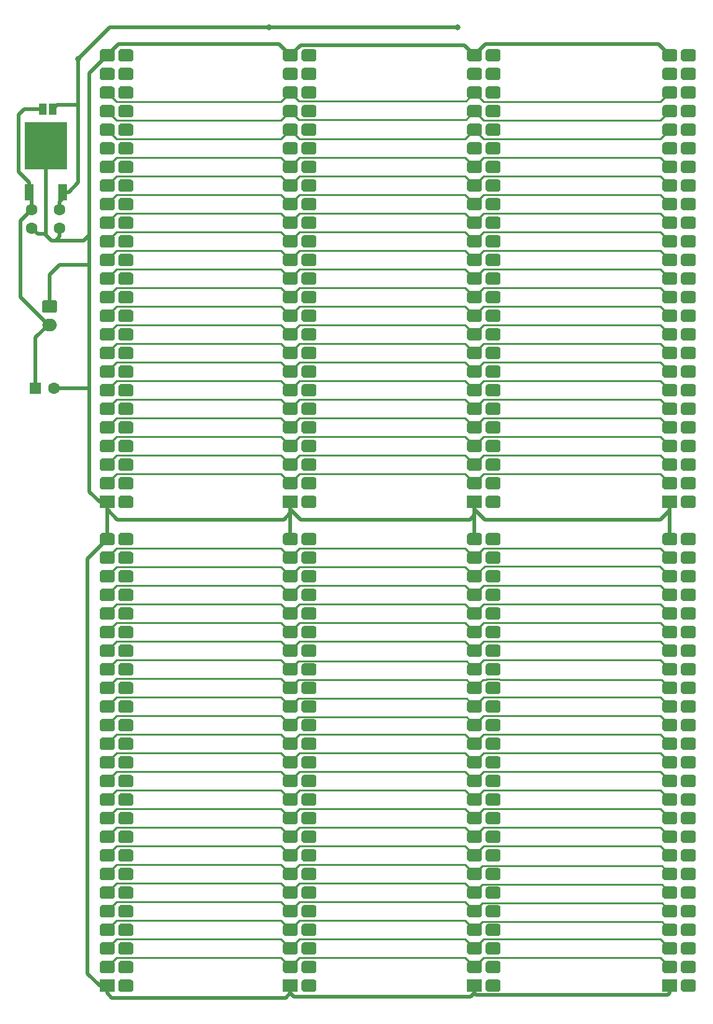
<source format=gbr>
G04 #@! TF.GenerationSoftware,KiCad,Pcbnew,5.0.2+dfsg1-1+deb10u1*
G04 #@! TF.CreationDate,2024-03-15T20:56:59+01:00*
G04 #@! TF.ProjectId,pet_expander,7065745f-6578-4706-916e-6465722e6b69,rev?*
G04 #@! TF.SameCoordinates,Original*
G04 #@! TF.FileFunction,Copper,L1,Top*
G04 #@! TF.FilePolarity,Positive*
%FSLAX46Y46*%
G04 Gerber Fmt 4.6, Leading zero omitted, Abs format (unit mm)*
G04 Created by KiCad (PCBNEW 5.0.2+dfsg1-1+deb10u1) date Fr 15 Mär 2024 20:56:59 CET*
%MOMM*%
%LPD*%
G01*
G04 APERTURE LIST*
G04 #@! TA.AperFunction,ComponentPad*
%ADD10C,1.600000*%
G04 #@! TD*
G04 #@! TA.AperFunction,SMDPad,CuDef*
%ADD11R,1.000000X1.500000*%
G04 #@! TD*
G04 #@! TA.AperFunction,ComponentPad*
%ADD12R,1.600000X1.600000*%
G04 #@! TD*
G04 #@! TA.AperFunction,SMDPad,CuDef*
%ADD13R,5.800000X6.400000*%
G04 #@! TD*
G04 #@! TA.AperFunction,SMDPad,CuDef*
%ADD14R,1.200000X2.200000*%
G04 #@! TD*
G04 #@! TA.AperFunction,ComponentPad*
%ADD15O,2.000000X1.700000*%
G04 #@! TD*
G04 #@! TA.AperFunction,Conductor*
%ADD16C,0.100000*%
G04 #@! TD*
G04 #@! TA.AperFunction,ComponentPad*
%ADD17C,1.700000*%
G04 #@! TD*
G04 #@! TA.AperFunction,ComponentPad*
%ADD18R,2.032000X1.700000*%
G04 #@! TD*
G04 #@! TA.AperFunction,ViaPad*
%ADD19C,0.800000*%
G04 #@! TD*
G04 #@! TA.AperFunction,Conductor*
%ADD20C,0.250000*%
G04 #@! TD*
G04 #@! TA.AperFunction,Conductor*
%ADD21C,0.508000*%
G04 #@! TD*
G04 APERTURE END LIST*
D10*
G04 #@! TO.P,C3,2*
G04 #@! TO.N,GND*
X64008000Y-50379000D03*
G04 #@! TO.P,C3,1*
G04 #@! TO.N,Net-(C3-Pad1)*
X64008000Y-47879000D03*
G04 #@! TD*
G04 #@! TO.P,C2,2*
G04 #@! TO.N,GND*
X60198000Y-50379000D03*
G04 #@! TO.P,C2,1*
G04 #@! TO.N,Net-(C1-Pad1)*
X60198000Y-47879000D03*
G04 #@! TD*
D11*
G04 #@! TO.P,JP1,1*
G04 #@! TO.N,Net-(C1-Pad1)*
X61707000Y-34163000D03*
G04 #@! TO.P,JP1,2*
G04 #@! TO.N,Net-(C3-Pad1)*
X63007000Y-34163000D03*
G04 #@! TD*
D10*
G04 #@! TO.P,C1,2*
G04 #@! TO.N,GND*
X63206000Y-72263000D03*
D12*
G04 #@! TO.P,C1,1*
G04 #@! TO.N,Net-(C1-Pad1)*
X60706000Y-72263000D03*
G04 #@! TD*
D13*
G04 #@! TO.P,U1,2*
G04 #@! TO.N,GND*
X62103000Y-39175000D03*
D14*
G04 #@! TO.P,U1,3*
G04 #@! TO.N,Net-(C3-Pad1)*
X64383000Y-45475000D03*
G04 #@! TO.P,U1,1*
G04 #@! TO.N,Net-(C1-Pad1)*
X59823000Y-45475000D03*
G04 #@! TD*
D15*
G04 #@! TO.P,J1,2*
G04 #@! TO.N,Net-(C1-Pad1)*
X62611000Y-63587000D03*
D16*
G04 #@! TD*
G04 #@! TO.N,GND*
G04 #@! TO.C,J1*
G36*
X63385504Y-60238204D02*
X63409773Y-60241804D01*
X63433571Y-60247765D01*
X63456671Y-60256030D01*
X63478849Y-60266520D01*
X63499893Y-60279133D01*
X63519598Y-60293747D01*
X63537777Y-60310223D01*
X63554253Y-60328402D01*
X63568867Y-60348107D01*
X63581480Y-60369151D01*
X63591970Y-60391329D01*
X63600235Y-60414429D01*
X63606196Y-60438227D01*
X63609796Y-60462496D01*
X63611000Y-60487000D01*
X63611000Y-61687000D01*
X63609796Y-61711504D01*
X63606196Y-61735773D01*
X63600235Y-61759571D01*
X63591970Y-61782671D01*
X63581480Y-61804849D01*
X63568867Y-61825893D01*
X63554253Y-61845598D01*
X63537777Y-61863777D01*
X63519598Y-61880253D01*
X63499893Y-61894867D01*
X63478849Y-61907480D01*
X63456671Y-61917970D01*
X63433571Y-61926235D01*
X63409773Y-61932196D01*
X63385504Y-61935796D01*
X63361000Y-61937000D01*
X61861000Y-61937000D01*
X61836496Y-61935796D01*
X61812227Y-61932196D01*
X61788429Y-61926235D01*
X61765329Y-61917970D01*
X61743151Y-61907480D01*
X61722107Y-61894867D01*
X61702402Y-61880253D01*
X61684223Y-61863777D01*
X61667747Y-61845598D01*
X61653133Y-61825893D01*
X61640520Y-61804849D01*
X61630030Y-61782671D01*
X61621765Y-61759571D01*
X61615804Y-61735773D01*
X61612204Y-61711504D01*
X61611000Y-61687000D01*
X61611000Y-60487000D01*
X61612204Y-60462496D01*
X61615804Y-60438227D01*
X61621765Y-60414429D01*
X61630030Y-60391329D01*
X61640520Y-60369151D01*
X61653133Y-60348107D01*
X61667747Y-60328402D01*
X61684223Y-60310223D01*
X61702402Y-60293747D01*
X61722107Y-60279133D01*
X61743151Y-60266520D01*
X61765329Y-60256030D01*
X61788429Y-60247765D01*
X61812227Y-60241804D01*
X61836496Y-60238204D01*
X61861000Y-60237000D01*
X63361000Y-60237000D01*
X63385504Y-60238204D01*
X63385504Y-60238204D01*
G37*
D17*
G04 #@! TO.P,J1,1*
G04 #@! TO.N,GND*
X62611000Y-61087000D03*
G04 #@! TD*
D16*
G04 #@! TO.N,N/C*
G04 #@! TO.C,CON8*
G36*
X73657657Y-119929046D02*
X73698913Y-119935166D01*
X73739371Y-119945300D01*
X73778640Y-119959351D01*
X73816344Y-119977183D01*
X73852117Y-119998625D01*
X73885617Y-120023471D01*
X73916520Y-120051480D01*
X73944529Y-120082383D01*
X73969375Y-120115883D01*
X73990817Y-120151656D01*
X74008649Y-120189360D01*
X74022700Y-120228629D01*
X74032834Y-120269087D01*
X74038954Y-120310343D01*
X74041000Y-120352000D01*
X74041000Y-121202000D01*
X74038954Y-121243657D01*
X74032834Y-121284913D01*
X74022700Y-121325371D01*
X74008649Y-121364640D01*
X73990817Y-121402344D01*
X73969375Y-121438117D01*
X73944529Y-121471617D01*
X73916520Y-121502520D01*
X73885617Y-121530529D01*
X73852117Y-121555375D01*
X73816344Y-121576817D01*
X73778640Y-121594649D01*
X73739371Y-121608700D01*
X73698913Y-121618834D01*
X73657657Y-121624954D01*
X73616000Y-121627000D01*
X72434000Y-121627000D01*
X72392343Y-121624954D01*
X72351087Y-121618834D01*
X72310629Y-121608700D01*
X72271360Y-121594649D01*
X72233656Y-121576817D01*
X72197883Y-121555375D01*
X72164383Y-121530529D01*
X72133480Y-121502520D01*
X72105471Y-121471617D01*
X72080625Y-121438117D01*
X72059183Y-121402344D01*
X72041351Y-121364640D01*
X72027300Y-121325371D01*
X72017166Y-121284913D01*
X72011046Y-121243657D01*
X72009000Y-121202000D01*
X72009000Y-120352000D01*
X72011046Y-120310343D01*
X72017166Y-120269087D01*
X72027300Y-120228629D01*
X72041351Y-120189360D01*
X72059183Y-120151656D01*
X72080625Y-120115883D01*
X72105471Y-120082383D01*
X72133480Y-120051480D01*
X72164383Y-120023471D01*
X72197883Y-119998625D01*
X72233656Y-119977183D01*
X72271360Y-119959351D01*
X72310629Y-119945300D01*
X72351087Y-119935166D01*
X72392343Y-119929046D01*
X72434000Y-119927000D01*
X73616000Y-119927000D01*
X73657657Y-119929046D01*
X73657657Y-119929046D01*
G37*
D17*
G04 #@! TD*
G04 #@! TO.P,CON8,GND*
G04 #@! TO.N,N/C*
X73025000Y-120777000D03*
D16*
G04 #@! TO.N,N/C*
G04 #@! TO.C,CON8*
G36*
X73657657Y-127549046D02*
X73698913Y-127555166D01*
X73739371Y-127565300D01*
X73778640Y-127579351D01*
X73816344Y-127597183D01*
X73852117Y-127618625D01*
X73885617Y-127643471D01*
X73916520Y-127671480D01*
X73944529Y-127702383D01*
X73969375Y-127735883D01*
X73990817Y-127771656D01*
X74008649Y-127809360D01*
X74022700Y-127848629D01*
X74032834Y-127889087D01*
X74038954Y-127930343D01*
X74041000Y-127972000D01*
X74041000Y-128822000D01*
X74038954Y-128863657D01*
X74032834Y-128904913D01*
X74022700Y-128945371D01*
X74008649Y-128984640D01*
X73990817Y-129022344D01*
X73969375Y-129058117D01*
X73944529Y-129091617D01*
X73916520Y-129122520D01*
X73885617Y-129150529D01*
X73852117Y-129175375D01*
X73816344Y-129196817D01*
X73778640Y-129214649D01*
X73739371Y-129228700D01*
X73698913Y-129238834D01*
X73657657Y-129244954D01*
X73616000Y-129247000D01*
X72434000Y-129247000D01*
X72392343Y-129244954D01*
X72351087Y-129238834D01*
X72310629Y-129228700D01*
X72271360Y-129214649D01*
X72233656Y-129196817D01*
X72197883Y-129175375D01*
X72164383Y-129150529D01*
X72133480Y-129122520D01*
X72105471Y-129091617D01*
X72080625Y-129058117D01*
X72059183Y-129022344D01*
X72041351Y-128984640D01*
X72027300Y-128945371D01*
X72017166Y-128904913D01*
X72011046Y-128863657D01*
X72009000Y-128822000D01*
X72009000Y-127972000D01*
X72011046Y-127930343D01*
X72017166Y-127889087D01*
X72027300Y-127848629D01*
X72041351Y-127809360D01*
X72059183Y-127771656D01*
X72080625Y-127735883D01*
X72105471Y-127702383D01*
X72133480Y-127671480D01*
X72164383Y-127643471D01*
X72197883Y-127618625D01*
X72233656Y-127597183D01*
X72271360Y-127579351D01*
X72310629Y-127565300D01*
X72351087Y-127555166D01*
X72392343Y-127549046D01*
X72434000Y-127547000D01*
X73616000Y-127547000D01*
X73657657Y-127549046D01*
X73657657Y-127549046D01*
G37*
D17*
G04 #@! TD*
G04 #@! TO.P,CON8,GND*
G04 #@! TO.N,N/C*
X73025000Y-128397000D03*
D16*
G04 #@! TO.N,SEL2*
G04 #@! TO.C,CON8*
G36*
X71117657Y-130089046D02*
X71158913Y-130095166D01*
X71199371Y-130105300D01*
X71238640Y-130119351D01*
X71276344Y-130137183D01*
X71312117Y-130158625D01*
X71345617Y-130183471D01*
X71376520Y-130211480D01*
X71404529Y-130242383D01*
X71429375Y-130275883D01*
X71450817Y-130311656D01*
X71468649Y-130349360D01*
X71482700Y-130388629D01*
X71492834Y-130429087D01*
X71498954Y-130470343D01*
X71501000Y-130512000D01*
X71501000Y-131362000D01*
X71498954Y-131403657D01*
X71492834Y-131444913D01*
X71482700Y-131485371D01*
X71468649Y-131524640D01*
X71450817Y-131562344D01*
X71429375Y-131598117D01*
X71404529Y-131631617D01*
X71376520Y-131662520D01*
X71345617Y-131690529D01*
X71312117Y-131715375D01*
X71276344Y-131736817D01*
X71238640Y-131754649D01*
X71199371Y-131768700D01*
X71158913Y-131778834D01*
X71117657Y-131784954D01*
X71076000Y-131787000D01*
X69894000Y-131787000D01*
X69852343Y-131784954D01*
X69811087Y-131778834D01*
X69770629Y-131768700D01*
X69731360Y-131754649D01*
X69693656Y-131736817D01*
X69657883Y-131715375D01*
X69624383Y-131690529D01*
X69593480Y-131662520D01*
X69565471Y-131631617D01*
X69540625Y-131598117D01*
X69519183Y-131562344D01*
X69501351Y-131524640D01*
X69487300Y-131485371D01*
X69477166Y-131444913D01*
X69471046Y-131403657D01*
X69469000Y-131362000D01*
X69469000Y-130512000D01*
X69471046Y-130470343D01*
X69477166Y-130429087D01*
X69487300Y-130388629D01*
X69501351Y-130349360D01*
X69519183Y-130311656D01*
X69540625Y-130275883D01*
X69565471Y-130242383D01*
X69593480Y-130211480D01*
X69624383Y-130183471D01*
X69657883Y-130158625D01*
X69693656Y-130137183D01*
X69731360Y-130119351D01*
X69770629Y-130105300D01*
X69811087Y-130095166D01*
X69852343Y-130089046D01*
X69894000Y-130087000D01*
X71076000Y-130087000D01*
X71117657Y-130089046D01*
X71117657Y-130089046D01*
G37*
D17*
G04 #@! TD*
G04 #@! TO.P,CON8,10*
G04 #@! TO.N,SEL2*
X70485000Y-130937000D03*
D16*
G04 #@! TO.N,N/C*
G04 #@! TO.C,CON8*
G36*
X73657657Y-132629046D02*
X73698913Y-132635166D01*
X73739371Y-132645300D01*
X73778640Y-132659351D01*
X73816344Y-132677183D01*
X73852117Y-132698625D01*
X73885617Y-132723471D01*
X73916520Y-132751480D01*
X73944529Y-132782383D01*
X73969375Y-132815883D01*
X73990817Y-132851656D01*
X74008649Y-132889360D01*
X74022700Y-132928629D01*
X74032834Y-132969087D01*
X74038954Y-133010343D01*
X74041000Y-133052000D01*
X74041000Y-133902000D01*
X74038954Y-133943657D01*
X74032834Y-133984913D01*
X74022700Y-134025371D01*
X74008649Y-134064640D01*
X73990817Y-134102344D01*
X73969375Y-134138117D01*
X73944529Y-134171617D01*
X73916520Y-134202520D01*
X73885617Y-134230529D01*
X73852117Y-134255375D01*
X73816344Y-134276817D01*
X73778640Y-134294649D01*
X73739371Y-134308700D01*
X73698913Y-134318834D01*
X73657657Y-134324954D01*
X73616000Y-134327000D01*
X72434000Y-134327000D01*
X72392343Y-134324954D01*
X72351087Y-134318834D01*
X72310629Y-134308700D01*
X72271360Y-134294649D01*
X72233656Y-134276817D01*
X72197883Y-134255375D01*
X72164383Y-134230529D01*
X72133480Y-134202520D01*
X72105471Y-134171617D01*
X72080625Y-134138117D01*
X72059183Y-134102344D01*
X72041351Y-134064640D01*
X72027300Y-134025371D01*
X72017166Y-133984913D01*
X72011046Y-133943657D01*
X72009000Y-133902000D01*
X72009000Y-133052000D01*
X72011046Y-133010343D01*
X72017166Y-132969087D01*
X72027300Y-132928629D01*
X72041351Y-132889360D01*
X72059183Y-132851656D01*
X72080625Y-132815883D01*
X72105471Y-132782383D01*
X72133480Y-132751480D01*
X72164383Y-132723471D01*
X72197883Y-132698625D01*
X72233656Y-132677183D01*
X72271360Y-132659351D01*
X72310629Y-132645300D01*
X72351087Y-132635166D01*
X72392343Y-132629046D01*
X72434000Y-132627000D01*
X73616000Y-132627000D01*
X73657657Y-132629046D01*
X73657657Y-132629046D01*
G37*
D17*
G04 #@! TD*
G04 #@! TO.P,CON8,GND*
G04 #@! TO.N,N/C*
X73025000Y-133477000D03*
D16*
G04 #@! TO.N,SEL5*
G04 #@! TO.C,CON8*
G36*
X71117657Y-122469046D02*
X71158913Y-122475166D01*
X71199371Y-122485300D01*
X71238640Y-122499351D01*
X71276344Y-122517183D01*
X71312117Y-122538625D01*
X71345617Y-122563471D01*
X71376520Y-122591480D01*
X71404529Y-122622383D01*
X71429375Y-122655883D01*
X71450817Y-122691656D01*
X71468649Y-122729360D01*
X71482700Y-122768629D01*
X71492834Y-122809087D01*
X71498954Y-122850343D01*
X71501000Y-122892000D01*
X71501000Y-123742000D01*
X71498954Y-123783657D01*
X71492834Y-123824913D01*
X71482700Y-123865371D01*
X71468649Y-123904640D01*
X71450817Y-123942344D01*
X71429375Y-123978117D01*
X71404529Y-124011617D01*
X71376520Y-124042520D01*
X71345617Y-124070529D01*
X71312117Y-124095375D01*
X71276344Y-124116817D01*
X71238640Y-124134649D01*
X71199371Y-124148700D01*
X71158913Y-124158834D01*
X71117657Y-124164954D01*
X71076000Y-124167000D01*
X69894000Y-124167000D01*
X69852343Y-124164954D01*
X69811087Y-124158834D01*
X69770629Y-124148700D01*
X69731360Y-124134649D01*
X69693656Y-124116817D01*
X69657883Y-124095375D01*
X69624383Y-124070529D01*
X69593480Y-124042520D01*
X69565471Y-124011617D01*
X69540625Y-123978117D01*
X69519183Y-123942344D01*
X69501351Y-123904640D01*
X69487300Y-123865371D01*
X69477166Y-123824913D01*
X69471046Y-123783657D01*
X69469000Y-123742000D01*
X69469000Y-122892000D01*
X69471046Y-122850343D01*
X69477166Y-122809087D01*
X69487300Y-122768629D01*
X69501351Y-122729360D01*
X69519183Y-122691656D01*
X69540625Y-122655883D01*
X69565471Y-122622383D01*
X69593480Y-122591480D01*
X69624383Y-122563471D01*
X69657883Y-122538625D01*
X69693656Y-122517183D01*
X69731360Y-122499351D01*
X69770629Y-122485300D01*
X69811087Y-122475166D01*
X69852343Y-122469046D01*
X69894000Y-122467000D01*
X71076000Y-122467000D01*
X71117657Y-122469046D01*
X71117657Y-122469046D01*
G37*
D17*
G04 #@! TD*
G04 #@! TO.P,CON8,13*
G04 #@! TO.N,SEL5*
X70485000Y-123317000D03*
D16*
G04 #@! TO.N,SEL9*
G04 #@! TO.C,CON8*
G36*
X71117657Y-112309046D02*
X71158913Y-112315166D01*
X71199371Y-112325300D01*
X71238640Y-112339351D01*
X71276344Y-112357183D01*
X71312117Y-112378625D01*
X71345617Y-112403471D01*
X71376520Y-112431480D01*
X71404529Y-112462383D01*
X71429375Y-112495883D01*
X71450817Y-112531656D01*
X71468649Y-112569360D01*
X71482700Y-112608629D01*
X71492834Y-112649087D01*
X71498954Y-112690343D01*
X71501000Y-112732000D01*
X71501000Y-113582000D01*
X71498954Y-113623657D01*
X71492834Y-113664913D01*
X71482700Y-113705371D01*
X71468649Y-113744640D01*
X71450817Y-113782344D01*
X71429375Y-113818117D01*
X71404529Y-113851617D01*
X71376520Y-113882520D01*
X71345617Y-113910529D01*
X71312117Y-113935375D01*
X71276344Y-113956817D01*
X71238640Y-113974649D01*
X71199371Y-113988700D01*
X71158913Y-113998834D01*
X71117657Y-114004954D01*
X71076000Y-114007000D01*
X69894000Y-114007000D01*
X69852343Y-114004954D01*
X69811087Y-113998834D01*
X69770629Y-113988700D01*
X69731360Y-113974649D01*
X69693656Y-113956817D01*
X69657883Y-113935375D01*
X69624383Y-113910529D01*
X69593480Y-113882520D01*
X69565471Y-113851617D01*
X69540625Y-113818117D01*
X69519183Y-113782344D01*
X69501351Y-113744640D01*
X69487300Y-113705371D01*
X69477166Y-113664913D01*
X69471046Y-113623657D01*
X69469000Y-113582000D01*
X69469000Y-112732000D01*
X69471046Y-112690343D01*
X69477166Y-112649087D01*
X69487300Y-112608629D01*
X69501351Y-112569360D01*
X69519183Y-112531656D01*
X69540625Y-112495883D01*
X69565471Y-112462383D01*
X69593480Y-112431480D01*
X69624383Y-112403471D01*
X69657883Y-112378625D01*
X69693656Y-112357183D01*
X69731360Y-112339351D01*
X69770629Y-112325300D01*
X69811087Y-112315166D01*
X69852343Y-112309046D01*
X69894000Y-112307000D01*
X71076000Y-112307000D01*
X71117657Y-112309046D01*
X71117657Y-112309046D01*
G37*
D17*
G04 #@! TD*
G04 #@! TO.P,CON8,17*
G04 #@! TO.N,SEL9*
X70485000Y-113157000D03*
D16*
G04 #@! TO.N,SEL3*
G04 #@! TO.C,CON8*
G36*
X71117657Y-127549046D02*
X71158913Y-127555166D01*
X71199371Y-127565300D01*
X71238640Y-127579351D01*
X71276344Y-127597183D01*
X71312117Y-127618625D01*
X71345617Y-127643471D01*
X71376520Y-127671480D01*
X71404529Y-127702383D01*
X71429375Y-127735883D01*
X71450817Y-127771656D01*
X71468649Y-127809360D01*
X71482700Y-127848629D01*
X71492834Y-127889087D01*
X71498954Y-127930343D01*
X71501000Y-127972000D01*
X71501000Y-128822000D01*
X71498954Y-128863657D01*
X71492834Y-128904913D01*
X71482700Y-128945371D01*
X71468649Y-128984640D01*
X71450817Y-129022344D01*
X71429375Y-129058117D01*
X71404529Y-129091617D01*
X71376520Y-129122520D01*
X71345617Y-129150529D01*
X71312117Y-129175375D01*
X71276344Y-129196817D01*
X71238640Y-129214649D01*
X71199371Y-129228700D01*
X71158913Y-129238834D01*
X71117657Y-129244954D01*
X71076000Y-129247000D01*
X69894000Y-129247000D01*
X69852343Y-129244954D01*
X69811087Y-129238834D01*
X69770629Y-129228700D01*
X69731360Y-129214649D01*
X69693656Y-129196817D01*
X69657883Y-129175375D01*
X69624383Y-129150529D01*
X69593480Y-129122520D01*
X69565471Y-129091617D01*
X69540625Y-129058117D01*
X69519183Y-129022344D01*
X69501351Y-128984640D01*
X69487300Y-128945371D01*
X69477166Y-128904913D01*
X69471046Y-128863657D01*
X69469000Y-128822000D01*
X69469000Y-127972000D01*
X69471046Y-127930343D01*
X69477166Y-127889087D01*
X69487300Y-127848629D01*
X69501351Y-127809360D01*
X69519183Y-127771656D01*
X69540625Y-127735883D01*
X69565471Y-127702383D01*
X69593480Y-127671480D01*
X69624383Y-127643471D01*
X69657883Y-127618625D01*
X69693656Y-127597183D01*
X69731360Y-127579351D01*
X69770629Y-127565300D01*
X69811087Y-127555166D01*
X69852343Y-127549046D01*
X69894000Y-127547000D01*
X71076000Y-127547000D01*
X71117657Y-127549046D01*
X71117657Y-127549046D01*
G37*
D17*
G04 #@! TD*
G04 #@! TO.P,CON8,11*
G04 #@! TO.N,SEL3*
X70485000Y-128397000D03*
D16*
G04 #@! TO.N,N/C*
G04 #@! TO.C,CON8*
G36*
X73657657Y-145329046D02*
X73698913Y-145335166D01*
X73739371Y-145345300D01*
X73778640Y-145359351D01*
X73816344Y-145377183D01*
X73852117Y-145398625D01*
X73885617Y-145423471D01*
X73916520Y-145451480D01*
X73944529Y-145482383D01*
X73969375Y-145515883D01*
X73990817Y-145551656D01*
X74008649Y-145589360D01*
X74022700Y-145628629D01*
X74032834Y-145669087D01*
X74038954Y-145710343D01*
X74041000Y-145752000D01*
X74041000Y-146602000D01*
X74038954Y-146643657D01*
X74032834Y-146684913D01*
X74022700Y-146725371D01*
X74008649Y-146764640D01*
X73990817Y-146802344D01*
X73969375Y-146838117D01*
X73944529Y-146871617D01*
X73916520Y-146902520D01*
X73885617Y-146930529D01*
X73852117Y-146955375D01*
X73816344Y-146976817D01*
X73778640Y-146994649D01*
X73739371Y-147008700D01*
X73698913Y-147018834D01*
X73657657Y-147024954D01*
X73616000Y-147027000D01*
X72434000Y-147027000D01*
X72392343Y-147024954D01*
X72351087Y-147018834D01*
X72310629Y-147008700D01*
X72271360Y-146994649D01*
X72233656Y-146976817D01*
X72197883Y-146955375D01*
X72164383Y-146930529D01*
X72133480Y-146902520D01*
X72105471Y-146871617D01*
X72080625Y-146838117D01*
X72059183Y-146802344D01*
X72041351Y-146764640D01*
X72027300Y-146725371D01*
X72017166Y-146684913D01*
X72011046Y-146643657D01*
X72009000Y-146602000D01*
X72009000Y-145752000D01*
X72011046Y-145710343D01*
X72017166Y-145669087D01*
X72027300Y-145628629D01*
X72041351Y-145589360D01*
X72059183Y-145551656D01*
X72080625Y-145515883D01*
X72105471Y-145482383D01*
X72133480Y-145451480D01*
X72164383Y-145423471D01*
X72197883Y-145398625D01*
X72233656Y-145377183D01*
X72271360Y-145359351D01*
X72310629Y-145345300D01*
X72351087Y-145335166D01*
X72392343Y-145329046D01*
X72434000Y-145327000D01*
X73616000Y-145327000D01*
X73657657Y-145329046D01*
X73657657Y-145329046D01*
G37*
D17*
G04 #@! TD*
G04 #@! TO.P,CON8,GND*
G04 #@! TO.N,N/C*
X73025000Y-146177000D03*
D18*
G04 #@! TO.P,CON8,1*
G04 #@! TO.N,GND*
X70485000Y-153797000D03*
D16*
G04 #@! TD*
G04 #@! TO.N,N/C*
G04 #@! TO.C,CON8*
G36*
X73657657Y-117389046D02*
X73698913Y-117395166D01*
X73739371Y-117405300D01*
X73778640Y-117419351D01*
X73816344Y-117437183D01*
X73852117Y-117458625D01*
X73885617Y-117483471D01*
X73916520Y-117511480D01*
X73944529Y-117542383D01*
X73969375Y-117575883D01*
X73990817Y-117611656D01*
X74008649Y-117649360D01*
X74022700Y-117688629D01*
X74032834Y-117729087D01*
X74038954Y-117770343D01*
X74041000Y-117812000D01*
X74041000Y-118662000D01*
X74038954Y-118703657D01*
X74032834Y-118744913D01*
X74022700Y-118785371D01*
X74008649Y-118824640D01*
X73990817Y-118862344D01*
X73969375Y-118898117D01*
X73944529Y-118931617D01*
X73916520Y-118962520D01*
X73885617Y-118990529D01*
X73852117Y-119015375D01*
X73816344Y-119036817D01*
X73778640Y-119054649D01*
X73739371Y-119068700D01*
X73698913Y-119078834D01*
X73657657Y-119084954D01*
X73616000Y-119087000D01*
X72434000Y-119087000D01*
X72392343Y-119084954D01*
X72351087Y-119078834D01*
X72310629Y-119068700D01*
X72271360Y-119054649D01*
X72233656Y-119036817D01*
X72197883Y-119015375D01*
X72164383Y-118990529D01*
X72133480Y-118962520D01*
X72105471Y-118931617D01*
X72080625Y-118898117D01*
X72059183Y-118862344D01*
X72041351Y-118824640D01*
X72027300Y-118785371D01*
X72017166Y-118744913D01*
X72011046Y-118703657D01*
X72009000Y-118662000D01*
X72009000Y-117812000D01*
X72011046Y-117770343D01*
X72017166Y-117729087D01*
X72027300Y-117688629D01*
X72041351Y-117649360D01*
X72059183Y-117611656D01*
X72080625Y-117575883D01*
X72105471Y-117542383D01*
X72133480Y-117511480D01*
X72164383Y-117483471D01*
X72197883Y-117458625D01*
X72233656Y-117437183D01*
X72271360Y-117419351D01*
X72310629Y-117405300D01*
X72351087Y-117395166D01*
X72392343Y-117389046D01*
X72434000Y-117387000D01*
X73616000Y-117387000D01*
X73657657Y-117389046D01*
X73657657Y-117389046D01*
G37*
D17*
G04 #@! TO.P,CON8,GND*
G04 #@! TO.N,N/C*
X73025000Y-118237000D03*
D16*
G04 #@! TD*
G04 #@! TO.N,N/C*
G04 #@! TO.C,CON8*
G36*
X73657657Y-102149046D02*
X73698913Y-102155166D01*
X73739371Y-102165300D01*
X73778640Y-102179351D01*
X73816344Y-102197183D01*
X73852117Y-102218625D01*
X73885617Y-102243471D01*
X73916520Y-102271480D01*
X73944529Y-102302383D01*
X73969375Y-102335883D01*
X73990817Y-102371656D01*
X74008649Y-102409360D01*
X74022700Y-102448629D01*
X74032834Y-102489087D01*
X74038954Y-102530343D01*
X74041000Y-102572000D01*
X74041000Y-103422000D01*
X74038954Y-103463657D01*
X74032834Y-103504913D01*
X74022700Y-103545371D01*
X74008649Y-103584640D01*
X73990817Y-103622344D01*
X73969375Y-103658117D01*
X73944529Y-103691617D01*
X73916520Y-103722520D01*
X73885617Y-103750529D01*
X73852117Y-103775375D01*
X73816344Y-103796817D01*
X73778640Y-103814649D01*
X73739371Y-103828700D01*
X73698913Y-103838834D01*
X73657657Y-103844954D01*
X73616000Y-103847000D01*
X72434000Y-103847000D01*
X72392343Y-103844954D01*
X72351087Y-103838834D01*
X72310629Y-103828700D01*
X72271360Y-103814649D01*
X72233656Y-103796817D01*
X72197883Y-103775375D01*
X72164383Y-103750529D01*
X72133480Y-103722520D01*
X72105471Y-103691617D01*
X72080625Y-103658117D01*
X72059183Y-103622344D01*
X72041351Y-103584640D01*
X72027300Y-103545371D01*
X72017166Y-103504913D01*
X72011046Y-103463657D01*
X72009000Y-103422000D01*
X72009000Y-102572000D01*
X72011046Y-102530343D01*
X72017166Y-102489087D01*
X72027300Y-102448629D01*
X72041351Y-102409360D01*
X72059183Y-102371656D01*
X72080625Y-102335883D01*
X72105471Y-102302383D01*
X72133480Y-102271480D01*
X72164383Y-102243471D01*
X72197883Y-102218625D01*
X72233656Y-102197183D01*
X72271360Y-102179351D01*
X72310629Y-102165300D01*
X72351087Y-102155166D01*
X72392343Y-102149046D01*
X72434000Y-102147000D01*
X73616000Y-102147000D01*
X73657657Y-102149046D01*
X73657657Y-102149046D01*
G37*
D17*
G04 #@! TO.P,CON8,GND*
G04 #@! TO.N,N/C*
X73025000Y-102997000D03*
D16*
G04 #@! TD*
G04 #@! TO.N,N/C*
G04 #@! TO.C,CON8*
G36*
X73657657Y-109769046D02*
X73698913Y-109775166D01*
X73739371Y-109785300D01*
X73778640Y-109799351D01*
X73816344Y-109817183D01*
X73852117Y-109838625D01*
X73885617Y-109863471D01*
X73916520Y-109891480D01*
X73944529Y-109922383D01*
X73969375Y-109955883D01*
X73990817Y-109991656D01*
X74008649Y-110029360D01*
X74022700Y-110068629D01*
X74032834Y-110109087D01*
X74038954Y-110150343D01*
X74041000Y-110192000D01*
X74041000Y-111042000D01*
X74038954Y-111083657D01*
X74032834Y-111124913D01*
X74022700Y-111165371D01*
X74008649Y-111204640D01*
X73990817Y-111242344D01*
X73969375Y-111278117D01*
X73944529Y-111311617D01*
X73916520Y-111342520D01*
X73885617Y-111370529D01*
X73852117Y-111395375D01*
X73816344Y-111416817D01*
X73778640Y-111434649D01*
X73739371Y-111448700D01*
X73698913Y-111458834D01*
X73657657Y-111464954D01*
X73616000Y-111467000D01*
X72434000Y-111467000D01*
X72392343Y-111464954D01*
X72351087Y-111458834D01*
X72310629Y-111448700D01*
X72271360Y-111434649D01*
X72233656Y-111416817D01*
X72197883Y-111395375D01*
X72164383Y-111370529D01*
X72133480Y-111342520D01*
X72105471Y-111311617D01*
X72080625Y-111278117D01*
X72059183Y-111242344D01*
X72041351Y-111204640D01*
X72027300Y-111165371D01*
X72017166Y-111124913D01*
X72011046Y-111083657D01*
X72009000Y-111042000D01*
X72009000Y-110192000D01*
X72011046Y-110150343D01*
X72017166Y-110109087D01*
X72027300Y-110068629D01*
X72041351Y-110029360D01*
X72059183Y-109991656D01*
X72080625Y-109955883D01*
X72105471Y-109922383D01*
X72133480Y-109891480D01*
X72164383Y-109863471D01*
X72197883Y-109838625D01*
X72233656Y-109817183D01*
X72271360Y-109799351D01*
X72310629Y-109785300D01*
X72351087Y-109775166D01*
X72392343Y-109769046D01*
X72434000Y-109767000D01*
X73616000Y-109767000D01*
X73657657Y-109769046D01*
X73657657Y-109769046D01*
G37*
D17*
G04 #@! TO.P,CON8,GND*
G04 #@! TO.N,N/C*
X73025000Y-110617000D03*
D16*
G04 #@! TD*
G04 #@! TO.N,BD1*
G04 #@! TO.C,CON8*
G36*
X71117657Y-147869046D02*
X71158913Y-147875166D01*
X71199371Y-147885300D01*
X71238640Y-147899351D01*
X71276344Y-147917183D01*
X71312117Y-147938625D01*
X71345617Y-147963471D01*
X71376520Y-147991480D01*
X71404529Y-148022383D01*
X71429375Y-148055883D01*
X71450817Y-148091656D01*
X71468649Y-148129360D01*
X71482700Y-148168629D01*
X71492834Y-148209087D01*
X71498954Y-148250343D01*
X71501000Y-148292000D01*
X71501000Y-149142000D01*
X71498954Y-149183657D01*
X71492834Y-149224913D01*
X71482700Y-149265371D01*
X71468649Y-149304640D01*
X71450817Y-149342344D01*
X71429375Y-149378117D01*
X71404529Y-149411617D01*
X71376520Y-149442520D01*
X71345617Y-149470529D01*
X71312117Y-149495375D01*
X71276344Y-149516817D01*
X71238640Y-149534649D01*
X71199371Y-149548700D01*
X71158913Y-149558834D01*
X71117657Y-149564954D01*
X71076000Y-149567000D01*
X69894000Y-149567000D01*
X69852343Y-149564954D01*
X69811087Y-149558834D01*
X69770629Y-149548700D01*
X69731360Y-149534649D01*
X69693656Y-149516817D01*
X69657883Y-149495375D01*
X69624383Y-149470529D01*
X69593480Y-149442520D01*
X69565471Y-149411617D01*
X69540625Y-149378117D01*
X69519183Y-149342344D01*
X69501351Y-149304640D01*
X69487300Y-149265371D01*
X69477166Y-149224913D01*
X69471046Y-149183657D01*
X69469000Y-149142000D01*
X69469000Y-148292000D01*
X69471046Y-148250343D01*
X69477166Y-148209087D01*
X69487300Y-148168629D01*
X69501351Y-148129360D01*
X69519183Y-148091656D01*
X69540625Y-148055883D01*
X69565471Y-148022383D01*
X69593480Y-147991480D01*
X69624383Y-147963471D01*
X69657883Y-147938625D01*
X69693656Y-147917183D01*
X69731360Y-147899351D01*
X69770629Y-147885300D01*
X69811087Y-147875166D01*
X69852343Y-147869046D01*
X69894000Y-147867000D01*
X71076000Y-147867000D01*
X71117657Y-147869046D01*
X71117657Y-147869046D01*
G37*
D17*
G04 #@! TO.P,CON8,3*
G04 #@! TO.N,BD1*
X70485000Y-148717000D03*
D16*
G04 #@! TD*
G04 #@! TO.N,N/C*
G04 #@! TO.C,CON8*
G36*
X73657657Y-137709046D02*
X73698913Y-137715166D01*
X73739371Y-137725300D01*
X73778640Y-137739351D01*
X73816344Y-137757183D01*
X73852117Y-137778625D01*
X73885617Y-137803471D01*
X73916520Y-137831480D01*
X73944529Y-137862383D01*
X73969375Y-137895883D01*
X73990817Y-137931656D01*
X74008649Y-137969360D01*
X74022700Y-138008629D01*
X74032834Y-138049087D01*
X74038954Y-138090343D01*
X74041000Y-138132000D01*
X74041000Y-138982000D01*
X74038954Y-139023657D01*
X74032834Y-139064913D01*
X74022700Y-139105371D01*
X74008649Y-139144640D01*
X73990817Y-139182344D01*
X73969375Y-139218117D01*
X73944529Y-139251617D01*
X73916520Y-139282520D01*
X73885617Y-139310529D01*
X73852117Y-139335375D01*
X73816344Y-139356817D01*
X73778640Y-139374649D01*
X73739371Y-139388700D01*
X73698913Y-139398834D01*
X73657657Y-139404954D01*
X73616000Y-139407000D01*
X72434000Y-139407000D01*
X72392343Y-139404954D01*
X72351087Y-139398834D01*
X72310629Y-139388700D01*
X72271360Y-139374649D01*
X72233656Y-139356817D01*
X72197883Y-139335375D01*
X72164383Y-139310529D01*
X72133480Y-139282520D01*
X72105471Y-139251617D01*
X72080625Y-139218117D01*
X72059183Y-139182344D01*
X72041351Y-139144640D01*
X72027300Y-139105371D01*
X72017166Y-139064913D01*
X72011046Y-139023657D01*
X72009000Y-138982000D01*
X72009000Y-138132000D01*
X72011046Y-138090343D01*
X72017166Y-138049087D01*
X72027300Y-138008629D01*
X72041351Y-137969360D01*
X72059183Y-137931656D01*
X72080625Y-137895883D01*
X72105471Y-137862383D01*
X72133480Y-137831480D01*
X72164383Y-137803471D01*
X72197883Y-137778625D01*
X72233656Y-137757183D01*
X72271360Y-137739351D01*
X72310629Y-137725300D01*
X72351087Y-137715166D01*
X72392343Y-137709046D01*
X72434000Y-137707000D01*
X73616000Y-137707000D01*
X73657657Y-137709046D01*
X73657657Y-137709046D01*
G37*
D17*
G04 #@! TO.P,CON8,GND*
G04 #@! TO.N,N/C*
X73025000Y-138557000D03*
D16*
G04 #@! TD*
G04 #@! TO.N,CAS*
G04 #@! TO.C,CON8*
G36*
X71117657Y-102149046D02*
X71158913Y-102155166D01*
X71199371Y-102165300D01*
X71238640Y-102179351D01*
X71276344Y-102197183D01*
X71312117Y-102218625D01*
X71345617Y-102243471D01*
X71376520Y-102271480D01*
X71404529Y-102302383D01*
X71429375Y-102335883D01*
X71450817Y-102371656D01*
X71468649Y-102409360D01*
X71482700Y-102448629D01*
X71492834Y-102489087D01*
X71498954Y-102530343D01*
X71501000Y-102572000D01*
X71501000Y-103422000D01*
X71498954Y-103463657D01*
X71492834Y-103504913D01*
X71482700Y-103545371D01*
X71468649Y-103584640D01*
X71450817Y-103622344D01*
X71429375Y-103658117D01*
X71404529Y-103691617D01*
X71376520Y-103722520D01*
X71345617Y-103750529D01*
X71312117Y-103775375D01*
X71276344Y-103796817D01*
X71238640Y-103814649D01*
X71199371Y-103828700D01*
X71158913Y-103838834D01*
X71117657Y-103844954D01*
X71076000Y-103847000D01*
X69894000Y-103847000D01*
X69852343Y-103844954D01*
X69811087Y-103838834D01*
X69770629Y-103828700D01*
X69731360Y-103814649D01*
X69693656Y-103796817D01*
X69657883Y-103775375D01*
X69624383Y-103750529D01*
X69593480Y-103722520D01*
X69565471Y-103691617D01*
X69540625Y-103658117D01*
X69519183Y-103622344D01*
X69501351Y-103584640D01*
X69487300Y-103545371D01*
X69477166Y-103504913D01*
X69471046Y-103463657D01*
X69469000Y-103422000D01*
X69469000Y-102572000D01*
X69471046Y-102530343D01*
X69477166Y-102489087D01*
X69487300Y-102448629D01*
X69501351Y-102409360D01*
X69519183Y-102371656D01*
X69540625Y-102335883D01*
X69565471Y-102302383D01*
X69593480Y-102271480D01*
X69624383Y-102243471D01*
X69657883Y-102218625D01*
X69693656Y-102197183D01*
X69731360Y-102179351D01*
X69770629Y-102165300D01*
X69811087Y-102155166D01*
X69852343Y-102149046D01*
X69894000Y-102147000D01*
X71076000Y-102147000D01*
X71117657Y-102149046D01*
X71117657Y-102149046D01*
G37*
D17*
G04 #@! TO.P,CON8,21*
G04 #@! TO.N,CAS*
X70485000Y-102997000D03*
D16*
G04 #@! TD*
G04 #@! TO.N,N/C*
G04 #@! TO.C,CON8*
G36*
X73657657Y-125009046D02*
X73698913Y-125015166D01*
X73739371Y-125025300D01*
X73778640Y-125039351D01*
X73816344Y-125057183D01*
X73852117Y-125078625D01*
X73885617Y-125103471D01*
X73916520Y-125131480D01*
X73944529Y-125162383D01*
X73969375Y-125195883D01*
X73990817Y-125231656D01*
X74008649Y-125269360D01*
X74022700Y-125308629D01*
X74032834Y-125349087D01*
X74038954Y-125390343D01*
X74041000Y-125432000D01*
X74041000Y-126282000D01*
X74038954Y-126323657D01*
X74032834Y-126364913D01*
X74022700Y-126405371D01*
X74008649Y-126444640D01*
X73990817Y-126482344D01*
X73969375Y-126518117D01*
X73944529Y-126551617D01*
X73916520Y-126582520D01*
X73885617Y-126610529D01*
X73852117Y-126635375D01*
X73816344Y-126656817D01*
X73778640Y-126674649D01*
X73739371Y-126688700D01*
X73698913Y-126698834D01*
X73657657Y-126704954D01*
X73616000Y-126707000D01*
X72434000Y-126707000D01*
X72392343Y-126704954D01*
X72351087Y-126698834D01*
X72310629Y-126688700D01*
X72271360Y-126674649D01*
X72233656Y-126656817D01*
X72197883Y-126635375D01*
X72164383Y-126610529D01*
X72133480Y-126582520D01*
X72105471Y-126551617D01*
X72080625Y-126518117D01*
X72059183Y-126482344D01*
X72041351Y-126444640D01*
X72027300Y-126405371D01*
X72017166Y-126364913D01*
X72011046Y-126323657D01*
X72009000Y-126282000D01*
X72009000Y-125432000D01*
X72011046Y-125390343D01*
X72017166Y-125349087D01*
X72027300Y-125308629D01*
X72041351Y-125269360D01*
X72059183Y-125231656D01*
X72080625Y-125195883D01*
X72105471Y-125162383D01*
X72133480Y-125131480D01*
X72164383Y-125103471D01*
X72197883Y-125078625D01*
X72233656Y-125057183D01*
X72271360Y-125039351D01*
X72310629Y-125025300D01*
X72351087Y-125015166D01*
X72392343Y-125009046D01*
X72434000Y-125007000D01*
X73616000Y-125007000D01*
X73657657Y-125009046D01*
X73657657Y-125009046D01*
G37*
D17*
G04 #@! TO.P,CON8,GND*
G04 #@! TO.N,N/C*
X73025000Y-125857000D03*
D16*
G04 #@! TD*
G04 #@! TO.N,SEL6*
G04 #@! TO.C,CON8*
G36*
X71117657Y-119929046D02*
X71158913Y-119935166D01*
X71199371Y-119945300D01*
X71238640Y-119959351D01*
X71276344Y-119977183D01*
X71312117Y-119998625D01*
X71345617Y-120023471D01*
X71376520Y-120051480D01*
X71404529Y-120082383D01*
X71429375Y-120115883D01*
X71450817Y-120151656D01*
X71468649Y-120189360D01*
X71482700Y-120228629D01*
X71492834Y-120269087D01*
X71498954Y-120310343D01*
X71501000Y-120352000D01*
X71501000Y-121202000D01*
X71498954Y-121243657D01*
X71492834Y-121284913D01*
X71482700Y-121325371D01*
X71468649Y-121364640D01*
X71450817Y-121402344D01*
X71429375Y-121438117D01*
X71404529Y-121471617D01*
X71376520Y-121502520D01*
X71345617Y-121530529D01*
X71312117Y-121555375D01*
X71276344Y-121576817D01*
X71238640Y-121594649D01*
X71199371Y-121608700D01*
X71158913Y-121618834D01*
X71117657Y-121624954D01*
X71076000Y-121627000D01*
X69894000Y-121627000D01*
X69852343Y-121624954D01*
X69811087Y-121618834D01*
X69770629Y-121608700D01*
X69731360Y-121594649D01*
X69693656Y-121576817D01*
X69657883Y-121555375D01*
X69624383Y-121530529D01*
X69593480Y-121502520D01*
X69565471Y-121471617D01*
X69540625Y-121438117D01*
X69519183Y-121402344D01*
X69501351Y-121364640D01*
X69487300Y-121325371D01*
X69477166Y-121284913D01*
X69471046Y-121243657D01*
X69469000Y-121202000D01*
X69469000Y-120352000D01*
X69471046Y-120310343D01*
X69477166Y-120269087D01*
X69487300Y-120228629D01*
X69501351Y-120189360D01*
X69519183Y-120151656D01*
X69540625Y-120115883D01*
X69565471Y-120082383D01*
X69593480Y-120051480D01*
X69624383Y-120023471D01*
X69657883Y-119998625D01*
X69693656Y-119977183D01*
X69731360Y-119959351D01*
X69770629Y-119945300D01*
X69811087Y-119935166D01*
X69852343Y-119929046D01*
X69894000Y-119927000D01*
X71076000Y-119927000D01*
X71117657Y-119929046D01*
X71117657Y-119929046D01*
G37*
D17*
G04 #@! TO.P,CON8,14*
G04 #@! TO.N,SEL6*
X70485000Y-120777000D03*
D16*
G04 #@! TD*
G04 #@! TO.N,N/C*
G04 #@! TO.C,CON8*
G36*
X73657657Y-150409046D02*
X73698913Y-150415166D01*
X73739371Y-150425300D01*
X73778640Y-150439351D01*
X73816344Y-150457183D01*
X73852117Y-150478625D01*
X73885617Y-150503471D01*
X73916520Y-150531480D01*
X73944529Y-150562383D01*
X73969375Y-150595883D01*
X73990817Y-150631656D01*
X74008649Y-150669360D01*
X74022700Y-150708629D01*
X74032834Y-150749087D01*
X74038954Y-150790343D01*
X74041000Y-150832000D01*
X74041000Y-151682000D01*
X74038954Y-151723657D01*
X74032834Y-151764913D01*
X74022700Y-151805371D01*
X74008649Y-151844640D01*
X73990817Y-151882344D01*
X73969375Y-151918117D01*
X73944529Y-151951617D01*
X73916520Y-151982520D01*
X73885617Y-152010529D01*
X73852117Y-152035375D01*
X73816344Y-152056817D01*
X73778640Y-152074649D01*
X73739371Y-152088700D01*
X73698913Y-152098834D01*
X73657657Y-152104954D01*
X73616000Y-152107000D01*
X72434000Y-152107000D01*
X72392343Y-152104954D01*
X72351087Y-152098834D01*
X72310629Y-152088700D01*
X72271360Y-152074649D01*
X72233656Y-152056817D01*
X72197883Y-152035375D01*
X72164383Y-152010529D01*
X72133480Y-151982520D01*
X72105471Y-151951617D01*
X72080625Y-151918117D01*
X72059183Y-151882344D01*
X72041351Y-151844640D01*
X72027300Y-151805371D01*
X72017166Y-151764913D01*
X72011046Y-151723657D01*
X72009000Y-151682000D01*
X72009000Y-150832000D01*
X72011046Y-150790343D01*
X72017166Y-150749087D01*
X72027300Y-150708629D01*
X72041351Y-150669360D01*
X72059183Y-150631656D01*
X72080625Y-150595883D01*
X72105471Y-150562383D01*
X72133480Y-150531480D01*
X72164383Y-150503471D01*
X72197883Y-150478625D01*
X72233656Y-150457183D01*
X72271360Y-150439351D01*
X72310629Y-150425300D01*
X72351087Y-150415166D01*
X72392343Y-150409046D01*
X72434000Y-150407000D01*
X73616000Y-150407000D01*
X73657657Y-150409046D01*
X73657657Y-150409046D01*
G37*
D17*
G04 #@! TO.P,CON8,GND*
G04 #@! TO.N,N/C*
X73025000Y-151257000D03*
D16*
G04 #@! TD*
G04 #@! TO.N,BD5*
G04 #@! TO.C,CON8*
G36*
X71117657Y-137709046D02*
X71158913Y-137715166D01*
X71199371Y-137725300D01*
X71238640Y-137739351D01*
X71276344Y-137757183D01*
X71312117Y-137778625D01*
X71345617Y-137803471D01*
X71376520Y-137831480D01*
X71404529Y-137862383D01*
X71429375Y-137895883D01*
X71450817Y-137931656D01*
X71468649Y-137969360D01*
X71482700Y-138008629D01*
X71492834Y-138049087D01*
X71498954Y-138090343D01*
X71501000Y-138132000D01*
X71501000Y-138982000D01*
X71498954Y-139023657D01*
X71492834Y-139064913D01*
X71482700Y-139105371D01*
X71468649Y-139144640D01*
X71450817Y-139182344D01*
X71429375Y-139218117D01*
X71404529Y-139251617D01*
X71376520Y-139282520D01*
X71345617Y-139310529D01*
X71312117Y-139335375D01*
X71276344Y-139356817D01*
X71238640Y-139374649D01*
X71199371Y-139388700D01*
X71158913Y-139398834D01*
X71117657Y-139404954D01*
X71076000Y-139407000D01*
X69894000Y-139407000D01*
X69852343Y-139404954D01*
X69811087Y-139398834D01*
X69770629Y-139388700D01*
X69731360Y-139374649D01*
X69693656Y-139356817D01*
X69657883Y-139335375D01*
X69624383Y-139310529D01*
X69593480Y-139282520D01*
X69565471Y-139251617D01*
X69540625Y-139218117D01*
X69519183Y-139182344D01*
X69501351Y-139144640D01*
X69487300Y-139105371D01*
X69477166Y-139064913D01*
X69471046Y-139023657D01*
X69469000Y-138982000D01*
X69469000Y-138132000D01*
X69471046Y-138090343D01*
X69477166Y-138049087D01*
X69487300Y-138008629D01*
X69501351Y-137969360D01*
X69519183Y-137931656D01*
X69540625Y-137895883D01*
X69565471Y-137862383D01*
X69593480Y-137831480D01*
X69624383Y-137803471D01*
X69657883Y-137778625D01*
X69693656Y-137757183D01*
X69731360Y-137739351D01*
X69770629Y-137725300D01*
X69811087Y-137715166D01*
X69852343Y-137709046D01*
X69894000Y-137707000D01*
X71076000Y-137707000D01*
X71117657Y-137709046D01*
X71117657Y-137709046D01*
G37*
D17*
G04 #@! TO.P,CON8,7*
G04 #@! TO.N,BD5*
X70485000Y-138557000D03*
D16*
G04 #@! TD*
G04 #@! TO.N,SEL8*
G04 #@! TO.C,CON8*
G36*
X71117657Y-114849046D02*
X71158913Y-114855166D01*
X71199371Y-114865300D01*
X71238640Y-114879351D01*
X71276344Y-114897183D01*
X71312117Y-114918625D01*
X71345617Y-114943471D01*
X71376520Y-114971480D01*
X71404529Y-115002383D01*
X71429375Y-115035883D01*
X71450817Y-115071656D01*
X71468649Y-115109360D01*
X71482700Y-115148629D01*
X71492834Y-115189087D01*
X71498954Y-115230343D01*
X71501000Y-115272000D01*
X71501000Y-116122000D01*
X71498954Y-116163657D01*
X71492834Y-116204913D01*
X71482700Y-116245371D01*
X71468649Y-116284640D01*
X71450817Y-116322344D01*
X71429375Y-116358117D01*
X71404529Y-116391617D01*
X71376520Y-116422520D01*
X71345617Y-116450529D01*
X71312117Y-116475375D01*
X71276344Y-116496817D01*
X71238640Y-116514649D01*
X71199371Y-116528700D01*
X71158913Y-116538834D01*
X71117657Y-116544954D01*
X71076000Y-116547000D01*
X69894000Y-116547000D01*
X69852343Y-116544954D01*
X69811087Y-116538834D01*
X69770629Y-116528700D01*
X69731360Y-116514649D01*
X69693656Y-116496817D01*
X69657883Y-116475375D01*
X69624383Y-116450529D01*
X69593480Y-116422520D01*
X69565471Y-116391617D01*
X69540625Y-116358117D01*
X69519183Y-116322344D01*
X69501351Y-116284640D01*
X69487300Y-116245371D01*
X69477166Y-116204913D01*
X69471046Y-116163657D01*
X69469000Y-116122000D01*
X69469000Y-115272000D01*
X69471046Y-115230343D01*
X69477166Y-115189087D01*
X69487300Y-115148629D01*
X69501351Y-115109360D01*
X69519183Y-115071656D01*
X69540625Y-115035883D01*
X69565471Y-115002383D01*
X69593480Y-114971480D01*
X69624383Y-114943471D01*
X69657883Y-114918625D01*
X69693656Y-114897183D01*
X69731360Y-114879351D01*
X69770629Y-114865300D01*
X69811087Y-114855166D01*
X69852343Y-114849046D01*
X69894000Y-114847000D01*
X71076000Y-114847000D01*
X71117657Y-114849046D01*
X71117657Y-114849046D01*
G37*
D17*
G04 #@! TO.P,CON8,16*
G04 #@! TO.N,SEL8*
X70485000Y-115697000D03*
D16*
G04 #@! TD*
G04 #@! TO.N,N/C*
G04 #@! TO.C,CON8*
G36*
X73657657Y-152949046D02*
X73698913Y-152955166D01*
X73739371Y-152965300D01*
X73778640Y-152979351D01*
X73816344Y-152997183D01*
X73852117Y-153018625D01*
X73885617Y-153043471D01*
X73916520Y-153071480D01*
X73944529Y-153102383D01*
X73969375Y-153135883D01*
X73990817Y-153171656D01*
X74008649Y-153209360D01*
X74022700Y-153248629D01*
X74032834Y-153289087D01*
X74038954Y-153330343D01*
X74041000Y-153372000D01*
X74041000Y-154222000D01*
X74038954Y-154263657D01*
X74032834Y-154304913D01*
X74022700Y-154345371D01*
X74008649Y-154384640D01*
X73990817Y-154422344D01*
X73969375Y-154458117D01*
X73944529Y-154491617D01*
X73916520Y-154522520D01*
X73885617Y-154550529D01*
X73852117Y-154575375D01*
X73816344Y-154596817D01*
X73778640Y-154614649D01*
X73739371Y-154628700D01*
X73698913Y-154638834D01*
X73657657Y-154644954D01*
X73616000Y-154647000D01*
X72434000Y-154647000D01*
X72392343Y-154644954D01*
X72351087Y-154638834D01*
X72310629Y-154628700D01*
X72271360Y-154614649D01*
X72233656Y-154596817D01*
X72197883Y-154575375D01*
X72164383Y-154550529D01*
X72133480Y-154522520D01*
X72105471Y-154491617D01*
X72080625Y-154458117D01*
X72059183Y-154422344D01*
X72041351Y-154384640D01*
X72027300Y-154345371D01*
X72017166Y-154304913D01*
X72011046Y-154263657D01*
X72009000Y-154222000D01*
X72009000Y-153372000D01*
X72011046Y-153330343D01*
X72017166Y-153289087D01*
X72027300Y-153248629D01*
X72041351Y-153209360D01*
X72059183Y-153171656D01*
X72080625Y-153135883D01*
X72105471Y-153102383D01*
X72133480Y-153071480D01*
X72164383Y-153043471D01*
X72197883Y-153018625D01*
X72233656Y-152997183D01*
X72271360Y-152979351D01*
X72310629Y-152965300D01*
X72351087Y-152955166D01*
X72392343Y-152949046D01*
X72434000Y-152947000D01*
X73616000Y-152947000D01*
X73657657Y-152949046D01*
X73657657Y-152949046D01*
G37*
D17*
G04 #@! TO.P,CON8,GND*
G04 #@! TO.N,N/C*
X73025000Y-153797000D03*
D16*
G04 #@! TD*
G04 #@! TO.N,SEL4*
G04 #@! TO.C,CON8*
G36*
X71117657Y-125009046D02*
X71158913Y-125015166D01*
X71199371Y-125025300D01*
X71238640Y-125039351D01*
X71276344Y-125057183D01*
X71312117Y-125078625D01*
X71345617Y-125103471D01*
X71376520Y-125131480D01*
X71404529Y-125162383D01*
X71429375Y-125195883D01*
X71450817Y-125231656D01*
X71468649Y-125269360D01*
X71482700Y-125308629D01*
X71492834Y-125349087D01*
X71498954Y-125390343D01*
X71501000Y-125432000D01*
X71501000Y-126282000D01*
X71498954Y-126323657D01*
X71492834Y-126364913D01*
X71482700Y-126405371D01*
X71468649Y-126444640D01*
X71450817Y-126482344D01*
X71429375Y-126518117D01*
X71404529Y-126551617D01*
X71376520Y-126582520D01*
X71345617Y-126610529D01*
X71312117Y-126635375D01*
X71276344Y-126656817D01*
X71238640Y-126674649D01*
X71199371Y-126688700D01*
X71158913Y-126698834D01*
X71117657Y-126704954D01*
X71076000Y-126707000D01*
X69894000Y-126707000D01*
X69852343Y-126704954D01*
X69811087Y-126698834D01*
X69770629Y-126688700D01*
X69731360Y-126674649D01*
X69693656Y-126656817D01*
X69657883Y-126635375D01*
X69624383Y-126610529D01*
X69593480Y-126582520D01*
X69565471Y-126551617D01*
X69540625Y-126518117D01*
X69519183Y-126482344D01*
X69501351Y-126444640D01*
X69487300Y-126405371D01*
X69477166Y-126364913D01*
X69471046Y-126323657D01*
X69469000Y-126282000D01*
X69469000Y-125432000D01*
X69471046Y-125390343D01*
X69477166Y-125349087D01*
X69487300Y-125308629D01*
X69501351Y-125269360D01*
X69519183Y-125231656D01*
X69540625Y-125195883D01*
X69565471Y-125162383D01*
X69593480Y-125131480D01*
X69624383Y-125103471D01*
X69657883Y-125078625D01*
X69693656Y-125057183D01*
X69731360Y-125039351D01*
X69770629Y-125025300D01*
X69811087Y-125015166D01*
X69852343Y-125009046D01*
X69894000Y-125007000D01*
X71076000Y-125007000D01*
X71117657Y-125009046D01*
X71117657Y-125009046D01*
G37*
D17*
G04 #@! TO.P,CON8,12*
G04 #@! TO.N,SEL4*
X70485000Y-125857000D03*
D16*
G04 #@! TD*
G04 #@! TO.N,N/C*
G04 #@! TO.C,CON8*
G36*
X73657657Y-91989046D02*
X73698913Y-91995166D01*
X73739371Y-92005300D01*
X73778640Y-92019351D01*
X73816344Y-92037183D01*
X73852117Y-92058625D01*
X73885617Y-92083471D01*
X73916520Y-92111480D01*
X73944529Y-92142383D01*
X73969375Y-92175883D01*
X73990817Y-92211656D01*
X74008649Y-92249360D01*
X74022700Y-92288629D01*
X74032834Y-92329087D01*
X74038954Y-92370343D01*
X74041000Y-92412000D01*
X74041000Y-93262000D01*
X74038954Y-93303657D01*
X74032834Y-93344913D01*
X74022700Y-93385371D01*
X74008649Y-93424640D01*
X73990817Y-93462344D01*
X73969375Y-93498117D01*
X73944529Y-93531617D01*
X73916520Y-93562520D01*
X73885617Y-93590529D01*
X73852117Y-93615375D01*
X73816344Y-93636817D01*
X73778640Y-93654649D01*
X73739371Y-93668700D01*
X73698913Y-93678834D01*
X73657657Y-93684954D01*
X73616000Y-93687000D01*
X72434000Y-93687000D01*
X72392343Y-93684954D01*
X72351087Y-93678834D01*
X72310629Y-93668700D01*
X72271360Y-93654649D01*
X72233656Y-93636817D01*
X72197883Y-93615375D01*
X72164383Y-93590529D01*
X72133480Y-93562520D01*
X72105471Y-93531617D01*
X72080625Y-93498117D01*
X72059183Y-93462344D01*
X72041351Y-93424640D01*
X72027300Y-93385371D01*
X72017166Y-93344913D01*
X72011046Y-93303657D01*
X72009000Y-93262000D01*
X72009000Y-92412000D01*
X72011046Y-92370343D01*
X72017166Y-92329087D01*
X72027300Y-92288629D01*
X72041351Y-92249360D01*
X72059183Y-92211656D01*
X72080625Y-92175883D01*
X72105471Y-92142383D01*
X72133480Y-92111480D01*
X72164383Y-92083471D01*
X72197883Y-92058625D01*
X72233656Y-92037183D01*
X72271360Y-92019351D01*
X72310629Y-92005300D01*
X72351087Y-91995166D01*
X72392343Y-91989046D01*
X72434000Y-91987000D01*
X73616000Y-91987000D01*
X73657657Y-91989046D01*
X73657657Y-91989046D01*
G37*
D17*
G04 #@! TO.P,CON8,GND*
G04 #@! TO.N,N/C*
X73025000Y-92837000D03*
D16*
G04 #@! TD*
G04 #@! TO.N,RES*
G04 #@! TO.C,CON8*
G36*
X71117657Y-99609046D02*
X71158913Y-99615166D01*
X71199371Y-99625300D01*
X71238640Y-99639351D01*
X71276344Y-99657183D01*
X71312117Y-99678625D01*
X71345617Y-99703471D01*
X71376520Y-99731480D01*
X71404529Y-99762383D01*
X71429375Y-99795883D01*
X71450817Y-99831656D01*
X71468649Y-99869360D01*
X71482700Y-99908629D01*
X71492834Y-99949087D01*
X71498954Y-99990343D01*
X71501000Y-100032000D01*
X71501000Y-100882000D01*
X71498954Y-100923657D01*
X71492834Y-100964913D01*
X71482700Y-101005371D01*
X71468649Y-101044640D01*
X71450817Y-101082344D01*
X71429375Y-101118117D01*
X71404529Y-101151617D01*
X71376520Y-101182520D01*
X71345617Y-101210529D01*
X71312117Y-101235375D01*
X71276344Y-101256817D01*
X71238640Y-101274649D01*
X71199371Y-101288700D01*
X71158913Y-101298834D01*
X71117657Y-101304954D01*
X71076000Y-101307000D01*
X69894000Y-101307000D01*
X69852343Y-101304954D01*
X69811087Y-101298834D01*
X69770629Y-101288700D01*
X69731360Y-101274649D01*
X69693656Y-101256817D01*
X69657883Y-101235375D01*
X69624383Y-101210529D01*
X69593480Y-101182520D01*
X69565471Y-101151617D01*
X69540625Y-101118117D01*
X69519183Y-101082344D01*
X69501351Y-101044640D01*
X69487300Y-101005371D01*
X69477166Y-100964913D01*
X69471046Y-100923657D01*
X69469000Y-100882000D01*
X69469000Y-100032000D01*
X69471046Y-99990343D01*
X69477166Y-99949087D01*
X69487300Y-99908629D01*
X69501351Y-99869360D01*
X69519183Y-99831656D01*
X69540625Y-99795883D01*
X69565471Y-99762383D01*
X69593480Y-99731480D01*
X69624383Y-99703471D01*
X69657883Y-99678625D01*
X69693656Y-99657183D01*
X69731360Y-99639351D01*
X69770629Y-99625300D01*
X69811087Y-99615166D01*
X69852343Y-99609046D01*
X69894000Y-99607000D01*
X71076000Y-99607000D01*
X71117657Y-99609046D01*
X71117657Y-99609046D01*
G37*
D17*
G04 #@! TO.P,CON8,22*
G04 #@! TO.N,RES*
X70485000Y-100457000D03*
D16*
G04 #@! TD*
G04 #@! TO.N,SELA*
G04 #@! TO.C,CON8*
G36*
X71117657Y-109769046D02*
X71158913Y-109775166D01*
X71199371Y-109785300D01*
X71238640Y-109799351D01*
X71276344Y-109817183D01*
X71312117Y-109838625D01*
X71345617Y-109863471D01*
X71376520Y-109891480D01*
X71404529Y-109922383D01*
X71429375Y-109955883D01*
X71450817Y-109991656D01*
X71468649Y-110029360D01*
X71482700Y-110068629D01*
X71492834Y-110109087D01*
X71498954Y-110150343D01*
X71501000Y-110192000D01*
X71501000Y-111042000D01*
X71498954Y-111083657D01*
X71492834Y-111124913D01*
X71482700Y-111165371D01*
X71468649Y-111204640D01*
X71450817Y-111242344D01*
X71429375Y-111278117D01*
X71404529Y-111311617D01*
X71376520Y-111342520D01*
X71345617Y-111370529D01*
X71312117Y-111395375D01*
X71276344Y-111416817D01*
X71238640Y-111434649D01*
X71199371Y-111448700D01*
X71158913Y-111458834D01*
X71117657Y-111464954D01*
X71076000Y-111467000D01*
X69894000Y-111467000D01*
X69852343Y-111464954D01*
X69811087Y-111458834D01*
X69770629Y-111448700D01*
X69731360Y-111434649D01*
X69693656Y-111416817D01*
X69657883Y-111395375D01*
X69624383Y-111370529D01*
X69593480Y-111342520D01*
X69565471Y-111311617D01*
X69540625Y-111278117D01*
X69519183Y-111242344D01*
X69501351Y-111204640D01*
X69487300Y-111165371D01*
X69477166Y-111124913D01*
X69471046Y-111083657D01*
X69469000Y-111042000D01*
X69469000Y-110192000D01*
X69471046Y-110150343D01*
X69477166Y-110109087D01*
X69487300Y-110068629D01*
X69501351Y-110029360D01*
X69519183Y-109991656D01*
X69540625Y-109955883D01*
X69565471Y-109922383D01*
X69593480Y-109891480D01*
X69624383Y-109863471D01*
X69657883Y-109838625D01*
X69693656Y-109817183D01*
X69731360Y-109799351D01*
X69770629Y-109785300D01*
X69811087Y-109775166D01*
X69852343Y-109769046D01*
X69894000Y-109767000D01*
X71076000Y-109767000D01*
X71117657Y-109769046D01*
X71117657Y-109769046D01*
G37*
D17*
G04 #@! TO.P,CON8,18*
G04 #@! TO.N,SELA*
X70485000Y-110617000D03*
D16*
G04 #@! TD*
G04 #@! TO.N,N/C*
G04 #@! TO.C,CON8*
G36*
X73657657Y-114849046D02*
X73698913Y-114855166D01*
X73739371Y-114865300D01*
X73778640Y-114879351D01*
X73816344Y-114897183D01*
X73852117Y-114918625D01*
X73885617Y-114943471D01*
X73916520Y-114971480D01*
X73944529Y-115002383D01*
X73969375Y-115035883D01*
X73990817Y-115071656D01*
X74008649Y-115109360D01*
X74022700Y-115148629D01*
X74032834Y-115189087D01*
X74038954Y-115230343D01*
X74041000Y-115272000D01*
X74041000Y-116122000D01*
X74038954Y-116163657D01*
X74032834Y-116204913D01*
X74022700Y-116245371D01*
X74008649Y-116284640D01*
X73990817Y-116322344D01*
X73969375Y-116358117D01*
X73944529Y-116391617D01*
X73916520Y-116422520D01*
X73885617Y-116450529D01*
X73852117Y-116475375D01*
X73816344Y-116496817D01*
X73778640Y-116514649D01*
X73739371Y-116528700D01*
X73698913Y-116538834D01*
X73657657Y-116544954D01*
X73616000Y-116547000D01*
X72434000Y-116547000D01*
X72392343Y-116544954D01*
X72351087Y-116538834D01*
X72310629Y-116528700D01*
X72271360Y-116514649D01*
X72233656Y-116496817D01*
X72197883Y-116475375D01*
X72164383Y-116450529D01*
X72133480Y-116422520D01*
X72105471Y-116391617D01*
X72080625Y-116358117D01*
X72059183Y-116322344D01*
X72041351Y-116284640D01*
X72027300Y-116245371D01*
X72017166Y-116204913D01*
X72011046Y-116163657D01*
X72009000Y-116122000D01*
X72009000Y-115272000D01*
X72011046Y-115230343D01*
X72017166Y-115189087D01*
X72027300Y-115148629D01*
X72041351Y-115109360D01*
X72059183Y-115071656D01*
X72080625Y-115035883D01*
X72105471Y-115002383D01*
X72133480Y-114971480D01*
X72164383Y-114943471D01*
X72197883Y-114918625D01*
X72233656Y-114897183D01*
X72271360Y-114879351D01*
X72310629Y-114865300D01*
X72351087Y-114855166D01*
X72392343Y-114849046D01*
X72434000Y-114847000D01*
X73616000Y-114847000D01*
X73657657Y-114849046D01*
X73657657Y-114849046D01*
G37*
D17*
G04 #@! TO.P,CON8,GND*
G04 #@! TO.N,N/C*
X73025000Y-115697000D03*
D16*
G04 #@! TD*
G04 #@! TO.N,N/C*
G04 #@! TO.C,CON8*
G36*
X73657657Y-135169046D02*
X73698913Y-135175166D01*
X73739371Y-135185300D01*
X73778640Y-135199351D01*
X73816344Y-135217183D01*
X73852117Y-135238625D01*
X73885617Y-135263471D01*
X73916520Y-135291480D01*
X73944529Y-135322383D01*
X73969375Y-135355883D01*
X73990817Y-135391656D01*
X74008649Y-135429360D01*
X74022700Y-135468629D01*
X74032834Y-135509087D01*
X74038954Y-135550343D01*
X74041000Y-135592000D01*
X74041000Y-136442000D01*
X74038954Y-136483657D01*
X74032834Y-136524913D01*
X74022700Y-136565371D01*
X74008649Y-136604640D01*
X73990817Y-136642344D01*
X73969375Y-136678117D01*
X73944529Y-136711617D01*
X73916520Y-136742520D01*
X73885617Y-136770529D01*
X73852117Y-136795375D01*
X73816344Y-136816817D01*
X73778640Y-136834649D01*
X73739371Y-136848700D01*
X73698913Y-136858834D01*
X73657657Y-136864954D01*
X73616000Y-136867000D01*
X72434000Y-136867000D01*
X72392343Y-136864954D01*
X72351087Y-136858834D01*
X72310629Y-136848700D01*
X72271360Y-136834649D01*
X72233656Y-136816817D01*
X72197883Y-136795375D01*
X72164383Y-136770529D01*
X72133480Y-136742520D01*
X72105471Y-136711617D01*
X72080625Y-136678117D01*
X72059183Y-136642344D01*
X72041351Y-136604640D01*
X72027300Y-136565371D01*
X72017166Y-136524913D01*
X72011046Y-136483657D01*
X72009000Y-136442000D01*
X72009000Y-135592000D01*
X72011046Y-135550343D01*
X72017166Y-135509087D01*
X72027300Y-135468629D01*
X72041351Y-135429360D01*
X72059183Y-135391656D01*
X72080625Y-135355883D01*
X72105471Y-135322383D01*
X72133480Y-135291480D01*
X72164383Y-135263471D01*
X72197883Y-135238625D01*
X72233656Y-135217183D01*
X72271360Y-135199351D01*
X72310629Y-135185300D01*
X72351087Y-135175166D01*
X72392343Y-135169046D01*
X72434000Y-135167000D01*
X73616000Y-135167000D01*
X73657657Y-135169046D01*
X73657657Y-135169046D01*
G37*
D17*
G04 #@! TO.P,CON8,GND*
G04 #@! TO.N,N/C*
X73025000Y-136017000D03*
D16*
G04 #@! TD*
G04 #@! TO.N,BD4*
G04 #@! TO.C,CON8*
G36*
X71117657Y-140249046D02*
X71158913Y-140255166D01*
X71199371Y-140265300D01*
X71238640Y-140279351D01*
X71276344Y-140297183D01*
X71312117Y-140318625D01*
X71345617Y-140343471D01*
X71376520Y-140371480D01*
X71404529Y-140402383D01*
X71429375Y-140435883D01*
X71450817Y-140471656D01*
X71468649Y-140509360D01*
X71482700Y-140548629D01*
X71492834Y-140589087D01*
X71498954Y-140630343D01*
X71501000Y-140672000D01*
X71501000Y-141522000D01*
X71498954Y-141563657D01*
X71492834Y-141604913D01*
X71482700Y-141645371D01*
X71468649Y-141684640D01*
X71450817Y-141722344D01*
X71429375Y-141758117D01*
X71404529Y-141791617D01*
X71376520Y-141822520D01*
X71345617Y-141850529D01*
X71312117Y-141875375D01*
X71276344Y-141896817D01*
X71238640Y-141914649D01*
X71199371Y-141928700D01*
X71158913Y-141938834D01*
X71117657Y-141944954D01*
X71076000Y-141947000D01*
X69894000Y-141947000D01*
X69852343Y-141944954D01*
X69811087Y-141938834D01*
X69770629Y-141928700D01*
X69731360Y-141914649D01*
X69693656Y-141896817D01*
X69657883Y-141875375D01*
X69624383Y-141850529D01*
X69593480Y-141822520D01*
X69565471Y-141791617D01*
X69540625Y-141758117D01*
X69519183Y-141722344D01*
X69501351Y-141684640D01*
X69487300Y-141645371D01*
X69477166Y-141604913D01*
X69471046Y-141563657D01*
X69469000Y-141522000D01*
X69469000Y-140672000D01*
X69471046Y-140630343D01*
X69477166Y-140589087D01*
X69487300Y-140548629D01*
X69501351Y-140509360D01*
X69519183Y-140471656D01*
X69540625Y-140435883D01*
X69565471Y-140402383D01*
X69593480Y-140371480D01*
X69624383Y-140343471D01*
X69657883Y-140318625D01*
X69693656Y-140297183D01*
X69731360Y-140279351D01*
X69770629Y-140265300D01*
X69811087Y-140255166D01*
X69852343Y-140249046D01*
X69894000Y-140247000D01*
X71076000Y-140247000D01*
X71117657Y-140249046D01*
X71117657Y-140249046D01*
G37*
D17*
G04 #@! TO.P,CON8,6*
G04 #@! TO.N,BD4*
X70485000Y-141097000D03*
D16*
G04 #@! TD*
G04 #@! TO.N,BD7*
G04 #@! TO.C,CON8*
G36*
X71117657Y-132629046D02*
X71158913Y-132635166D01*
X71199371Y-132645300D01*
X71238640Y-132659351D01*
X71276344Y-132677183D01*
X71312117Y-132698625D01*
X71345617Y-132723471D01*
X71376520Y-132751480D01*
X71404529Y-132782383D01*
X71429375Y-132815883D01*
X71450817Y-132851656D01*
X71468649Y-132889360D01*
X71482700Y-132928629D01*
X71492834Y-132969087D01*
X71498954Y-133010343D01*
X71501000Y-133052000D01*
X71501000Y-133902000D01*
X71498954Y-133943657D01*
X71492834Y-133984913D01*
X71482700Y-134025371D01*
X71468649Y-134064640D01*
X71450817Y-134102344D01*
X71429375Y-134138117D01*
X71404529Y-134171617D01*
X71376520Y-134202520D01*
X71345617Y-134230529D01*
X71312117Y-134255375D01*
X71276344Y-134276817D01*
X71238640Y-134294649D01*
X71199371Y-134308700D01*
X71158913Y-134318834D01*
X71117657Y-134324954D01*
X71076000Y-134327000D01*
X69894000Y-134327000D01*
X69852343Y-134324954D01*
X69811087Y-134318834D01*
X69770629Y-134308700D01*
X69731360Y-134294649D01*
X69693656Y-134276817D01*
X69657883Y-134255375D01*
X69624383Y-134230529D01*
X69593480Y-134202520D01*
X69565471Y-134171617D01*
X69540625Y-134138117D01*
X69519183Y-134102344D01*
X69501351Y-134064640D01*
X69487300Y-134025371D01*
X69477166Y-133984913D01*
X69471046Y-133943657D01*
X69469000Y-133902000D01*
X69469000Y-133052000D01*
X69471046Y-133010343D01*
X69477166Y-132969087D01*
X69487300Y-132928629D01*
X69501351Y-132889360D01*
X69519183Y-132851656D01*
X69540625Y-132815883D01*
X69565471Y-132782383D01*
X69593480Y-132751480D01*
X69624383Y-132723471D01*
X69657883Y-132698625D01*
X69693656Y-132677183D01*
X69731360Y-132659351D01*
X69770629Y-132645300D01*
X69811087Y-132635166D01*
X69852343Y-132629046D01*
X69894000Y-132627000D01*
X71076000Y-132627000D01*
X71117657Y-132629046D01*
X71117657Y-132629046D01*
G37*
D17*
G04 #@! TO.P,CON8,9*
G04 #@! TO.N,BD7*
X70485000Y-133477000D03*
D16*
G04 #@! TD*
G04 #@! TO.N,N/C*
G04 #@! TO.C,CON8*
G36*
X73657657Y-94529046D02*
X73698913Y-94535166D01*
X73739371Y-94545300D01*
X73778640Y-94559351D01*
X73816344Y-94577183D01*
X73852117Y-94598625D01*
X73885617Y-94623471D01*
X73916520Y-94651480D01*
X73944529Y-94682383D01*
X73969375Y-94715883D01*
X73990817Y-94751656D01*
X74008649Y-94789360D01*
X74022700Y-94828629D01*
X74032834Y-94869087D01*
X74038954Y-94910343D01*
X74041000Y-94952000D01*
X74041000Y-95802000D01*
X74038954Y-95843657D01*
X74032834Y-95884913D01*
X74022700Y-95925371D01*
X74008649Y-95964640D01*
X73990817Y-96002344D01*
X73969375Y-96038117D01*
X73944529Y-96071617D01*
X73916520Y-96102520D01*
X73885617Y-96130529D01*
X73852117Y-96155375D01*
X73816344Y-96176817D01*
X73778640Y-96194649D01*
X73739371Y-96208700D01*
X73698913Y-96218834D01*
X73657657Y-96224954D01*
X73616000Y-96227000D01*
X72434000Y-96227000D01*
X72392343Y-96224954D01*
X72351087Y-96218834D01*
X72310629Y-96208700D01*
X72271360Y-96194649D01*
X72233656Y-96176817D01*
X72197883Y-96155375D01*
X72164383Y-96130529D01*
X72133480Y-96102520D01*
X72105471Y-96071617D01*
X72080625Y-96038117D01*
X72059183Y-96002344D01*
X72041351Y-95964640D01*
X72027300Y-95925371D01*
X72017166Y-95884913D01*
X72011046Y-95843657D01*
X72009000Y-95802000D01*
X72009000Y-94952000D01*
X72011046Y-94910343D01*
X72017166Y-94869087D01*
X72027300Y-94828629D01*
X72041351Y-94789360D01*
X72059183Y-94751656D01*
X72080625Y-94715883D01*
X72105471Y-94682383D01*
X72133480Y-94651480D01*
X72164383Y-94623471D01*
X72197883Y-94598625D01*
X72233656Y-94577183D01*
X72271360Y-94559351D01*
X72310629Y-94545300D01*
X72351087Y-94535166D01*
X72392343Y-94529046D01*
X72434000Y-94527000D01*
X73616000Y-94527000D01*
X73657657Y-94529046D01*
X73657657Y-94529046D01*
G37*
D17*
G04 #@! TO.P,CON8,GND*
G04 #@! TO.N,N/C*
X73025000Y-95377000D03*
D16*
G04 #@! TD*
G04 #@! TO.N,NMI*
G04 #@! TO.C,CON8*
G36*
X71117657Y-94529046D02*
X71158913Y-94535166D01*
X71199371Y-94545300D01*
X71238640Y-94559351D01*
X71276344Y-94577183D01*
X71312117Y-94598625D01*
X71345617Y-94623471D01*
X71376520Y-94651480D01*
X71404529Y-94682383D01*
X71429375Y-94715883D01*
X71450817Y-94751656D01*
X71468649Y-94789360D01*
X71482700Y-94828629D01*
X71492834Y-94869087D01*
X71498954Y-94910343D01*
X71501000Y-94952000D01*
X71501000Y-95802000D01*
X71498954Y-95843657D01*
X71492834Y-95884913D01*
X71482700Y-95925371D01*
X71468649Y-95964640D01*
X71450817Y-96002344D01*
X71429375Y-96038117D01*
X71404529Y-96071617D01*
X71376520Y-96102520D01*
X71345617Y-96130529D01*
X71312117Y-96155375D01*
X71276344Y-96176817D01*
X71238640Y-96194649D01*
X71199371Y-96208700D01*
X71158913Y-96218834D01*
X71117657Y-96224954D01*
X71076000Y-96227000D01*
X69894000Y-96227000D01*
X69852343Y-96224954D01*
X69811087Y-96218834D01*
X69770629Y-96208700D01*
X69731360Y-96194649D01*
X69693656Y-96176817D01*
X69657883Y-96155375D01*
X69624383Y-96130529D01*
X69593480Y-96102520D01*
X69565471Y-96071617D01*
X69540625Y-96038117D01*
X69519183Y-96002344D01*
X69501351Y-95964640D01*
X69487300Y-95925371D01*
X69477166Y-95884913D01*
X69471046Y-95843657D01*
X69469000Y-95802000D01*
X69469000Y-94952000D01*
X69471046Y-94910343D01*
X69477166Y-94869087D01*
X69487300Y-94828629D01*
X69501351Y-94789360D01*
X69519183Y-94751656D01*
X69540625Y-94715883D01*
X69565471Y-94682383D01*
X69593480Y-94651480D01*
X69624383Y-94623471D01*
X69657883Y-94598625D01*
X69693656Y-94577183D01*
X69731360Y-94559351D01*
X69770629Y-94545300D01*
X69811087Y-94535166D01*
X69852343Y-94529046D01*
X69894000Y-94527000D01*
X71076000Y-94527000D01*
X71117657Y-94529046D01*
X71117657Y-94529046D01*
G37*
D17*
G04 #@! TO.P,CON8,24*
G04 #@! TO.N,NMI*
X70485000Y-95377000D03*
D16*
G04 #@! TD*
G04 #@! TO.N,N/C*
G04 #@! TO.C,CON8*
G36*
X73657657Y-142789046D02*
X73698913Y-142795166D01*
X73739371Y-142805300D01*
X73778640Y-142819351D01*
X73816344Y-142837183D01*
X73852117Y-142858625D01*
X73885617Y-142883471D01*
X73916520Y-142911480D01*
X73944529Y-142942383D01*
X73969375Y-142975883D01*
X73990817Y-143011656D01*
X74008649Y-143049360D01*
X74022700Y-143088629D01*
X74032834Y-143129087D01*
X74038954Y-143170343D01*
X74041000Y-143212000D01*
X74041000Y-144062000D01*
X74038954Y-144103657D01*
X74032834Y-144144913D01*
X74022700Y-144185371D01*
X74008649Y-144224640D01*
X73990817Y-144262344D01*
X73969375Y-144298117D01*
X73944529Y-144331617D01*
X73916520Y-144362520D01*
X73885617Y-144390529D01*
X73852117Y-144415375D01*
X73816344Y-144436817D01*
X73778640Y-144454649D01*
X73739371Y-144468700D01*
X73698913Y-144478834D01*
X73657657Y-144484954D01*
X73616000Y-144487000D01*
X72434000Y-144487000D01*
X72392343Y-144484954D01*
X72351087Y-144478834D01*
X72310629Y-144468700D01*
X72271360Y-144454649D01*
X72233656Y-144436817D01*
X72197883Y-144415375D01*
X72164383Y-144390529D01*
X72133480Y-144362520D01*
X72105471Y-144331617D01*
X72080625Y-144298117D01*
X72059183Y-144262344D01*
X72041351Y-144224640D01*
X72027300Y-144185371D01*
X72017166Y-144144913D01*
X72011046Y-144103657D01*
X72009000Y-144062000D01*
X72009000Y-143212000D01*
X72011046Y-143170343D01*
X72017166Y-143129087D01*
X72027300Y-143088629D01*
X72041351Y-143049360D01*
X72059183Y-143011656D01*
X72080625Y-142975883D01*
X72105471Y-142942383D01*
X72133480Y-142911480D01*
X72164383Y-142883471D01*
X72197883Y-142858625D01*
X72233656Y-142837183D01*
X72271360Y-142819351D01*
X72310629Y-142805300D01*
X72351087Y-142795166D01*
X72392343Y-142789046D01*
X72434000Y-142787000D01*
X73616000Y-142787000D01*
X73657657Y-142789046D01*
X73657657Y-142789046D01*
G37*
D17*
G04 #@! TO.P,CON8,GND*
G04 #@! TO.N,N/C*
X73025000Y-143637000D03*
D16*
G04 #@! TD*
G04 #@! TO.N,BD2*
G04 #@! TO.C,CON8*
G36*
X71117657Y-145329046D02*
X71158913Y-145335166D01*
X71199371Y-145345300D01*
X71238640Y-145359351D01*
X71276344Y-145377183D01*
X71312117Y-145398625D01*
X71345617Y-145423471D01*
X71376520Y-145451480D01*
X71404529Y-145482383D01*
X71429375Y-145515883D01*
X71450817Y-145551656D01*
X71468649Y-145589360D01*
X71482700Y-145628629D01*
X71492834Y-145669087D01*
X71498954Y-145710343D01*
X71501000Y-145752000D01*
X71501000Y-146602000D01*
X71498954Y-146643657D01*
X71492834Y-146684913D01*
X71482700Y-146725371D01*
X71468649Y-146764640D01*
X71450817Y-146802344D01*
X71429375Y-146838117D01*
X71404529Y-146871617D01*
X71376520Y-146902520D01*
X71345617Y-146930529D01*
X71312117Y-146955375D01*
X71276344Y-146976817D01*
X71238640Y-146994649D01*
X71199371Y-147008700D01*
X71158913Y-147018834D01*
X71117657Y-147024954D01*
X71076000Y-147027000D01*
X69894000Y-147027000D01*
X69852343Y-147024954D01*
X69811087Y-147018834D01*
X69770629Y-147008700D01*
X69731360Y-146994649D01*
X69693656Y-146976817D01*
X69657883Y-146955375D01*
X69624383Y-146930529D01*
X69593480Y-146902520D01*
X69565471Y-146871617D01*
X69540625Y-146838117D01*
X69519183Y-146802344D01*
X69501351Y-146764640D01*
X69487300Y-146725371D01*
X69477166Y-146684913D01*
X69471046Y-146643657D01*
X69469000Y-146602000D01*
X69469000Y-145752000D01*
X69471046Y-145710343D01*
X69477166Y-145669087D01*
X69487300Y-145628629D01*
X69501351Y-145589360D01*
X69519183Y-145551656D01*
X69540625Y-145515883D01*
X69565471Y-145482383D01*
X69593480Y-145451480D01*
X69624383Y-145423471D01*
X69657883Y-145398625D01*
X69693656Y-145377183D01*
X69731360Y-145359351D01*
X69770629Y-145345300D01*
X69811087Y-145335166D01*
X69852343Y-145329046D01*
X69894000Y-145327000D01*
X71076000Y-145327000D01*
X71117657Y-145329046D01*
X71117657Y-145329046D01*
G37*
D17*
G04 #@! TO.P,CON8,4*
G04 #@! TO.N,BD2*
X70485000Y-146177000D03*
D16*
G04 #@! TD*
G04 #@! TO.N,SELB*
G04 #@! TO.C,CON8*
G36*
X71117657Y-107229046D02*
X71158913Y-107235166D01*
X71199371Y-107245300D01*
X71238640Y-107259351D01*
X71276344Y-107277183D01*
X71312117Y-107298625D01*
X71345617Y-107323471D01*
X71376520Y-107351480D01*
X71404529Y-107382383D01*
X71429375Y-107415883D01*
X71450817Y-107451656D01*
X71468649Y-107489360D01*
X71482700Y-107528629D01*
X71492834Y-107569087D01*
X71498954Y-107610343D01*
X71501000Y-107652000D01*
X71501000Y-108502000D01*
X71498954Y-108543657D01*
X71492834Y-108584913D01*
X71482700Y-108625371D01*
X71468649Y-108664640D01*
X71450817Y-108702344D01*
X71429375Y-108738117D01*
X71404529Y-108771617D01*
X71376520Y-108802520D01*
X71345617Y-108830529D01*
X71312117Y-108855375D01*
X71276344Y-108876817D01*
X71238640Y-108894649D01*
X71199371Y-108908700D01*
X71158913Y-108918834D01*
X71117657Y-108924954D01*
X71076000Y-108927000D01*
X69894000Y-108927000D01*
X69852343Y-108924954D01*
X69811087Y-108918834D01*
X69770629Y-108908700D01*
X69731360Y-108894649D01*
X69693656Y-108876817D01*
X69657883Y-108855375D01*
X69624383Y-108830529D01*
X69593480Y-108802520D01*
X69565471Y-108771617D01*
X69540625Y-108738117D01*
X69519183Y-108702344D01*
X69501351Y-108664640D01*
X69487300Y-108625371D01*
X69477166Y-108584913D01*
X69471046Y-108543657D01*
X69469000Y-108502000D01*
X69469000Y-107652000D01*
X69471046Y-107610343D01*
X69477166Y-107569087D01*
X69487300Y-107528629D01*
X69501351Y-107489360D01*
X69519183Y-107451656D01*
X69540625Y-107415883D01*
X69565471Y-107382383D01*
X69593480Y-107351480D01*
X69624383Y-107323471D01*
X69657883Y-107298625D01*
X69693656Y-107277183D01*
X69731360Y-107259351D01*
X69770629Y-107245300D01*
X69811087Y-107235166D01*
X69852343Y-107229046D01*
X69894000Y-107227000D01*
X71076000Y-107227000D01*
X71117657Y-107229046D01*
X71117657Y-107229046D01*
G37*
D17*
G04 #@! TO.P,CON8,19*
G04 #@! TO.N,SELB*
X70485000Y-108077000D03*
D16*
G04 #@! TD*
G04 #@! TO.N,RDY*
G04 #@! TO.C,CON8*
G36*
X71117657Y-97069046D02*
X71158913Y-97075166D01*
X71199371Y-97085300D01*
X71238640Y-97099351D01*
X71276344Y-97117183D01*
X71312117Y-97138625D01*
X71345617Y-97163471D01*
X71376520Y-97191480D01*
X71404529Y-97222383D01*
X71429375Y-97255883D01*
X71450817Y-97291656D01*
X71468649Y-97329360D01*
X71482700Y-97368629D01*
X71492834Y-97409087D01*
X71498954Y-97450343D01*
X71501000Y-97492000D01*
X71501000Y-98342000D01*
X71498954Y-98383657D01*
X71492834Y-98424913D01*
X71482700Y-98465371D01*
X71468649Y-98504640D01*
X71450817Y-98542344D01*
X71429375Y-98578117D01*
X71404529Y-98611617D01*
X71376520Y-98642520D01*
X71345617Y-98670529D01*
X71312117Y-98695375D01*
X71276344Y-98716817D01*
X71238640Y-98734649D01*
X71199371Y-98748700D01*
X71158913Y-98758834D01*
X71117657Y-98764954D01*
X71076000Y-98767000D01*
X69894000Y-98767000D01*
X69852343Y-98764954D01*
X69811087Y-98758834D01*
X69770629Y-98748700D01*
X69731360Y-98734649D01*
X69693656Y-98716817D01*
X69657883Y-98695375D01*
X69624383Y-98670529D01*
X69593480Y-98642520D01*
X69565471Y-98611617D01*
X69540625Y-98578117D01*
X69519183Y-98542344D01*
X69501351Y-98504640D01*
X69487300Y-98465371D01*
X69477166Y-98424913D01*
X69471046Y-98383657D01*
X69469000Y-98342000D01*
X69469000Y-97492000D01*
X69471046Y-97450343D01*
X69477166Y-97409087D01*
X69487300Y-97368629D01*
X69501351Y-97329360D01*
X69519183Y-97291656D01*
X69540625Y-97255883D01*
X69565471Y-97222383D01*
X69593480Y-97191480D01*
X69624383Y-97163471D01*
X69657883Y-97138625D01*
X69693656Y-97117183D01*
X69731360Y-97099351D01*
X69770629Y-97085300D01*
X69811087Y-97075166D01*
X69852343Y-97069046D01*
X69894000Y-97067000D01*
X71076000Y-97067000D01*
X71117657Y-97069046D01*
X71117657Y-97069046D01*
G37*
D17*
G04 #@! TO.P,CON8,23*
G04 #@! TO.N,RDY*
X70485000Y-97917000D03*
D16*
G04 #@! TD*
G04 #@! TO.N,BD3*
G04 #@! TO.C,CON8*
G36*
X71117657Y-142789046D02*
X71158913Y-142795166D01*
X71199371Y-142805300D01*
X71238640Y-142819351D01*
X71276344Y-142837183D01*
X71312117Y-142858625D01*
X71345617Y-142883471D01*
X71376520Y-142911480D01*
X71404529Y-142942383D01*
X71429375Y-142975883D01*
X71450817Y-143011656D01*
X71468649Y-143049360D01*
X71482700Y-143088629D01*
X71492834Y-143129087D01*
X71498954Y-143170343D01*
X71501000Y-143212000D01*
X71501000Y-144062000D01*
X71498954Y-144103657D01*
X71492834Y-144144913D01*
X71482700Y-144185371D01*
X71468649Y-144224640D01*
X71450817Y-144262344D01*
X71429375Y-144298117D01*
X71404529Y-144331617D01*
X71376520Y-144362520D01*
X71345617Y-144390529D01*
X71312117Y-144415375D01*
X71276344Y-144436817D01*
X71238640Y-144454649D01*
X71199371Y-144468700D01*
X71158913Y-144478834D01*
X71117657Y-144484954D01*
X71076000Y-144487000D01*
X69894000Y-144487000D01*
X69852343Y-144484954D01*
X69811087Y-144478834D01*
X69770629Y-144468700D01*
X69731360Y-144454649D01*
X69693656Y-144436817D01*
X69657883Y-144415375D01*
X69624383Y-144390529D01*
X69593480Y-144362520D01*
X69565471Y-144331617D01*
X69540625Y-144298117D01*
X69519183Y-144262344D01*
X69501351Y-144224640D01*
X69487300Y-144185371D01*
X69477166Y-144144913D01*
X69471046Y-144103657D01*
X69469000Y-144062000D01*
X69469000Y-143212000D01*
X69471046Y-143170343D01*
X69477166Y-143129087D01*
X69487300Y-143088629D01*
X69501351Y-143049360D01*
X69519183Y-143011656D01*
X69540625Y-142975883D01*
X69565471Y-142942383D01*
X69593480Y-142911480D01*
X69624383Y-142883471D01*
X69657883Y-142858625D01*
X69693656Y-142837183D01*
X69731360Y-142819351D01*
X69770629Y-142805300D01*
X69811087Y-142795166D01*
X69852343Y-142789046D01*
X69894000Y-142787000D01*
X71076000Y-142787000D01*
X71117657Y-142789046D01*
X71117657Y-142789046D01*
G37*
D17*
G04 #@! TO.P,CON8,5*
G04 #@! TO.N,BD3*
X70485000Y-143637000D03*
D16*
G04 #@! TD*
G04 #@! TO.N,N/C*
G04 #@! TO.C,CON8*
G36*
X73657657Y-107229046D02*
X73698913Y-107235166D01*
X73739371Y-107245300D01*
X73778640Y-107259351D01*
X73816344Y-107277183D01*
X73852117Y-107298625D01*
X73885617Y-107323471D01*
X73916520Y-107351480D01*
X73944529Y-107382383D01*
X73969375Y-107415883D01*
X73990817Y-107451656D01*
X74008649Y-107489360D01*
X74022700Y-107528629D01*
X74032834Y-107569087D01*
X74038954Y-107610343D01*
X74041000Y-107652000D01*
X74041000Y-108502000D01*
X74038954Y-108543657D01*
X74032834Y-108584913D01*
X74022700Y-108625371D01*
X74008649Y-108664640D01*
X73990817Y-108702344D01*
X73969375Y-108738117D01*
X73944529Y-108771617D01*
X73916520Y-108802520D01*
X73885617Y-108830529D01*
X73852117Y-108855375D01*
X73816344Y-108876817D01*
X73778640Y-108894649D01*
X73739371Y-108908700D01*
X73698913Y-108918834D01*
X73657657Y-108924954D01*
X73616000Y-108927000D01*
X72434000Y-108927000D01*
X72392343Y-108924954D01*
X72351087Y-108918834D01*
X72310629Y-108908700D01*
X72271360Y-108894649D01*
X72233656Y-108876817D01*
X72197883Y-108855375D01*
X72164383Y-108830529D01*
X72133480Y-108802520D01*
X72105471Y-108771617D01*
X72080625Y-108738117D01*
X72059183Y-108702344D01*
X72041351Y-108664640D01*
X72027300Y-108625371D01*
X72017166Y-108584913D01*
X72011046Y-108543657D01*
X72009000Y-108502000D01*
X72009000Y-107652000D01*
X72011046Y-107610343D01*
X72017166Y-107569087D01*
X72027300Y-107528629D01*
X72041351Y-107489360D01*
X72059183Y-107451656D01*
X72080625Y-107415883D01*
X72105471Y-107382383D01*
X72133480Y-107351480D01*
X72164383Y-107323471D01*
X72197883Y-107298625D01*
X72233656Y-107277183D01*
X72271360Y-107259351D01*
X72310629Y-107245300D01*
X72351087Y-107235166D01*
X72392343Y-107229046D01*
X72434000Y-107227000D01*
X73616000Y-107227000D01*
X73657657Y-107229046D01*
X73657657Y-107229046D01*
G37*
D17*
G04 #@! TO.P,CON8,GND*
G04 #@! TO.N,N/C*
X73025000Y-108077000D03*
D16*
G04 #@! TD*
G04 #@! TO.N,SEL7*
G04 #@! TO.C,CON8*
G36*
X71117657Y-117389046D02*
X71158913Y-117395166D01*
X71199371Y-117405300D01*
X71238640Y-117419351D01*
X71276344Y-117437183D01*
X71312117Y-117458625D01*
X71345617Y-117483471D01*
X71376520Y-117511480D01*
X71404529Y-117542383D01*
X71429375Y-117575883D01*
X71450817Y-117611656D01*
X71468649Y-117649360D01*
X71482700Y-117688629D01*
X71492834Y-117729087D01*
X71498954Y-117770343D01*
X71501000Y-117812000D01*
X71501000Y-118662000D01*
X71498954Y-118703657D01*
X71492834Y-118744913D01*
X71482700Y-118785371D01*
X71468649Y-118824640D01*
X71450817Y-118862344D01*
X71429375Y-118898117D01*
X71404529Y-118931617D01*
X71376520Y-118962520D01*
X71345617Y-118990529D01*
X71312117Y-119015375D01*
X71276344Y-119036817D01*
X71238640Y-119054649D01*
X71199371Y-119068700D01*
X71158913Y-119078834D01*
X71117657Y-119084954D01*
X71076000Y-119087000D01*
X69894000Y-119087000D01*
X69852343Y-119084954D01*
X69811087Y-119078834D01*
X69770629Y-119068700D01*
X69731360Y-119054649D01*
X69693656Y-119036817D01*
X69657883Y-119015375D01*
X69624383Y-118990529D01*
X69593480Y-118962520D01*
X69565471Y-118931617D01*
X69540625Y-118898117D01*
X69519183Y-118862344D01*
X69501351Y-118824640D01*
X69487300Y-118785371D01*
X69477166Y-118744913D01*
X69471046Y-118703657D01*
X69469000Y-118662000D01*
X69469000Y-117812000D01*
X69471046Y-117770343D01*
X69477166Y-117729087D01*
X69487300Y-117688629D01*
X69501351Y-117649360D01*
X69519183Y-117611656D01*
X69540625Y-117575883D01*
X69565471Y-117542383D01*
X69593480Y-117511480D01*
X69624383Y-117483471D01*
X69657883Y-117458625D01*
X69693656Y-117437183D01*
X69731360Y-117419351D01*
X69770629Y-117405300D01*
X69811087Y-117395166D01*
X69852343Y-117389046D01*
X69894000Y-117387000D01*
X71076000Y-117387000D01*
X71117657Y-117389046D01*
X71117657Y-117389046D01*
G37*
D17*
G04 #@! TO.P,CON8,15*
G04 #@! TO.N,SEL7*
X70485000Y-118237000D03*
D16*
G04 #@! TD*
G04 #@! TO.N,N/C*
G04 #@! TO.C,CON8*
G36*
X73657657Y-140249046D02*
X73698913Y-140255166D01*
X73739371Y-140265300D01*
X73778640Y-140279351D01*
X73816344Y-140297183D01*
X73852117Y-140318625D01*
X73885617Y-140343471D01*
X73916520Y-140371480D01*
X73944529Y-140402383D01*
X73969375Y-140435883D01*
X73990817Y-140471656D01*
X74008649Y-140509360D01*
X74022700Y-140548629D01*
X74032834Y-140589087D01*
X74038954Y-140630343D01*
X74041000Y-140672000D01*
X74041000Y-141522000D01*
X74038954Y-141563657D01*
X74032834Y-141604913D01*
X74022700Y-141645371D01*
X74008649Y-141684640D01*
X73990817Y-141722344D01*
X73969375Y-141758117D01*
X73944529Y-141791617D01*
X73916520Y-141822520D01*
X73885617Y-141850529D01*
X73852117Y-141875375D01*
X73816344Y-141896817D01*
X73778640Y-141914649D01*
X73739371Y-141928700D01*
X73698913Y-141938834D01*
X73657657Y-141944954D01*
X73616000Y-141947000D01*
X72434000Y-141947000D01*
X72392343Y-141944954D01*
X72351087Y-141938834D01*
X72310629Y-141928700D01*
X72271360Y-141914649D01*
X72233656Y-141896817D01*
X72197883Y-141875375D01*
X72164383Y-141850529D01*
X72133480Y-141822520D01*
X72105471Y-141791617D01*
X72080625Y-141758117D01*
X72059183Y-141722344D01*
X72041351Y-141684640D01*
X72027300Y-141645371D01*
X72017166Y-141604913D01*
X72011046Y-141563657D01*
X72009000Y-141522000D01*
X72009000Y-140672000D01*
X72011046Y-140630343D01*
X72017166Y-140589087D01*
X72027300Y-140548629D01*
X72041351Y-140509360D01*
X72059183Y-140471656D01*
X72080625Y-140435883D01*
X72105471Y-140402383D01*
X72133480Y-140371480D01*
X72164383Y-140343471D01*
X72197883Y-140318625D01*
X72233656Y-140297183D01*
X72271360Y-140279351D01*
X72310629Y-140265300D01*
X72351087Y-140255166D01*
X72392343Y-140249046D01*
X72434000Y-140247000D01*
X73616000Y-140247000D01*
X73657657Y-140249046D01*
X73657657Y-140249046D01*
G37*
D17*
G04 #@! TO.P,CON8,GND*
G04 #@! TO.N,N/C*
X73025000Y-141097000D03*
D16*
G04 #@! TD*
G04 #@! TO.N,N/C*
G04 #@! TO.C,CON8*
G36*
X73657657Y-130089046D02*
X73698913Y-130095166D01*
X73739371Y-130105300D01*
X73778640Y-130119351D01*
X73816344Y-130137183D01*
X73852117Y-130158625D01*
X73885617Y-130183471D01*
X73916520Y-130211480D01*
X73944529Y-130242383D01*
X73969375Y-130275883D01*
X73990817Y-130311656D01*
X74008649Y-130349360D01*
X74022700Y-130388629D01*
X74032834Y-130429087D01*
X74038954Y-130470343D01*
X74041000Y-130512000D01*
X74041000Y-131362000D01*
X74038954Y-131403657D01*
X74032834Y-131444913D01*
X74022700Y-131485371D01*
X74008649Y-131524640D01*
X73990817Y-131562344D01*
X73969375Y-131598117D01*
X73944529Y-131631617D01*
X73916520Y-131662520D01*
X73885617Y-131690529D01*
X73852117Y-131715375D01*
X73816344Y-131736817D01*
X73778640Y-131754649D01*
X73739371Y-131768700D01*
X73698913Y-131778834D01*
X73657657Y-131784954D01*
X73616000Y-131787000D01*
X72434000Y-131787000D01*
X72392343Y-131784954D01*
X72351087Y-131778834D01*
X72310629Y-131768700D01*
X72271360Y-131754649D01*
X72233656Y-131736817D01*
X72197883Y-131715375D01*
X72164383Y-131690529D01*
X72133480Y-131662520D01*
X72105471Y-131631617D01*
X72080625Y-131598117D01*
X72059183Y-131562344D01*
X72041351Y-131524640D01*
X72027300Y-131485371D01*
X72017166Y-131444913D01*
X72011046Y-131403657D01*
X72009000Y-131362000D01*
X72009000Y-130512000D01*
X72011046Y-130470343D01*
X72017166Y-130429087D01*
X72027300Y-130388629D01*
X72041351Y-130349360D01*
X72059183Y-130311656D01*
X72080625Y-130275883D01*
X72105471Y-130242383D01*
X72133480Y-130211480D01*
X72164383Y-130183471D01*
X72197883Y-130158625D01*
X72233656Y-130137183D01*
X72271360Y-130119351D01*
X72310629Y-130105300D01*
X72351087Y-130095166D01*
X72392343Y-130089046D01*
X72434000Y-130087000D01*
X73616000Y-130087000D01*
X73657657Y-130089046D01*
X73657657Y-130089046D01*
G37*
D17*
G04 #@! TO.P,CON8,GND*
G04 #@! TO.N,N/C*
X73025000Y-130937000D03*
D16*
G04 #@! TD*
G04 #@! TO.N,N/C*
G04 #@! TO.C,CON8*
G36*
X73657657Y-99609046D02*
X73698913Y-99615166D01*
X73739371Y-99625300D01*
X73778640Y-99639351D01*
X73816344Y-99657183D01*
X73852117Y-99678625D01*
X73885617Y-99703471D01*
X73916520Y-99731480D01*
X73944529Y-99762383D01*
X73969375Y-99795883D01*
X73990817Y-99831656D01*
X74008649Y-99869360D01*
X74022700Y-99908629D01*
X74032834Y-99949087D01*
X74038954Y-99990343D01*
X74041000Y-100032000D01*
X74041000Y-100882000D01*
X74038954Y-100923657D01*
X74032834Y-100964913D01*
X74022700Y-101005371D01*
X74008649Y-101044640D01*
X73990817Y-101082344D01*
X73969375Y-101118117D01*
X73944529Y-101151617D01*
X73916520Y-101182520D01*
X73885617Y-101210529D01*
X73852117Y-101235375D01*
X73816344Y-101256817D01*
X73778640Y-101274649D01*
X73739371Y-101288700D01*
X73698913Y-101298834D01*
X73657657Y-101304954D01*
X73616000Y-101307000D01*
X72434000Y-101307000D01*
X72392343Y-101304954D01*
X72351087Y-101298834D01*
X72310629Y-101288700D01*
X72271360Y-101274649D01*
X72233656Y-101256817D01*
X72197883Y-101235375D01*
X72164383Y-101210529D01*
X72133480Y-101182520D01*
X72105471Y-101151617D01*
X72080625Y-101118117D01*
X72059183Y-101082344D01*
X72041351Y-101044640D01*
X72027300Y-101005371D01*
X72017166Y-100964913D01*
X72011046Y-100923657D01*
X72009000Y-100882000D01*
X72009000Y-100032000D01*
X72011046Y-99990343D01*
X72017166Y-99949087D01*
X72027300Y-99908629D01*
X72041351Y-99869360D01*
X72059183Y-99831656D01*
X72080625Y-99795883D01*
X72105471Y-99762383D01*
X72133480Y-99731480D01*
X72164383Y-99703471D01*
X72197883Y-99678625D01*
X72233656Y-99657183D01*
X72271360Y-99639351D01*
X72310629Y-99625300D01*
X72351087Y-99615166D01*
X72392343Y-99609046D01*
X72434000Y-99607000D01*
X73616000Y-99607000D01*
X73657657Y-99609046D01*
X73657657Y-99609046D01*
G37*
D17*
G04 #@! TO.P,CON8,GND*
G04 #@! TO.N,N/C*
X73025000Y-100457000D03*
D16*
G04 #@! TD*
G04 #@! TO.N,GND*
G04 #@! TO.C,CON8*
G36*
X71117657Y-91989046D02*
X71158913Y-91995166D01*
X71199371Y-92005300D01*
X71238640Y-92019351D01*
X71276344Y-92037183D01*
X71312117Y-92058625D01*
X71345617Y-92083471D01*
X71376520Y-92111480D01*
X71404529Y-92142383D01*
X71429375Y-92175883D01*
X71450817Y-92211656D01*
X71468649Y-92249360D01*
X71482700Y-92288629D01*
X71492834Y-92329087D01*
X71498954Y-92370343D01*
X71501000Y-92412000D01*
X71501000Y-93262000D01*
X71498954Y-93303657D01*
X71492834Y-93344913D01*
X71482700Y-93385371D01*
X71468649Y-93424640D01*
X71450817Y-93462344D01*
X71429375Y-93498117D01*
X71404529Y-93531617D01*
X71376520Y-93562520D01*
X71345617Y-93590529D01*
X71312117Y-93615375D01*
X71276344Y-93636817D01*
X71238640Y-93654649D01*
X71199371Y-93668700D01*
X71158913Y-93678834D01*
X71117657Y-93684954D01*
X71076000Y-93687000D01*
X69894000Y-93687000D01*
X69852343Y-93684954D01*
X69811087Y-93678834D01*
X69770629Y-93668700D01*
X69731360Y-93654649D01*
X69693656Y-93636817D01*
X69657883Y-93615375D01*
X69624383Y-93590529D01*
X69593480Y-93562520D01*
X69565471Y-93531617D01*
X69540625Y-93498117D01*
X69519183Y-93462344D01*
X69501351Y-93424640D01*
X69487300Y-93385371D01*
X69477166Y-93344913D01*
X69471046Y-93303657D01*
X69469000Y-93262000D01*
X69469000Y-92412000D01*
X69471046Y-92370343D01*
X69477166Y-92329087D01*
X69487300Y-92288629D01*
X69501351Y-92249360D01*
X69519183Y-92211656D01*
X69540625Y-92175883D01*
X69565471Y-92142383D01*
X69593480Y-92111480D01*
X69624383Y-92083471D01*
X69657883Y-92058625D01*
X69693656Y-92037183D01*
X69731360Y-92019351D01*
X69770629Y-92005300D01*
X69811087Y-91995166D01*
X69852343Y-91989046D01*
X69894000Y-91987000D01*
X71076000Y-91987000D01*
X71117657Y-91989046D01*
X71117657Y-91989046D01*
G37*
D17*
G04 #@! TO.P,CON8,25*
G04 #@! TO.N,GND*
X70485000Y-92837000D03*
D16*
G04 #@! TD*
G04 #@! TO.N,N/C*
G04 #@! TO.C,CON8*
G36*
X73657657Y-104689046D02*
X73698913Y-104695166D01*
X73739371Y-104705300D01*
X73778640Y-104719351D01*
X73816344Y-104737183D01*
X73852117Y-104758625D01*
X73885617Y-104783471D01*
X73916520Y-104811480D01*
X73944529Y-104842383D01*
X73969375Y-104875883D01*
X73990817Y-104911656D01*
X74008649Y-104949360D01*
X74022700Y-104988629D01*
X74032834Y-105029087D01*
X74038954Y-105070343D01*
X74041000Y-105112000D01*
X74041000Y-105962000D01*
X74038954Y-106003657D01*
X74032834Y-106044913D01*
X74022700Y-106085371D01*
X74008649Y-106124640D01*
X73990817Y-106162344D01*
X73969375Y-106198117D01*
X73944529Y-106231617D01*
X73916520Y-106262520D01*
X73885617Y-106290529D01*
X73852117Y-106315375D01*
X73816344Y-106336817D01*
X73778640Y-106354649D01*
X73739371Y-106368700D01*
X73698913Y-106378834D01*
X73657657Y-106384954D01*
X73616000Y-106387000D01*
X72434000Y-106387000D01*
X72392343Y-106384954D01*
X72351087Y-106378834D01*
X72310629Y-106368700D01*
X72271360Y-106354649D01*
X72233656Y-106336817D01*
X72197883Y-106315375D01*
X72164383Y-106290529D01*
X72133480Y-106262520D01*
X72105471Y-106231617D01*
X72080625Y-106198117D01*
X72059183Y-106162344D01*
X72041351Y-106124640D01*
X72027300Y-106085371D01*
X72017166Y-106044913D01*
X72011046Y-106003657D01*
X72009000Y-105962000D01*
X72009000Y-105112000D01*
X72011046Y-105070343D01*
X72017166Y-105029087D01*
X72027300Y-104988629D01*
X72041351Y-104949360D01*
X72059183Y-104911656D01*
X72080625Y-104875883D01*
X72105471Y-104842383D01*
X72133480Y-104811480D01*
X72164383Y-104783471D01*
X72197883Y-104758625D01*
X72233656Y-104737183D01*
X72271360Y-104719351D01*
X72310629Y-104705300D01*
X72351087Y-104695166D01*
X72392343Y-104689046D01*
X72434000Y-104687000D01*
X73616000Y-104687000D01*
X73657657Y-104689046D01*
X73657657Y-104689046D01*
G37*
D17*
G04 #@! TO.P,CON8,GND*
G04 #@! TO.N,N/C*
X73025000Y-105537000D03*
D16*
G04 #@! TD*
G04 #@! TO.N,BD0*
G04 #@! TO.C,CON8*
G36*
X71117657Y-150409046D02*
X71158913Y-150415166D01*
X71199371Y-150425300D01*
X71238640Y-150439351D01*
X71276344Y-150457183D01*
X71312117Y-150478625D01*
X71345617Y-150503471D01*
X71376520Y-150531480D01*
X71404529Y-150562383D01*
X71429375Y-150595883D01*
X71450817Y-150631656D01*
X71468649Y-150669360D01*
X71482700Y-150708629D01*
X71492834Y-150749087D01*
X71498954Y-150790343D01*
X71501000Y-150832000D01*
X71501000Y-151682000D01*
X71498954Y-151723657D01*
X71492834Y-151764913D01*
X71482700Y-151805371D01*
X71468649Y-151844640D01*
X71450817Y-151882344D01*
X71429375Y-151918117D01*
X71404529Y-151951617D01*
X71376520Y-151982520D01*
X71345617Y-152010529D01*
X71312117Y-152035375D01*
X71276344Y-152056817D01*
X71238640Y-152074649D01*
X71199371Y-152088700D01*
X71158913Y-152098834D01*
X71117657Y-152104954D01*
X71076000Y-152107000D01*
X69894000Y-152107000D01*
X69852343Y-152104954D01*
X69811087Y-152098834D01*
X69770629Y-152088700D01*
X69731360Y-152074649D01*
X69693656Y-152056817D01*
X69657883Y-152035375D01*
X69624383Y-152010529D01*
X69593480Y-151982520D01*
X69565471Y-151951617D01*
X69540625Y-151918117D01*
X69519183Y-151882344D01*
X69501351Y-151844640D01*
X69487300Y-151805371D01*
X69477166Y-151764913D01*
X69471046Y-151723657D01*
X69469000Y-151682000D01*
X69469000Y-150832000D01*
X69471046Y-150790343D01*
X69477166Y-150749087D01*
X69487300Y-150708629D01*
X69501351Y-150669360D01*
X69519183Y-150631656D01*
X69540625Y-150595883D01*
X69565471Y-150562383D01*
X69593480Y-150531480D01*
X69624383Y-150503471D01*
X69657883Y-150478625D01*
X69693656Y-150457183D01*
X69731360Y-150439351D01*
X69770629Y-150425300D01*
X69811087Y-150415166D01*
X69852343Y-150409046D01*
X69894000Y-150407000D01*
X71076000Y-150407000D01*
X71117657Y-150409046D01*
X71117657Y-150409046D01*
G37*
D17*
G04 #@! TO.P,CON8,2*
G04 #@! TO.N,BD0*
X70485000Y-151257000D03*
D16*
G04 #@! TD*
G04 #@! TO.N,RAS*
G04 #@! TO.C,CON8*
G36*
X71117657Y-104689046D02*
X71158913Y-104695166D01*
X71199371Y-104705300D01*
X71238640Y-104719351D01*
X71276344Y-104737183D01*
X71312117Y-104758625D01*
X71345617Y-104783471D01*
X71376520Y-104811480D01*
X71404529Y-104842383D01*
X71429375Y-104875883D01*
X71450817Y-104911656D01*
X71468649Y-104949360D01*
X71482700Y-104988629D01*
X71492834Y-105029087D01*
X71498954Y-105070343D01*
X71501000Y-105112000D01*
X71501000Y-105962000D01*
X71498954Y-106003657D01*
X71492834Y-106044913D01*
X71482700Y-106085371D01*
X71468649Y-106124640D01*
X71450817Y-106162344D01*
X71429375Y-106198117D01*
X71404529Y-106231617D01*
X71376520Y-106262520D01*
X71345617Y-106290529D01*
X71312117Y-106315375D01*
X71276344Y-106336817D01*
X71238640Y-106354649D01*
X71199371Y-106368700D01*
X71158913Y-106378834D01*
X71117657Y-106384954D01*
X71076000Y-106387000D01*
X69894000Y-106387000D01*
X69852343Y-106384954D01*
X69811087Y-106378834D01*
X69770629Y-106368700D01*
X69731360Y-106354649D01*
X69693656Y-106336817D01*
X69657883Y-106315375D01*
X69624383Y-106290529D01*
X69593480Y-106262520D01*
X69565471Y-106231617D01*
X69540625Y-106198117D01*
X69519183Y-106162344D01*
X69501351Y-106124640D01*
X69487300Y-106085371D01*
X69477166Y-106044913D01*
X69471046Y-106003657D01*
X69469000Y-105962000D01*
X69469000Y-105112000D01*
X69471046Y-105070343D01*
X69477166Y-105029087D01*
X69487300Y-104988629D01*
X69501351Y-104949360D01*
X69519183Y-104911656D01*
X69540625Y-104875883D01*
X69565471Y-104842383D01*
X69593480Y-104811480D01*
X69624383Y-104783471D01*
X69657883Y-104758625D01*
X69693656Y-104737183D01*
X69731360Y-104719351D01*
X69770629Y-104705300D01*
X69811087Y-104695166D01*
X69852343Y-104689046D01*
X69894000Y-104687000D01*
X71076000Y-104687000D01*
X71117657Y-104689046D01*
X71117657Y-104689046D01*
G37*
D17*
G04 #@! TO.P,CON8,20*
G04 #@! TO.N,RAS*
X70485000Y-105537000D03*
D16*
G04 #@! TD*
G04 #@! TO.N,N/C*
G04 #@! TO.C,CON8*
G36*
X73657657Y-112309046D02*
X73698913Y-112315166D01*
X73739371Y-112325300D01*
X73778640Y-112339351D01*
X73816344Y-112357183D01*
X73852117Y-112378625D01*
X73885617Y-112403471D01*
X73916520Y-112431480D01*
X73944529Y-112462383D01*
X73969375Y-112495883D01*
X73990817Y-112531656D01*
X74008649Y-112569360D01*
X74022700Y-112608629D01*
X74032834Y-112649087D01*
X74038954Y-112690343D01*
X74041000Y-112732000D01*
X74041000Y-113582000D01*
X74038954Y-113623657D01*
X74032834Y-113664913D01*
X74022700Y-113705371D01*
X74008649Y-113744640D01*
X73990817Y-113782344D01*
X73969375Y-113818117D01*
X73944529Y-113851617D01*
X73916520Y-113882520D01*
X73885617Y-113910529D01*
X73852117Y-113935375D01*
X73816344Y-113956817D01*
X73778640Y-113974649D01*
X73739371Y-113988700D01*
X73698913Y-113998834D01*
X73657657Y-114004954D01*
X73616000Y-114007000D01*
X72434000Y-114007000D01*
X72392343Y-114004954D01*
X72351087Y-113998834D01*
X72310629Y-113988700D01*
X72271360Y-113974649D01*
X72233656Y-113956817D01*
X72197883Y-113935375D01*
X72164383Y-113910529D01*
X72133480Y-113882520D01*
X72105471Y-113851617D01*
X72080625Y-113818117D01*
X72059183Y-113782344D01*
X72041351Y-113744640D01*
X72027300Y-113705371D01*
X72017166Y-113664913D01*
X72011046Y-113623657D01*
X72009000Y-113582000D01*
X72009000Y-112732000D01*
X72011046Y-112690343D01*
X72017166Y-112649087D01*
X72027300Y-112608629D01*
X72041351Y-112569360D01*
X72059183Y-112531656D01*
X72080625Y-112495883D01*
X72105471Y-112462383D01*
X72133480Y-112431480D01*
X72164383Y-112403471D01*
X72197883Y-112378625D01*
X72233656Y-112357183D01*
X72271360Y-112339351D01*
X72310629Y-112325300D01*
X72351087Y-112315166D01*
X72392343Y-112309046D01*
X72434000Y-112307000D01*
X73616000Y-112307000D01*
X73657657Y-112309046D01*
X73657657Y-112309046D01*
G37*
D17*
G04 #@! TO.P,CON8,GND*
G04 #@! TO.N,N/C*
X73025000Y-113157000D03*
D16*
G04 #@! TD*
G04 #@! TO.N,BD6*
G04 #@! TO.C,CON8*
G36*
X71117657Y-135169046D02*
X71158913Y-135175166D01*
X71199371Y-135185300D01*
X71238640Y-135199351D01*
X71276344Y-135217183D01*
X71312117Y-135238625D01*
X71345617Y-135263471D01*
X71376520Y-135291480D01*
X71404529Y-135322383D01*
X71429375Y-135355883D01*
X71450817Y-135391656D01*
X71468649Y-135429360D01*
X71482700Y-135468629D01*
X71492834Y-135509087D01*
X71498954Y-135550343D01*
X71501000Y-135592000D01*
X71501000Y-136442000D01*
X71498954Y-136483657D01*
X71492834Y-136524913D01*
X71482700Y-136565371D01*
X71468649Y-136604640D01*
X71450817Y-136642344D01*
X71429375Y-136678117D01*
X71404529Y-136711617D01*
X71376520Y-136742520D01*
X71345617Y-136770529D01*
X71312117Y-136795375D01*
X71276344Y-136816817D01*
X71238640Y-136834649D01*
X71199371Y-136848700D01*
X71158913Y-136858834D01*
X71117657Y-136864954D01*
X71076000Y-136867000D01*
X69894000Y-136867000D01*
X69852343Y-136864954D01*
X69811087Y-136858834D01*
X69770629Y-136848700D01*
X69731360Y-136834649D01*
X69693656Y-136816817D01*
X69657883Y-136795375D01*
X69624383Y-136770529D01*
X69593480Y-136742520D01*
X69565471Y-136711617D01*
X69540625Y-136678117D01*
X69519183Y-136642344D01*
X69501351Y-136604640D01*
X69487300Y-136565371D01*
X69477166Y-136524913D01*
X69471046Y-136483657D01*
X69469000Y-136442000D01*
X69469000Y-135592000D01*
X69471046Y-135550343D01*
X69477166Y-135509087D01*
X69487300Y-135468629D01*
X69501351Y-135429360D01*
X69519183Y-135391656D01*
X69540625Y-135355883D01*
X69565471Y-135322383D01*
X69593480Y-135291480D01*
X69624383Y-135263471D01*
X69657883Y-135238625D01*
X69693656Y-135217183D01*
X69731360Y-135199351D01*
X69770629Y-135185300D01*
X69811087Y-135175166D01*
X69852343Y-135169046D01*
X69894000Y-135167000D01*
X71076000Y-135167000D01*
X71117657Y-135169046D01*
X71117657Y-135169046D01*
G37*
D17*
G04 #@! TO.P,CON8,8*
G04 #@! TO.N,BD6*
X70485000Y-136017000D03*
D16*
G04 #@! TD*
G04 #@! TO.N,N/C*
G04 #@! TO.C,CON8*
G36*
X73657657Y-147869046D02*
X73698913Y-147875166D01*
X73739371Y-147885300D01*
X73778640Y-147899351D01*
X73816344Y-147917183D01*
X73852117Y-147938625D01*
X73885617Y-147963471D01*
X73916520Y-147991480D01*
X73944529Y-148022383D01*
X73969375Y-148055883D01*
X73990817Y-148091656D01*
X74008649Y-148129360D01*
X74022700Y-148168629D01*
X74032834Y-148209087D01*
X74038954Y-148250343D01*
X74041000Y-148292000D01*
X74041000Y-149142000D01*
X74038954Y-149183657D01*
X74032834Y-149224913D01*
X74022700Y-149265371D01*
X74008649Y-149304640D01*
X73990817Y-149342344D01*
X73969375Y-149378117D01*
X73944529Y-149411617D01*
X73916520Y-149442520D01*
X73885617Y-149470529D01*
X73852117Y-149495375D01*
X73816344Y-149516817D01*
X73778640Y-149534649D01*
X73739371Y-149548700D01*
X73698913Y-149558834D01*
X73657657Y-149564954D01*
X73616000Y-149567000D01*
X72434000Y-149567000D01*
X72392343Y-149564954D01*
X72351087Y-149558834D01*
X72310629Y-149548700D01*
X72271360Y-149534649D01*
X72233656Y-149516817D01*
X72197883Y-149495375D01*
X72164383Y-149470529D01*
X72133480Y-149442520D01*
X72105471Y-149411617D01*
X72080625Y-149378117D01*
X72059183Y-149342344D01*
X72041351Y-149304640D01*
X72027300Y-149265371D01*
X72017166Y-149224913D01*
X72011046Y-149183657D01*
X72009000Y-149142000D01*
X72009000Y-148292000D01*
X72011046Y-148250343D01*
X72017166Y-148209087D01*
X72027300Y-148168629D01*
X72041351Y-148129360D01*
X72059183Y-148091656D01*
X72080625Y-148055883D01*
X72105471Y-148022383D01*
X72133480Y-147991480D01*
X72164383Y-147963471D01*
X72197883Y-147938625D01*
X72233656Y-147917183D01*
X72271360Y-147899351D01*
X72310629Y-147885300D01*
X72351087Y-147875166D01*
X72392343Y-147869046D01*
X72434000Y-147867000D01*
X73616000Y-147867000D01*
X73657657Y-147869046D01*
X73657657Y-147869046D01*
G37*
D17*
G04 #@! TO.P,CON8,GND*
G04 #@! TO.N,N/C*
X73025000Y-148717000D03*
D16*
G04 #@! TD*
G04 #@! TO.N,N/C*
G04 #@! TO.C,CON8*
G36*
X73657657Y-122469046D02*
X73698913Y-122475166D01*
X73739371Y-122485300D01*
X73778640Y-122499351D01*
X73816344Y-122517183D01*
X73852117Y-122538625D01*
X73885617Y-122563471D01*
X73916520Y-122591480D01*
X73944529Y-122622383D01*
X73969375Y-122655883D01*
X73990817Y-122691656D01*
X74008649Y-122729360D01*
X74022700Y-122768629D01*
X74032834Y-122809087D01*
X74038954Y-122850343D01*
X74041000Y-122892000D01*
X74041000Y-123742000D01*
X74038954Y-123783657D01*
X74032834Y-123824913D01*
X74022700Y-123865371D01*
X74008649Y-123904640D01*
X73990817Y-123942344D01*
X73969375Y-123978117D01*
X73944529Y-124011617D01*
X73916520Y-124042520D01*
X73885617Y-124070529D01*
X73852117Y-124095375D01*
X73816344Y-124116817D01*
X73778640Y-124134649D01*
X73739371Y-124148700D01*
X73698913Y-124158834D01*
X73657657Y-124164954D01*
X73616000Y-124167000D01*
X72434000Y-124167000D01*
X72392343Y-124164954D01*
X72351087Y-124158834D01*
X72310629Y-124148700D01*
X72271360Y-124134649D01*
X72233656Y-124116817D01*
X72197883Y-124095375D01*
X72164383Y-124070529D01*
X72133480Y-124042520D01*
X72105471Y-124011617D01*
X72080625Y-123978117D01*
X72059183Y-123942344D01*
X72041351Y-123904640D01*
X72027300Y-123865371D01*
X72017166Y-123824913D01*
X72011046Y-123783657D01*
X72009000Y-123742000D01*
X72009000Y-122892000D01*
X72011046Y-122850343D01*
X72017166Y-122809087D01*
X72027300Y-122768629D01*
X72041351Y-122729360D01*
X72059183Y-122691656D01*
X72080625Y-122655883D01*
X72105471Y-122622383D01*
X72133480Y-122591480D01*
X72164383Y-122563471D01*
X72197883Y-122538625D01*
X72233656Y-122517183D01*
X72271360Y-122499351D01*
X72310629Y-122485300D01*
X72351087Y-122475166D01*
X72392343Y-122469046D01*
X72434000Y-122467000D01*
X73616000Y-122467000D01*
X73657657Y-122469046D01*
X73657657Y-122469046D01*
G37*
D17*
G04 #@! TO.P,CON8,GND*
G04 #@! TO.N,N/C*
X73025000Y-123317000D03*
D16*
G04 #@! TD*
G04 #@! TO.N,N/C*
G04 #@! TO.C,CON8*
G36*
X73657657Y-97069046D02*
X73698913Y-97075166D01*
X73739371Y-97085300D01*
X73778640Y-97099351D01*
X73816344Y-97117183D01*
X73852117Y-97138625D01*
X73885617Y-97163471D01*
X73916520Y-97191480D01*
X73944529Y-97222383D01*
X73969375Y-97255883D01*
X73990817Y-97291656D01*
X74008649Y-97329360D01*
X74022700Y-97368629D01*
X74032834Y-97409087D01*
X74038954Y-97450343D01*
X74041000Y-97492000D01*
X74041000Y-98342000D01*
X74038954Y-98383657D01*
X74032834Y-98424913D01*
X74022700Y-98465371D01*
X74008649Y-98504640D01*
X73990817Y-98542344D01*
X73969375Y-98578117D01*
X73944529Y-98611617D01*
X73916520Y-98642520D01*
X73885617Y-98670529D01*
X73852117Y-98695375D01*
X73816344Y-98716817D01*
X73778640Y-98734649D01*
X73739371Y-98748700D01*
X73698913Y-98758834D01*
X73657657Y-98764954D01*
X73616000Y-98767000D01*
X72434000Y-98767000D01*
X72392343Y-98764954D01*
X72351087Y-98758834D01*
X72310629Y-98748700D01*
X72271360Y-98734649D01*
X72233656Y-98716817D01*
X72197883Y-98695375D01*
X72164383Y-98670529D01*
X72133480Y-98642520D01*
X72105471Y-98611617D01*
X72080625Y-98578117D01*
X72059183Y-98542344D01*
X72041351Y-98504640D01*
X72027300Y-98465371D01*
X72017166Y-98424913D01*
X72011046Y-98383657D01*
X72009000Y-98342000D01*
X72009000Y-97492000D01*
X72011046Y-97450343D01*
X72017166Y-97409087D01*
X72027300Y-97368629D01*
X72041351Y-97329360D01*
X72059183Y-97291656D01*
X72080625Y-97255883D01*
X72105471Y-97222383D01*
X72133480Y-97191480D01*
X72164383Y-97163471D01*
X72197883Y-97138625D01*
X72233656Y-97117183D01*
X72271360Y-97099351D01*
X72310629Y-97085300D01*
X72351087Y-97075166D01*
X72392343Y-97069046D01*
X72434000Y-97067000D01*
X73616000Y-97067000D01*
X73657657Y-97069046D01*
X73657657Y-97069046D01*
G37*
D17*
G04 #@! TO.P,CON8,GND*
G04 #@! TO.N,N/C*
X73025000Y-97917000D03*
G04 #@! TD*
D16*
G04 #@! TO.N,N/C*
G04 #@! TO.C,CON1*
G36*
X150492657Y-86909046D02*
X150533913Y-86915166D01*
X150574371Y-86925300D01*
X150613640Y-86939351D01*
X150651344Y-86957183D01*
X150687117Y-86978625D01*
X150720617Y-87003471D01*
X150751520Y-87031480D01*
X150779529Y-87062383D01*
X150804375Y-87095883D01*
X150825817Y-87131656D01*
X150843649Y-87169360D01*
X150857700Y-87208629D01*
X150867834Y-87249087D01*
X150873954Y-87290343D01*
X150876000Y-87332000D01*
X150876000Y-88182000D01*
X150873954Y-88223657D01*
X150867834Y-88264913D01*
X150857700Y-88305371D01*
X150843649Y-88344640D01*
X150825817Y-88382344D01*
X150804375Y-88418117D01*
X150779529Y-88451617D01*
X150751520Y-88482520D01*
X150720617Y-88510529D01*
X150687117Y-88535375D01*
X150651344Y-88556817D01*
X150613640Y-88574649D01*
X150574371Y-88588700D01*
X150533913Y-88598834D01*
X150492657Y-88604954D01*
X150451000Y-88607000D01*
X149269000Y-88607000D01*
X149227343Y-88604954D01*
X149186087Y-88598834D01*
X149145629Y-88588700D01*
X149106360Y-88574649D01*
X149068656Y-88556817D01*
X149032883Y-88535375D01*
X148999383Y-88510529D01*
X148968480Y-88482520D01*
X148940471Y-88451617D01*
X148915625Y-88418117D01*
X148894183Y-88382344D01*
X148876351Y-88344640D01*
X148862300Y-88305371D01*
X148852166Y-88264913D01*
X148846046Y-88223657D01*
X148844000Y-88182000D01*
X148844000Y-87332000D01*
X148846046Y-87290343D01*
X148852166Y-87249087D01*
X148862300Y-87208629D01*
X148876351Y-87169360D01*
X148894183Y-87131656D01*
X148915625Y-87095883D01*
X148940471Y-87062383D01*
X148968480Y-87031480D01*
X148999383Y-87003471D01*
X149032883Y-86978625D01*
X149068656Y-86957183D01*
X149106360Y-86939351D01*
X149145629Y-86925300D01*
X149186087Y-86915166D01*
X149227343Y-86909046D01*
X149269000Y-86907000D01*
X150451000Y-86907000D01*
X150492657Y-86909046D01*
X150492657Y-86909046D01*
G37*
D17*
G04 #@! TD*
G04 #@! TO.P,CON1,GND*
G04 #@! TO.N,N/C*
X149860000Y-87757000D03*
D16*
G04 #@! TO.N,N/C*
G04 #@! TO.C,CON1*
G36*
X150492657Y-84369046D02*
X150533913Y-84375166D01*
X150574371Y-84385300D01*
X150613640Y-84399351D01*
X150651344Y-84417183D01*
X150687117Y-84438625D01*
X150720617Y-84463471D01*
X150751520Y-84491480D01*
X150779529Y-84522383D01*
X150804375Y-84555883D01*
X150825817Y-84591656D01*
X150843649Y-84629360D01*
X150857700Y-84668629D01*
X150867834Y-84709087D01*
X150873954Y-84750343D01*
X150876000Y-84792000D01*
X150876000Y-85642000D01*
X150873954Y-85683657D01*
X150867834Y-85724913D01*
X150857700Y-85765371D01*
X150843649Y-85804640D01*
X150825817Y-85842344D01*
X150804375Y-85878117D01*
X150779529Y-85911617D01*
X150751520Y-85942520D01*
X150720617Y-85970529D01*
X150687117Y-85995375D01*
X150651344Y-86016817D01*
X150613640Y-86034649D01*
X150574371Y-86048700D01*
X150533913Y-86058834D01*
X150492657Y-86064954D01*
X150451000Y-86067000D01*
X149269000Y-86067000D01*
X149227343Y-86064954D01*
X149186087Y-86058834D01*
X149145629Y-86048700D01*
X149106360Y-86034649D01*
X149068656Y-86016817D01*
X149032883Y-85995375D01*
X148999383Y-85970529D01*
X148968480Y-85942520D01*
X148940471Y-85911617D01*
X148915625Y-85878117D01*
X148894183Y-85842344D01*
X148876351Y-85804640D01*
X148862300Y-85765371D01*
X148852166Y-85724913D01*
X148846046Y-85683657D01*
X148844000Y-85642000D01*
X148844000Y-84792000D01*
X148846046Y-84750343D01*
X148852166Y-84709087D01*
X148862300Y-84668629D01*
X148876351Y-84629360D01*
X148894183Y-84591656D01*
X148915625Y-84555883D01*
X148940471Y-84522383D01*
X148968480Y-84491480D01*
X148999383Y-84463471D01*
X149032883Y-84438625D01*
X149068656Y-84417183D01*
X149106360Y-84399351D01*
X149145629Y-84385300D01*
X149186087Y-84375166D01*
X149227343Y-84369046D01*
X149269000Y-84367000D01*
X150451000Y-84367000D01*
X150492657Y-84369046D01*
X150492657Y-84369046D01*
G37*
D17*
G04 #@! TD*
G04 #@! TO.P,CON1,GND*
G04 #@! TO.N,N/C*
X149860000Y-85217000D03*
D16*
G04 #@! TO.N,N/C*
G04 #@! TO.C,CON1*
G36*
X150492657Y-81829046D02*
X150533913Y-81835166D01*
X150574371Y-81845300D01*
X150613640Y-81859351D01*
X150651344Y-81877183D01*
X150687117Y-81898625D01*
X150720617Y-81923471D01*
X150751520Y-81951480D01*
X150779529Y-81982383D01*
X150804375Y-82015883D01*
X150825817Y-82051656D01*
X150843649Y-82089360D01*
X150857700Y-82128629D01*
X150867834Y-82169087D01*
X150873954Y-82210343D01*
X150876000Y-82252000D01*
X150876000Y-83102000D01*
X150873954Y-83143657D01*
X150867834Y-83184913D01*
X150857700Y-83225371D01*
X150843649Y-83264640D01*
X150825817Y-83302344D01*
X150804375Y-83338117D01*
X150779529Y-83371617D01*
X150751520Y-83402520D01*
X150720617Y-83430529D01*
X150687117Y-83455375D01*
X150651344Y-83476817D01*
X150613640Y-83494649D01*
X150574371Y-83508700D01*
X150533913Y-83518834D01*
X150492657Y-83524954D01*
X150451000Y-83527000D01*
X149269000Y-83527000D01*
X149227343Y-83524954D01*
X149186087Y-83518834D01*
X149145629Y-83508700D01*
X149106360Y-83494649D01*
X149068656Y-83476817D01*
X149032883Y-83455375D01*
X148999383Y-83430529D01*
X148968480Y-83402520D01*
X148940471Y-83371617D01*
X148915625Y-83338117D01*
X148894183Y-83302344D01*
X148876351Y-83264640D01*
X148862300Y-83225371D01*
X148852166Y-83184913D01*
X148846046Y-83143657D01*
X148844000Y-83102000D01*
X148844000Y-82252000D01*
X148846046Y-82210343D01*
X148852166Y-82169087D01*
X148862300Y-82128629D01*
X148876351Y-82089360D01*
X148894183Y-82051656D01*
X148915625Y-82015883D01*
X148940471Y-81982383D01*
X148968480Y-81951480D01*
X148999383Y-81923471D01*
X149032883Y-81898625D01*
X149068656Y-81877183D01*
X149106360Y-81859351D01*
X149145629Y-81845300D01*
X149186087Y-81835166D01*
X149227343Y-81829046D01*
X149269000Y-81827000D01*
X150451000Y-81827000D01*
X150492657Y-81829046D01*
X150492657Y-81829046D01*
G37*
D17*
G04 #@! TD*
G04 #@! TO.P,CON1,GND*
G04 #@! TO.N,N/C*
X149860000Y-82677000D03*
D16*
G04 #@! TO.N,N/C*
G04 #@! TO.C,CON1*
G36*
X150492657Y-79289046D02*
X150533913Y-79295166D01*
X150574371Y-79305300D01*
X150613640Y-79319351D01*
X150651344Y-79337183D01*
X150687117Y-79358625D01*
X150720617Y-79383471D01*
X150751520Y-79411480D01*
X150779529Y-79442383D01*
X150804375Y-79475883D01*
X150825817Y-79511656D01*
X150843649Y-79549360D01*
X150857700Y-79588629D01*
X150867834Y-79629087D01*
X150873954Y-79670343D01*
X150876000Y-79712000D01*
X150876000Y-80562000D01*
X150873954Y-80603657D01*
X150867834Y-80644913D01*
X150857700Y-80685371D01*
X150843649Y-80724640D01*
X150825817Y-80762344D01*
X150804375Y-80798117D01*
X150779529Y-80831617D01*
X150751520Y-80862520D01*
X150720617Y-80890529D01*
X150687117Y-80915375D01*
X150651344Y-80936817D01*
X150613640Y-80954649D01*
X150574371Y-80968700D01*
X150533913Y-80978834D01*
X150492657Y-80984954D01*
X150451000Y-80987000D01*
X149269000Y-80987000D01*
X149227343Y-80984954D01*
X149186087Y-80978834D01*
X149145629Y-80968700D01*
X149106360Y-80954649D01*
X149068656Y-80936817D01*
X149032883Y-80915375D01*
X148999383Y-80890529D01*
X148968480Y-80862520D01*
X148940471Y-80831617D01*
X148915625Y-80798117D01*
X148894183Y-80762344D01*
X148876351Y-80724640D01*
X148862300Y-80685371D01*
X148852166Y-80644913D01*
X148846046Y-80603657D01*
X148844000Y-80562000D01*
X148844000Y-79712000D01*
X148846046Y-79670343D01*
X148852166Y-79629087D01*
X148862300Y-79588629D01*
X148876351Y-79549360D01*
X148894183Y-79511656D01*
X148915625Y-79475883D01*
X148940471Y-79442383D01*
X148968480Y-79411480D01*
X148999383Y-79383471D01*
X149032883Y-79358625D01*
X149068656Y-79337183D01*
X149106360Y-79319351D01*
X149145629Y-79305300D01*
X149186087Y-79295166D01*
X149227343Y-79289046D01*
X149269000Y-79287000D01*
X150451000Y-79287000D01*
X150492657Y-79289046D01*
X150492657Y-79289046D01*
G37*
D17*
G04 #@! TD*
G04 #@! TO.P,CON1,GND*
G04 #@! TO.N,N/C*
X149860000Y-80137000D03*
D16*
G04 #@! TO.N,N/C*
G04 #@! TO.C,CON1*
G36*
X150492657Y-76749046D02*
X150533913Y-76755166D01*
X150574371Y-76765300D01*
X150613640Y-76779351D01*
X150651344Y-76797183D01*
X150687117Y-76818625D01*
X150720617Y-76843471D01*
X150751520Y-76871480D01*
X150779529Y-76902383D01*
X150804375Y-76935883D01*
X150825817Y-76971656D01*
X150843649Y-77009360D01*
X150857700Y-77048629D01*
X150867834Y-77089087D01*
X150873954Y-77130343D01*
X150876000Y-77172000D01*
X150876000Y-78022000D01*
X150873954Y-78063657D01*
X150867834Y-78104913D01*
X150857700Y-78145371D01*
X150843649Y-78184640D01*
X150825817Y-78222344D01*
X150804375Y-78258117D01*
X150779529Y-78291617D01*
X150751520Y-78322520D01*
X150720617Y-78350529D01*
X150687117Y-78375375D01*
X150651344Y-78396817D01*
X150613640Y-78414649D01*
X150574371Y-78428700D01*
X150533913Y-78438834D01*
X150492657Y-78444954D01*
X150451000Y-78447000D01*
X149269000Y-78447000D01*
X149227343Y-78444954D01*
X149186087Y-78438834D01*
X149145629Y-78428700D01*
X149106360Y-78414649D01*
X149068656Y-78396817D01*
X149032883Y-78375375D01*
X148999383Y-78350529D01*
X148968480Y-78322520D01*
X148940471Y-78291617D01*
X148915625Y-78258117D01*
X148894183Y-78222344D01*
X148876351Y-78184640D01*
X148862300Y-78145371D01*
X148852166Y-78104913D01*
X148846046Y-78063657D01*
X148844000Y-78022000D01*
X148844000Y-77172000D01*
X148846046Y-77130343D01*
X148852166Y-77089087D01*
X148862300Y-77048629D01*
X148876351Y-77009360D01*
X148894183Y-76971656D01*
X148915625Y-76935883D01*
X148940471Y-76902383D01*
X148968480Y-76871480D01*
X148999383Y-76843471D01*
X149032883Y-76818625D01*
X149068656Y-76797183D01*
X149106360Y-76779351D01*
X149145629Y-76765300D01*
X149186087Y-76755166D01*
X149227343Y-76749046D01*
X149269000Y-76747000D01*
X150451000Y-76747000D01*
X150492657Y-76749046D01*
X150492657Y-76749046D01*
G37*
D17*
G04 #@! TD*
G04 #@! TO.P,CON1,GND*
G04 #@! TO.N,N/C*
X149860000Y-77597000D03*
D16*
G04 #@! TO.N,N/C*
G04 #@! TO.C,CON1*
G36*
X150492657Y-74209046D02*
X150533913Y-74215166D01*
X150574371Y-74225300D01*
X150613640Y-74239351D01*
X150651344Y-74257183D01*
X150687117Y-74278625D01*
X150720617Y-74303471D01*
X150751520Y-74331480D01*
X150779529Y-74362383D01*
X150804375Y-74395883D01*
X150825817Y-74431656D01*
X150843649Y-74469360D01*
X150857700Y-74508629D01*
X150867834Y-74549087D01*
X150873954Y-74590343D01*
X150876000Y-74632000D01*
X150876000Y-75482000D01*
X150873954Y-75523657D01*
X150867834Y-75564913D01*
X150857700Y-75605371D01*
X150843649Y-75644640D01*
X150825817Y-75682344D01*
X150804375Y-75718117D01*
X150779529Y-75751617D01*
X150751520Y-75782520D01*
X150720617Y-75810529D01*
X150687117Y-75835375D01*
X150651344Y-75856817D01*
X150613640Y-75874649D01*
X150574371Y-75888700D01*
X150533913Y-75898834D01*
X150492657Y-75904954D01*
X150451000Y-75907000D01*
X149269000Y-75907000D01*
X149227343Y-75904954D01*
X149186087Y-75898834D01*
X149145629Y-75888700D01*
X149106360Y-75874649D01*
X149068656Y-75856817D01*
X149032883Y-75835375D01*
X148999383Y-75810529D01*
X148968480Y-75782520D01*
X148940471Y-75751617D01*
X148915625Y-75718117D01*
X148894183Y-75682344D01*
X148876351Y-75644640D01*
X148862300Y-75605371D01*
X148852166Y-75564913D01*
X148846046Y-75523657D01*
X148844000Y-75482000D01*
X148844000Y-74632000D01*
X148846046Y-74590343D01*
X148852166Y-74549087D01*
X148862300Y-74508629D01*
X148876351Y-74469360D01*
X148894183Y-74431656D01*
X148915625Y-74395883D01*
X148940471Y-74362383D01*
X148968480Y-74331480D01*
X148999383Y-74303471D01*
X149032883Y-74278625D01*
X149068656Y-74257183D01*
X149106360Y-74239351D01*
X149145629Y-74225300D01*
X149186087Y-74215166D01*
X149227343Y-74209046D01*
X149269000Y-74207000D01*
X150451000Y-74207000D01*
X150492657Y-74209046D01*
X150492657Y-74209046D01*
G37*
D17*
G04 #@! TD*
G04 #@! TO.P,CON1,GND*
G04 #@! TO.N,N/C*
X149860000Y-75057000D03*
D16*
G04 #@! TO.N,N/C*
G04 #@! TO.C,CON1*
G36*
X150492657Y-71669046D02*
X150533913Y-71675166D01*
X150574371Y-71685300D01*
X150613640Y-71699351D01*
X150651344Y-71717183D01*
X150687117Y-71738625D01*
X150720617Y-71763471D01*
X150751520Y-71791480D01*
X150779529Y-71822383D01*
X150804375Y-71855883D01*
X150825817Y-71891656D01*
X150843649Y-71929360D01*
X150857700Y-71968629D01*
X150867834Y-72009087D01*
X150873954Y-72050343D01*
X150876000Y-72092000D01*
X150876000Y-72942000D01*
X150873954Y-72983657D01*
X150867834Y-73024913D01*
X150857700Y-73065371D01*
X150843649Y-73104640D01*
X150825817Y-73142344D01*
X150804375Y-73178117D01*
X150779529Y-73211617D01*
X150751520Y-73242520D01*
X150720617Y-73270529D01*
X150687117Y-73295375D01*
X150651344Y-73316817D01*
X150613640Y-73334649D01*
X150574371Y-73348700D01*
X150533913Y-73358834D01*
X150492657Y-73364954D01*
X150451000Y-73367000D01*
X149269000Y-73367000D01*
X149227343Y-73364954D01*
X149186087Y-73358834D01*
X149145629Y-73348700D01*
X149106360Y-73334649D01*
X149068656Y-73316817D01*
X149032883Y-73295375D01*
X148999383Y-73270529D01*
X148968480Y-73242520D01*
X148940471Y-73211617D01*
X148915625Y-73178117D01*
X148894183Y-73142344D01*
X148876351Y-73104640D01*
X148862300Y-73065371D01*
X148852166Y-73024913D01*
X148846046Y-72983657D01*
X148844000Y-72942000D01*
X148844000Y-72092000D01*
X148846046Y-72050343D01*
X148852166Y-72009087D01*
X148862300Y-71968629D01*
X148876351Y-71929360D01*
X148894183Y-71891656D01*
X148915625Y-71855883D01*
X148940471Y-71822383D01*
X148968480Y-71791480D01*
X148999383Y-71763471D01*
X149032883Y-71738625D01*
X149068656Y-71717183D01*
X149106360Y-71699351D01*
X149145629Y-71685300D01*
X149186087Y-71675166D01*
X149227343Y-71669046D01*
X149269000Y-71667000D01*
X150451000Y-71667000D01*
X150492657Y-71669046D01*
X150492657Y-71669046D01*
G37*
D17*
G04 #@! TD*
G04 #@! TO.P,CON1,GND*
G04 #@! TO.N,N/C*
X149860000Y-72517000D03*
D16*
G04 #@! TO.N,N/C*
G04 #@! TO.C,CON1*
G36*
X150492657Y-69129046D02*
X150533913Y-69135166D01*
X150574371Y-69145300D01*
X150613640Y-69159351D01*
X150651344Y-69177183D01*
X150687117Y-69198625D01*
X150720617Y-69223471D01*
X150751520Y-69251480D01*
X150779529Y-69282383D01*
X150804375Y-69315883D01*
X150825817Y-69351656D01*
X150843649Y-69389360D01*
X150857700Y-69428629D01*
X150867834Y-69469087D01*
X150873954Y-69510343D01*
X150876000Y-69552000D01*
X150876000Y-70402000D01*
X150873954Y-70443657D01*
X150867834Y-70484913D01*
X150857700Y-70525371D01*
X150843649Y-70564640D01*
X150825817Y-70602344D01*
X150804375Y-70638117D01*
X150779529Y-70671617D01*
X150751520Y-70702520D01*
X150720617Y-70730529D01*
X150687117Y-70755375D01*
X150651344Y-70776817D01*
X150613640Y-70794649D01*
X150574371Y-70808700D01*
X150533913Y-70818834D01*
X150492657Y-70824954D01*
X150451000Y-70827000D01*
X149269000Y-70827000D01*
X149227343Y-70824954D01*
X149186087Y-70818834D01*
X149145629Y-70808700D01*
X149106360Y-70794649D01*
X149068656Y-70776817D01*
X149032883Y-70755375D01*
X148999383Y-70730529D01*
X148968480Y-70702520D01*
X148940471Y-70671617D01*
X148915625Y-70638117D01*
X148894183Y-70602344D01*
X148876351Y-70564640D01*
X148862300Y-70525371D01*
X148852166Y-70484913D01*
X148846046Y-70443657D01*
X148844000Y-70402000D01*
X148844000Y-69552000D01*
X148846046Y-69510343D01*
X148852166Y-69469087D01*
X148862300Y-69428629D01*
X148876351Y-69389360D01*
X148894183Y-69351656D01*
X148915625Y-69315883D01*
X148940471Y-69282383D01*
X148968480Y-69251480D01*
X148999383Y-69223471D01*
X149032883Y-69198625D01*
X149068656Y-69177183D01*
X149106360Y-69159351D01*
X149145629Y-69145300D01*
X149186087Y-69135166D01*
X149227343Y-69129046D01*
X149269000Y-69127000D01*
X150451000Y-69127000D01*
X150492657Y-69129046D01*
X150492657Y-69129046D01*
G37*
D17*
G04 #@! TD*
G04 #@! TO.P,CON1,GND*
G04 #@! TO.N,N/C*
X149860000Y-69977000D03*
D16*
G04 #@! TO.N,N/C*
G04 #@! TO.C,CON1*
G36*
X150492657Y-66589046D02*
X150533913Y-66595166D01*
X150574371Y-66605300D01*
X150613640Y-66619351D01*
X150651344Y-66637183D01*
X150687117Y-66658625D01*
X150720617Y-66683471D01*
X150751520Y-66711480D01*
X150779529Y-66742383D01*
X150804375Y-66775883D01*
X150825817Y-66811656D01*
X150843649Y-66849360D01*
X150857700Y-66888629D01*
X150867834Y-66929087D01*
X150873954Y-66970343D01*
X150876000Y-67012000D01*
X150876000Y-67862000D01*
X150873954Y-67903657D01*
X150867834Y-67944913D01*
X150857700Y-67985371D01*
X150843649Y-68024640D01*
X150825817Y-68062344D01*
X150804375Y-68098117D01*
X150779529Y-68131617D01*
X150751520Y-68162520D01*
X150720617Y-68190529D01*
X150687117Y-68215375D01*
X150651344Y-68236817D01*
X150613640Y-68254649D01*
X150574371Y-68268700D01*
X150533913Y-68278834D01*
X150492657Y-68284954D01*
X150451000Y-68287000D01*
X149269000Y-68287000D01*
X149227343Y-68284954D01*
X149186087Y-68278834D01*
X149145629Y-68268700D01*
X149106360Y-68254649D01*
X149068656Y-68236817D01*
X149032883Y-68215375D01*
X148999383Y-68190529D01*
X148968480Y-68162520D01*
X148940471Y-68131617D01*
X148915625Y-68098117D01*
X148894183Y-68062344D01*
X148876351Y-68024640D01*
X148862300Y-67985371D01*
X148852166Y-67944913D01*
X148846046Y-67903657D01*
X148844000Y-67862000D01*
X148844000Y-67012000D01*
X148846046Y-66970343D01*
X148852166Y-66929087D01*
X148862300Y-66888629D01*
X148876351Y-66849360D01*
X148894183Y-66811656D01*
X148915625Y-66775883D01*
X148940471Y-66742383D01*
X148968480Y-66711480D01*
X148999383Y-66683471D01*
X149032883Y-66658625D01*
X149068656Y-66637183D01*
X149106360Y-66619351D01*
X149145629Y-66605300D01*
X149186087Y-66595166D01*
X149227343Y-66589046D01*
X149269000Y-66587000D01*
X150451000Y-66587000D01*
X150492657Y-66589046D01*
X150492657Y-66589046D01*
G37*
D17*
G04 #@! TD*
G04 #@! TO.P,CON1,GND*
G04 #@! TO.N,N/C*
X149860000Y-67437000D03*
D16*
G04 #@! TO.N,N/C*
G04 #@! TO.C,CON1*
G36*
X150492657Y-64049046D02*
X150533913Y-64055166D01*
X150574371Y-64065300D01*
X150613640Y-64079351D01*
X150651344Y-64097183D01*
X150687117Y-64118625D01*
X150720617Y-64143471D01*
X150751520Y-64171480D01*
X150779529Y-64202383D01*
X150804375Y-64235883D01*
X150825817Y-64271656D01*
X150843649Y-64309360D01*
X150857700Y-64348629D01*
X150867834Y-64389087D01*
X150873954Y-64430343D01*
X150876000Y-64472000D01*
X150876000Y-65322000D01*
X150873954Y-65363657D01*
X150867834Y-65404913D01*
X150857700Y-65445371D01*
X150843649Y-65484640D01*
X150825817Y-65522344D01*
X150804375Y-65558117D01*
X150779529Y-65591617D01*
X150751520Y-65622520D01*
X150720617Y-65650529D01*
X150687117Y-65675375D01*
X150651344Y-65696817D01*
X150613640Y-65714649D01*
X150574371Y-65728700D01*
X150533913Y-65738834D01*
X150492657Y-65744954D01*
X150451000Y-65747000D01*
X149269000Y-65747000D01*
X149227343Y-65744954D01*
X149186087Y-65738834D01*
X149145629Y-65728700D01*
X149106360Y-65714649D01*
X149068656Y-65696817D01*
X149032883Y-65675375D01*
X148999383Y-65650529D01*
X148968480Y-65622520D01*
X148940471Y-65591617D01*
X148915625Y-65558117D01*
X148894183Y-65522344D01*
X148876351Y-65484640D01*
X148862300Y-65445371D01*
X148852166Y-65404913D01*
X148846046Y-65363657D01*
X148844000Y-65322000D01*
X148844000Y-64472000D01*
X148846046Y-64430343D01*
X148852166Y-64389087D01*
X148862300Y-64348629D01*
X148876351Y-64309360D01*
X148894183Y-64271656D01*
X148915625Y-64235883D01*
X148940471Y-64202383D01*
X148968480Y-64171480D01*
X148999383Y-64143471D01*
X149032883Y-64118625D01*
X149068656Y-64097183D01*
X149106360Y-64079351D01*
X149145629Y-64065300D01*
X149186087Y-64055166D01*
X149227343Y-64049046D01*
X149269000Y-64047000D01*
X150451000Y-64047000D01*
X150492657Y-64049046D01*
X150492657Y-64049046D01*
G37*
D17*
G04 #@! TD*
G04 #@! TO.P,CON1,GND*
G04 #@! TO.N,N/C*
X149860000Y-64897000D03*
D16*
G04 #@! TO.N,N/C*
G04 #@! TO.C,CON1*
G36*
X150492657Y-61509046D02*
X150533913Y-61515166D01*
X150574371Y-61525300D01*
X150613640Y-61539351D01*
X150651344Y-61557183D01*
X150687117Y-61578625D01*
X150720617Y-61603471D01*
X150751520Y-61631480D01*
X150779529Y-61662383D01*
X150804375Y-61695883D01*
X150825817Y-61731656D01*
X150843649Y-61769360D01*
X150857700Y-61808629D01*
X150867834Y-61849087D01*
X150873954Y-61890343D01*
X150876000Y-61932000D01*
X150876000Y-62782000D01*
X150873954Y-62823657D01*
X150867834Y-62864913D01*
X150857700Y-62905371D01*
X150843649Y-62944640D01*
X150825817Y-62982344D01*
X150804375Y-63018117D01*
X150779529Y-63051617D01*
X150751520Y-63082520D01*
X150720617Y-63110529D01*
X150687117Y-63135375D01*
X150651344Y-63156817D01*
X150613640Y-63174649D01*
X150574371Y-63188700D01*
X150533913Y-63198834D01*
X150492657Y-63204954D01*
X150451000Y-63207000D01*
X149269000Y-63207000D01*
X149227343Y-63204954D01*
X149186087Y-63198834D01*
X149145629Y-63188700D01*
X149106360Y-63174649D01*
X149068656Y-63156817D01*
X149032883Y-63135375D01*
X148999383Y-63110529D01*
X148968480Y-63082520D01*
X148940471Y-63051617D01*
X148915625Y-63018117D01*
X148894183Y-62982344D01*
X148876351Y-62944640D01*
X148862300Y-62905371D01*
X148852166Y-62864913D01*
X148846046Y-62823657D01*
X148844000Y-62782000D01*
X148844000Y-61932000D01*
X148846046Y-61890343D01*
X148852166Y-61849087D01*
X148862300Y-61808629D01*
X148876351Y-61769360D01*
X148894183Y-61731656D01*
X148915625Y-61695883D01*
X148940471Y-61662383D01*
X148968480Y-61631480D01*
X148999383Y-61603471D01*
X149032883Y-61578625D01*
X149068656Y-61557183D01*
X149106360Y-61539351D01*
X149145629Y-61525300D01*
X149186087Y-61515166D01*
X149227343Y-61509046D01*
X149269000Y-61507000D01*
X150451000Y-61507000D01*
X150492657Y-61509046D01*
X150492657Y-61509046D01*
G37*
D17*
G04 #@! TD*
G04 #@! TO.P,CON1,GND*
G04 #@! TO.N,N/C*
X149860000Y-62357000D03*
D16*
G04 #@! TO.N,N/C*
G04 #@! TO.C,CON1*
G36*
X150492657Y-58969046D02*
X150533913Y-58975166D01*
X150574371Y-58985300D01*
X150613640Y-58999351D01*
X150651344Y-59017183D01*
X150687117Y-59038625D01*
X150720617Y-59063471D01*
X150751520Y-59091480D01*
X150779529Y-59122383D01*
X150804375Y-59155883D01*
X150825817Y-59191656D01*
X150843649Y-59229360D01*
X150857700Y-59268629D01*
X150867834Y-59309087D01*
X150873954Y-59350343D01*
X150876000Y-59392000D01*
X150876000Y-60242000D01*
X150873954Y-60283657D01*
X150867834Y-60324913D01*
X150857700Y-60365371D01*
X150843649Y-60404640D01*
X150825817Y-60442344D01*
X150804375Y-60478117D01*
X150779529Y-60511617D01*
X150751520Y-60542520D01*
X150720617Y-60570529D01*
X150687117Y-60595375D01*
X150651344Y-60616817D01*
X150613640Y-60634649D01*
X150574371Y-60648700D01*
X150533913Y-60658834D01*
X150492657Y-60664954D01*
X150451000Y-60667000D01*
X149269000Y-60667000D01*
X149227343Y-60664954D01*
X149186087Y-60658834D01*
X149145629Y-60648700D01*
X149106360Y-60634649D01*
X149068656Y-60616817D01*
X149032883Y-60595375D01*
X148999383Y-60570529D01*
X148968480Y-60542520D01*
X148940471Y-60511617D01*
X148915625Y-60478117D01*
X148894183Y-60442344D01*
X148876351Y-60404640D01*
X148862300Y-60365371D01*
X148852166Y-60324913D01*
X148846046Y-60283657D01*
X148844000Y-60242000D01*
X148844000Y-59392000D01*
X148846046Y-59350343D01*
X148852166Y-59309087D01*
X148862300Y-59268629D01*
X148876351Y-59229360D01*
X148894183Y-59191656D01*
X148915625Y-59155883D01*
X148940471Y-59122383D01*
X148968480Y-59091480D01*
X148999383Y-59063471D01*
X149032883Y-59038625D01*
X149068656Y-59017183D01*
X149106360Y-58999351D01*
X149145629Y-58985300D01*
X149186087Y-58975166D01*
X149227343Y-58969046D01*
X149269000Y-58967000D01*
X150451000Y-58967000D01*
X150492657Y-58969046D01*
X150492657Y-58969046D01*
G37*
D17*
G04 #@! TD*
G04 #@! TO.P,CON1,GND*
G04 #@! TO.N,N/C*
X149860000Y-59817000D03*
D16*
G04 #@! TO.N,N/C*
G04 #@! TO.C,CON1*
G36*
X150492657Y-56429046D02*
X150533913Y-56435166D01*
X150574371Y-56445300D01*
X150613640Y-56459351D01*
X150651344Y-56477183D01*
X150687117Y-56498625D01*
X150720617Y-56523471D01*
X150751520Y-56551480D01*
X150779529Y-56582383D01*
X150804375Y-56615883D01*
X150825817Y-56651656D01*
X150843649Y-56689360D01*
X150857700Y-56728629D01*
X150867834Y-56769087D01*
X150873954Y-56810343D01*
X150876000Y-56852000D01*
X150876000Y-57702000D01*
X150873954Y-57743657D01*
X150867834Y-57784913D01*
X150857700Y-57825371D01*
X150843649Y-57864640D01*
X150825817Y-57902344D01*
X150804375Y-57938117D01*
X150779529Y-57971617D01*
X150751520Y-58002520D01*
X150720617Y-58030529D01*
X150687117Y-58055375D01*
X150651344Y-58076817D01*
X150613640Y-58094649D01*
X150574371Y-58108700D01*
X150533913Y-58118834D01*
X150492657Y-58124954D01*
X150451000Y-58127000D01*
X149269000Y-58127000D01*
X149227343Y-58124954D01*
X149186087Y-58118834D01*
X149145629Y-58108700D01*
X149106360Y-58094649D01*
X149068656Y-58076817D01*
X149032883Y-58055375D01*
X148999383Y-58030529D01*
X148968480Y-58002520D01*
X148940471Y-57971617D01*
X148915625Y-57938117D01*
X148894183Y-57902344D01*
X148876351Y-57864640D01*
X148862300Y-57825371D01*
X148852166Y-57784913D01*
X148846046Y-57743657D01*
X148844000Y-57702000D01*
X148844000Y-56852000D01*
X148846046Y-56810343D01*
X148852166Y-56769087D01*
X148862300Y-56728629D01*
X148876351Y-56689360D01*
X148894183Y-56651656D01*
X148915625Y-56615883D01*
X148940471Y-56582383D01*
X148968480Y-56551480D01*
X148999383Y-56523471D01*
X149032883Y-56498625D01*
X149068656Y-56477183D01*
X149106360Y-56459351D01*
X149145629Y-56445300D01*
X149186087Y-56435166D01*
X149227343Y-56429046D01*
X149269000Y-56427000D01*
X150451000Y-56427000D01*
X150492657Y-56429046D01*
X150492657Y-56429046D01*
G37*
D17*
G04 #@! TD*
G04 #@! TO.P,CON1,GND*
G04 #@! TO.N,N/C*
X149860000Y-57277000D03*
D16*
G04 #@! TO.N,N/C*
G04 #@! TO.C,CON1*
G36*
X150492657Y-53889046D02*
X150533913Y-53895166D01*
X150574371Y-53905300D01*
X150613640Y-53919351D01*
X150651344Y-53937183D01*
X150687117Y-53958625D01*
X150720617Y-53983471D01*
X150751520Y-54011480D01*
X150779529Y-54042383D01*
X150804375Y-54075883D01*
X150825817Y-54111656D01*
X150843649Y-54149360D01*
X150857700Y-54188629D01*
X150867834Y-54229087D01*
X150873954Y-54270343D01*
X150876000Y-54312000D01*
X150876000Y-55162000D01*
X150873954Y-55203657D01*
X150867834Y-55244913D01*
X150857700Y-55285371D01*
X150843649Y-55324640D01*
X150825817Y-55362344D01*
X150804375Y-55398117D01*
X150779529Y-55431617D01*
X150751520Y-55462520D01*
X150720617Y-55490529D01*
X150687117Y-55515375D01*
X150651344Y-55536817D01*
X150613640Y-55554649D01*
X150574371Y-55568700D01*
X150533913Y-55578834D01*
X150492657Y-55584954D01*
X150451000Y-55587000D01*
X149269000Y-55587000D01*
X149227343Y-55584954D01*
X149186087Y-55578834D01*
X149145629Y-55568700D01*
X149106360Y-55554649D01*
X149068656Y-55536817D01*
X149032883Y-55515375D01*
X148999383Y-55490529D01*
X148968480Y-55462520D01*
X148940471Y-55431617D01*
X148915625Y-55398117D01*
X148894183Y-55362344D01*
X148876351Y-55324640D01*
X148862300Y-55285371D01*
X148852166Y-55244913D01*
X148846046Y-55203657D01*
X148844000Y-55162000D01*
X148844000Y-54312000D01*
X148846046Y-54270343D01*
X148852166Y-54229087D01*
X148862300Y-54188629D01*
X148876351Y-54149360D01*
X148894183Y-54111656D01*
X148915625Y-54075883D01*
X148940471Y-54042383D01*
X148968480Y-54011480D01*
X148999383Y-53983471D01*
X149032883Y-53958625D01*
X149068656Y-53937183D01*
X149106360Y-53919351D01*
X149145629Y-53905300D01*
X149186087Y-53895166D01*
X149227343Y-53889046D01*
X149269000Y-53887000D01*
X150451000Y-53887000D01*
X150492657Y-53889046D01*
X150492657Y-53889046D01*
G37*
D17*
G04 #@! TD*
G04 #@! TO.P,CON1,GND*
G04 #@! TO.N,N/C*
X149860000Y-54737000D03*
D16*
G04 #@! TO.N,N/C*
G04 #@! TO.C,CON1*
G36*
X150492657Y-51349046D02*
X150533913Y-51355166D01*
X150574371Y-51365300D01*
X150613640Y-51379351D01*
X150651344Y-51397183D01*
X150687117Y-51418625D01*
X150720617Y-51443471D01*
X150751520Y-51471480D01*
X150779529Y-51502383D01*
X150804375Y-51535883D01*
X150825817Y-51571656D01*
X150843649Y-51609360D01*
X150857700Y-51648629D01*
X150867834Y-51689087D01*
X150873954Y-51730343D01*
X150876000Y-51772000D01*
X150876000Y-52622000D01*
X150873954Y-52663657D01*
X150867834Y-52704913D01*
X150857700Y-52745371D01*
X150843649Y-52784640D01*
X150825817Y-52822344D01*
X150804375Y-52858117D01*
X150779529Y-52891617D01*
X150751520Y-52922520D01*
X150720617Y-52950529D01*
X150687117Y-52975375D01*
X150651344Y-52996817D01*
X150613640Y-53014649D01*
X150574371Y-53028700D01*
X150533913Y-53038834D01*
X150492657Y-53044954D01*
X150451000Y-53047000D01*
X149269000Y-53047000D01*
X149227343Y-53044954D01*
X149186087Y-53038834D01*
X149145629Y-53028700D01*
X149106360Y-53014649D01*
X149068656Y-52996817D01*
X149032883Y-52975375D01*
X148999383Y-52950529D01*
X148968480Y-52922520D01*
X148940471Y-52891617D01*
X148915625Y-52858117D01*
X148894183Y-52822344D01*
X148876351Y-52784640D01*
X148862300Y-52745371D01*
X148852166Y-52704913D01*
X148846046Y-52663657D01*
X148844000Y-52622000D01*
X148844000Y-51772000D01*
X148846046Y-51730343D01*
X148852166Y-51689087D01*
X148862300Y-51648629D01*
X148876351Y-51609360D01*
X148894183Y-51571656D01*
X148915625Y-51535883D01*
X148940471Y-51502383D01*
X148968480Y-51471480D01*
X148999383Y-51443471D01*
X149032883Y-51418625D01*
X149068656Y-51397183D01*
X149106360Y-51379351D01*
X149145629Y-51365300D01*
X149186087Y-51355166D01*
X149227343Y-51349046D01*
X149269000Y-51347000D01*
X150451000Y-51347000D01*
X150492657Y-51349046D01*
X150492657Y-51349046D01*
G37*
D17*
G04 #@! TD*
G04 #@! TO.P,CON1,GND*
G04 #@! TO.N,N/C*
X149860000Y-52197000D03*
D16*
G04 #@! TO.N,N/C*
G04 #@! TO.C,CON1*
G36*
X150492657Y-48809046D02*
X150533913Y-48815166D01*
X150574371Y-48825300D01*
X150613640Y-48839351D01*
X150651344Y-48857183D01*
X150687117Y-48878625D01*
X150720617Y-48903471D01*
X150751520Y-48931480D01*
X150779529Y-48962383D01*
X150804375Y-48995883D01*
X150825817Y-49031656D01*
X150843649Y-49069360D01*
X150857700Y-49108629D01*
X150867834Y-49149087D01*
X150873954Y-49190343D01*
X150876000Y-49232000D01*
X150876000Y-50082000D01*
X150873954Y-50123657D01*
X150867834Y-50164913D01*
X150857700Y-50205371D01*
X150843649Y-50244640D01*
X150825817Y-50282344D01*
X150804375Y-50318117D01*
X150779529Y-50351617D01*
X150751520Y-50382520D01*
X150720617Y-50410529D01*
X150687117Y-50435375D01*
X150651344Y-50456817D01*
X150613640Y-50474649D01*
X150574371Y-50488700D01*
X150533913Y-50498834D01*
X150492657Y-50504954D01*
X150451000Y-50507000D01*
X149269000Y-50507000D01*
X149227343Y-50504954D01*
X149186087Y-50498834D01*
X149145629Y-50488700D01*
X149106360Y-50474649D01*
X149068656Y-50456817D01*
X149032883Y-50435375D01*
X148999383Y-50410529D01*
X148968480Y-50382520D01*
X148940471Y-50351617D01*
X148915625Y-50318117D01*
X148894183Y-50282344D01*
X148876351Y-50244640D01*
X148862300Y-50205371D01*
X148852166Y-50164913D01*
X148846046Y-50123657D01*
X148844000Y-50082000D01*
X148844000Y-49232000D01*
X148846046Y-49190343D01*
X148852166Y-49149087D01*
X148862300Y-49108629D01*
X148876351Y-49069360D01*
X148894183Y-49031656D01*
X148915625Y-48995883D01*
X148940471Y-48962383D01*
X148968480Y-48931480D01*
X148999383Y-48903471D01*
X149032883Y-48878625D01*
X149068656Y-48857183D01*
X149106360Y-48839351D01*
X149145629Y-48825300D01*
X149186087Y-48815166D01*
X149227343Y-48809046D01*
X149269000Y-48807000D01*
X150451000Y-48807000D01*
X150492657Y-48809046D01*
X150492657Y-48809046D01*
G37*
D17*
G04 #@! TD*
G04 #@! TO.P,CON1,GND*
G04 #@! TO.N,N/C*
X149860000Y-49657000D03*
D16*
G04 #@! TO.N,N/C*
G04 #@! TO.C,CON1*
G36*
X150492657Y-46269046D02*
X150533913Y-46275166D01*
X150574371Y-46285300D01*
X150613640Y-46299351D01*
X150651344Y-46317183D01*
X150687117Y-46338625D01*
X150720617Y-46363471D01*
X150751520Y-46391480D01*
X150779529Y-46422383D01*
X150804375Y-46455883D01*
X150825817Y-46491656D01*
X150843649Y-46529360D01*
X150857700Y-46568629D01*
X150867834Y-46609087D01*
X150873954Y-46650343D01*
X150876000Y-46692000D01*
X150876000Y-47542000D01*
X150873954Y-47583657D01*
X150867834Y-47624913D01*
X150857700Y-47665371D01*
X150843649Y-47704640D01*
X150825817Y-47742344D01*
X150804375Y-47778117D01*
X150779529Y-47811617D01*
X150751520Y-47842520D01*
X150720617Y-47870529D01*
X150687117Y-47895375D01*
X150651344Y-47916817D01*
X150613640Y-47934649D01*
X150574371Y-47948700D01*
X150533913Y-47958834D01*
X150492657Y-47964954D01*
X150451000Y-47967000D01*
X149269000Y-47967000D01*
X149227343Y-47964954D01*
X149186087Y-47958834D01*
X149145629Y-47948700D01*
X149106360Y-47934649D01*
X149068656Y-47916817D01*
X149032883Y-47895375D01*
X148999383Y-47870529D01*
X148968480Y-47842520D01*
X148940471Y-47811617D01*
X148915625Y-47778117D01*
X148894183Y-47742344D01*
X148876351Y-47704640D01*
X148862300Y-47665371D01*
X148852166Y-47624913D01*
X148846046Y-47583657D01*
X148844000Y-47542000D01*
X148844000Y-46692000D01*
X148846046Y-46650343D01*
X148852166Y-46609087D01*
X148862300Y-46568629D01*
X148876351Y-46529360D01*
X148894183Y-46491656D01*
X148915625Y-46455883D01*
X148940471Y-46422383D01*
X148968480Y-46391480D01*
X148999383Y-46363471D01*
X149032883Y-46338625D01*
X149068656Y-46317183D01*
X149106360Y-46299351D01*
X149145629Y-46285300D01*
X149186087Y-46275166D01*
X149227343Y-46269046D01*
X149269000Y-46267000D01*
X150451000Y-46267000D01*
X150492657Y-46269046D01*
X150492657Y-46269046D01*
G37*
D17*
G04 #@! TD*
G04 #@! TO.P,CON1,GND*
G04 #@! TO.N,N/C*
X149860000Y-47117000D03*
D16*
G04 #@! TO.N,N/C*
G04 #@! TO.C,CON1*
G36*
X150492657Y-43729046D02*
X150533913Y-43735166D01*
X150574371Y-43745300D01*
X150613640Y-43759351D01*
X150651344Y-43777183D01*
X150687117Y-43798625D01*
X150720617Y-43823471D01*
X150751520Y-43851480D01*
X150779529Y-43882383D01*
X150804375Y-43915883D01*
X150825817Y-43951656D01*
X150843649Y-43989360D01*
X150857700Y-44028629D01*
X150867834Y-44069087D01*
X150873954Y-44110343D01*
X150876000Y-44152000D01*
X150876000Y-45002000D01*
X150873954Y-45043657D01*
X150867834Y-45084913D01*
X150857700Y-45125371D01*
X150843649Y-45164640D01*
X150825817Y-45202344D01*
X150804375Y-45238117D01*
X150779529Y-45271617D01*
X150751520Y-45302520D01*
X150720617Y-45330529D01*
X150687117Y-45355375D01*
X150651344Y-45376817D01*
X150613640Y-45394649D01*
X150574371Y-45408700D01*
X150533913Y-45418834D01*
X150492657Y-45424954D01*
X150451000Y-45427000D01*
X149269000Y-45427000D01*
X149227343Y-45424954D01*
X149186087Y-45418834D01*
X149145629Y-45408700D01*
X149106360Y-45394649D01*
X149068656Y-45376817D01*
X149032883Y-45355375D01*
X148999383Y-45330529D01*
X148968480Y-45302520D01*
X148940471Y-45271617D01*
X148915625Y-45238117D01*
X148894183Y-45202344D01*
X148876351Y-45164640D01*
X148862300Y-45125371D01*
X148852166Y-45084913D01*
X148846046Y-45043657D01*
X148844000Y-45002000D01*
X148844000Y-44152000D01*
X148846046Y-44110343D01*
X148852166Y-44069087D01*
X148862300Y-44028629D01*
X148876351Y-43989360D01*
X148894183Y-43951656D01*
X148915625Y-43915883D01*
X148940471Y-43882383D01*
X148968480Y-43851480D01*
X148999383Y-43823471D01*
X149032883Y-43798625D01*
X149068656Y-43777183D01*
X149106360Y-43759351D01*
X149145629Y-43745300D01*
X149186087Y-43735166D01*
X149227343Y-43729046D01*
X149269000Y-43727000D01*
X150451000Y-43727000D01*
X150492657Y-43729046D01*
X150492657Y-43729046D01*
G37*
D17*
G04 #@! TD*
G04 #@! TO.P,CON1,GND*
G04 #@! TO.N,N/C*
X149860000Y-44577000D03*
D16*
G04 #@! TO.N,N/C*
G04 #@! TO.C,CON1*
G36*
X150492657Y-41189046D02*
X150533913Y-41195166D01*
X150574371Y-41205300D01*
X150613640Y-41219351D01*
X150651344Y-41237183D01*
X150687117Y-41258625D01*
X150720617Y-41283471D01*
X150751520Y-41311480D01*
X150779529Y-41342383D01*
X150804375Y-41375883D01*
X150825817Y-41411656D01*
X150843649Y-41449360D01*
X150857700Y-41488629D01*
X150867834Y-41529087D01*
X150873954Y-41570343D01*
X150876000Y-41612000D01*
X150876000Y-42462000D01*
X150873954Y-42503657D01*
X150867834Y-42544913D01*
X150857700Y-42585371D01*
X150843649Y-42624640D01*
X150825817Y-42662344D01*
X150804375Y-42698117D01*
X150779529Y-42731617D01*
X150751520Y-42762520D01*
X150720617Y-42790529D01*
X150687117Y-42815375D01*
X150651344Y-42836817D01*
X150613640Y-42854649D01*
X150574371Y-42868700D01*
X150533913Y-42878834D01*
X150492657Y-42884954D01*
X150451000Y-42887000D01*
X149269000Y-42887000D01*
X149227343Y-42884954D01*
X149186087Y-42878834D01*
X149145629Y-42868700D01*
X149106360Y-42854649D01*
X149068656Y-42836817D01*
X149032883Y-42815375D01*
X148999383Y-42790529D01*
X148968480Y-42762520D01*
X148940471Y-42731617D01*
X148915625Y-42698117D01*
X148894183Y-42662344D01*
X148876351Y-42624640D01*
X148862300Y-42585371D01*
X148852166Y-42544913D01*
X148846046Y-42503657D01*
X148844000Y-42462000D01*
X148844000Y-41612000D01*
X148846046Y-41570343D01*
X148852166Y-41529087D01*
X148862300Y-41488629D01*
X148876351Y-41449360D01*
X148894183Y-41411656D01*
X148915625Y-41375883D01*
X148940471Y-41342383D01*
X148968480Y-41311480D01*
X148999383Y-41283471D01*
X149032883Y-41258625D01*
X149068656Y-41237183D01*
X149106360Y-41219351D01*
X149145629Y-41205300D01*
X149186087Y-41195166D01*
X149227343Y-41189046D01*
X149269000Y-41187000D01*
X150451000Y-41187000D01*
X150492657Y-41189046D01*
X150492657Y-41189046D01*
G37*
D17*
G04 #@! TD*
G04 #@! TO.P,CON1,GND*
G04 #@! TO.N,N/C*
X149860000Y-42037000D03*
D18*
G04 #@! TO.P,CON1,1*
G04 #@! TO.N,GND*
X147320000Y-87757000D03*
D16*
G04 #@! TD*
G04 #@! TO.N,BA0*
G04 #@! TO.C,CON1*
G36*
X147952657Y-84369046D02*
X147993913Y-84375166D01*
X148034371Y-84385300D01*
X148073640Y-84399351D01*
X148111344Y-84417183D01*
X148147117Y-84438625D01*
X148180617Y-84463471D01*
X148211520Y-84491480D01*
X148239529Y-84522383D01*
X148264375Y-84555883D01*
X148285817Y-84591656D01*
X148303649Y-84629360D01*
X148317700Y-84668629D01*
X148327834Y-84709087D01*
X148333954Y-84750343D01*
X148336000Y-84792000D01*
X148336000Y-85642000D01*
X148333954Y-85683657D01*
X148327834Y-85724913D01*
X148317700Y-85765371D01*
X148303649Y-85804640D01*
X148285817Y-85842344D01*
X148264375Y-85878117D01*
X148239529Y-85911617D01*
X148211520Y-85942520D01*
X148180617Y-85970529D01*
X148147117Y-85995375D01*
X148111344Y-86016817D01*
X148073640Y-86034649D01*
X148034371Y-86048700D01*
X147993913Y-86058834D01*
X147952657Y-86064954D01*
X147911000Y-86067000D01*
X146729000Y-86067000D01*
X146687343Y-86064954D01*
X146646087Y-86058834D01*
X146605629Y-86048700D01*
X146566360Y-86034649D01*
X146528656Y-86016817D01*
X146492883Y-85995375D01*
X146459383Y-85970529D01*
X146428480Y-85942520D01*
X146400471Y-85911617D01*
X146375625Y-85878117D01*
X146354183Y-85842344D01*
X146336351Y-85804640D01*
X146322300Y-85765371D01*
X146312166Y-85724913D01*
X146306046Y-85683657D01*
X146304000Y-85642000D01*
X146304000Y-84792000D01*
X146306046Y-84750343D01*
X146312166Y-84709087D01*
X146322300Y-84668629D01*
X146336351Y-84629360D01*
X146354183Y-84591656D01*
X146375625Y-84555883D01*
X146400471Y-84522383D01*
X146428480Y-84491480D01*
X146459383Y-84463471D01*
X146492883Y-84438625D01*
X146528656Y-84417183D01*
X146566360Y-84399351D01*
X146605629Y-84385300D01*
X146646087Y-84375166D01*
X146687343Y-84369046D01*
X146729000Y-84367000D01*
X147911000Y-84367000D01*
X147952657Y-84369046D01*
X147952657Y-84369046D01*
G37*
D17*
G04 #@! TO.P,CON1,2*
G04 #@! TO.N,BA0*
X147320000Y-85217000D03*
D16*
G04 #@! TD*
G04 #@! TO.N,BA1*
G04 #@! TO.C,CON1*
G36*
X147952657Y-81829046D02*
X147993913Y-81835166D01*
X148034371Y-81845300D01*
X148073640Y-81859351D01*
X148111344Y-81877183D01*
X148147117Y-81898625D01*
X148180617Y-81923471D01*
X148211520Y-81951480D01*
X148239529Y-81982383D01*
X148264375Y-82015883D01*
X148285817Y-82051656D01*
X148303649Y-82089360D01*
X148317700Y-82128629D01*
X148327834Y-82169087D01*
X148333954Y-82210343D01*
X148336000Y-82252000D01*
X148336000Y-83102000D01*
X148333954Y-83143657D01*
X148327834Y-83184913D01*
X148317700Y-83225371D01*
X148303649Y-83264640D01*
X148285817Y-83302344D01*
X148264375Y-83338117D01*
X148239529Y-83371617D01*
X148211520Y-83402520D01*
X148180617Y-83430529D01*
X148147117Y-83455375D01*
X148111344Y-83476817D01*
X148073640Y-83494649D01*
X148034371Y-83508700D01*
X147993913Y-83518834D01*
X147952657Y-83524954D01*
X147911000Y-83527000D01*
X146729000Y-83527000D01*
X146687343Y-83524954D01*
X146646087Y-83518834D01*
X146605629Y-83508700D01*
X146566360Y-83494649D01*
X146528656Y-83476817D01*
X146492883Y-83455375D01*
X146459383Y-83430529D01*
X146428480Y-83402520D01*
X146400471Y-83371617D01*
X146375625Y-83338117D01*
X146354183Y-83302344D01*
X146336351Y-83264640D01*
X146322300Y-83225371D01*
X146312166Y-83184913D01*
X146306046Y-83143657D01*
X146304000Y-83102000D01*
X146304000Y-82252000D01*
X146306046Y-82210343D01*
X146312166Y-82169087D01*
X146322300Y-82128629D01*
X146336351Y-82089360D01*
X146354183Y-82051656D01*
X146375625Y-82015883D01*
X146400471Y-81982383D01*
X146428480Y-81951480D01*
X146459383Y-81923471D01*
X146492883Y-81898625D01*
X146528656Y-81877183D01*
X146566360Y-81859351D01*
X146605629Y-81845300D01*
X146646087Y-81835166D01*
X146687343Y-81829046D01*
X146729000Y-81827000D01*
X147911000Y-81827000D01*
X147952657Y-81829046D01*
X147952657Y-81829046D01*
G37*
D17*
G04 #@! TO.P,CON1,3*
G04 #@! TO.N,BA1*
X147320000Y-82677000D03*
D16*
G04 #@! TD*
G04 #@! TO.N,BA2*
G04 #@! TO.C,CON1*
G36*
X147952657Y-79289046D02*
X147993913Y-79295166D01*
X148034371Y-79305300D01*
X148073640Y-79319351D01*
X148111344Y-79337183D01*
X148147117Y-79358625D01*
X148180617Y-79383471D01*
X148211520Y-79411480D01*
X148239529Y-79442383D01*
X148264375Y-79475883D01*
X148285817Y-79511656D01*
X148303649Y-79549360D01*
X148317700Y-79588629D01*
X148327834Y-79629087D01*
X148333954Y-79670343D01*
X148336000Y-79712000D01*
X148336000Y-80562000D01*
X148333954Y-80603657D01*
X148327834Y-80644913D01*
X148317700Y-80685371D01*
X148303649Y-80724640D01*
X148285817Y-80762344D01*
X148264375Y-80798117D01*
X148239529Y-80831617D01*
X148211520Y-80862520D01*
X148180617Y-80890529D01*
X148147117Y-80915375D01*
X148111344Y-80936817D01*
X148073640Y-80954649D01*
X148034371Y-80968700D01*
X147993913Y-80978834D01*
X147952657Y-80984954D01*
X147911000Y-80987000D01*
X146729000Y-80987000D01*
X146687343Y-80984954D01*
X146646087Y-80978834D01*
X146605629Y-80968700D01*
X146566360Y-80954649D01*
X146528656Y-80936817D01*
X146492883Y-80915375D01*
X146459383Y-80890529D01*
X146428480Y-80862520D01*
X146400471Y-80831617D01*
X146375625Y-80798117D01*
X146354183Y-80762344D01*
X146336351Y-80724640D01*
X146322300Y-80685371D01*
X146312166Y-80644913D01*
X146306046Y-80603657D01*
X146304000Y-80562000D01*
X146304000Y-79712000D01*
X146306046Y-79670343D01*
X146312166Y-79629087D01*
X146322300Y-79588629D01*
X146336351Y-79549360D01*
X146354183Y-79511656D01*
X146375625Y-79475883D01*
X146400471Y-79442383D01*
X146428480Y-79411480D01*
X146459383Y-79383471D01*
X146492883Y-79358625D01*
X146528656Y-79337183D01*
X146566360Y-79319351D01*
X146605629Y-79305300D01*
X146646087Y-79295166D01*
X146687343Y-79289046D01*
X146729000Y-79287000D01*
X147911000Y-79287000D01*
X147952657Y-79289046D01*
X147952657Y-79289046D01*
G37*
D17*
G04 #@! TO.P,CON1,4*
G04 #@! TO.N,BA2*
X147320000Y-80137000D03*
D16*
G04 #@! TD*
G04 #@! TO.N,BA3*
G04 #@! TO.C,CON1*
G36*
X147952657Y-76749046D02*
X147993913Y-76755166D01*
X148034371Y-76765300D01*
X148073640Y-76779351D01*
X148111344Y-76797183D01*
X148147117Y-76818625D01*
X148180617Y-76843471D01*
X148211520Y-76871480D01*
X148239529Y-76902383D01*
X148264375Y-76935883D01*
X148285817Y-76971656D01*
X148303649Y-77009360D01*
X148317700Y-77048629D01*
X148327834Y-77089087D01*
X148333954Y-77130343D01*
X148336000Y-77172000D01*
X148336000Y-78022000D01*
X148333954Y-78063657D01*
X148327834Y-78104913D01*
X148317700Y-78145371D01*
X148303649Y-78184640D01*
X148285817Y-78222344D01*
X148264375Y-78258117D01*
X148239529Y-78291617D01*
X148211520Y-78322520D01*
X148180617Y-78350529D01*
X148147117Y-78375375D01*
X148111344Y-78396817D01*
X148073640Y-78414649D01*
X148034371Y-78428700D01*
X147993913Y-78438834D01*
X147952657Y-78444954D01*
X147911000Y-78447000D01*
X146729000Y-78447000D01*
X146687343Y-78444954D01*
X146646087Y-78438834D01*
X146605629Y-78428700D01*
X146566360Y-78414649D01*
X146528656Y-78396817D01*
X146492883Y-78375375D01*
X146459383Y-78350529D01*
X146428480Y-78322520D01*
X146400471Y-78291617D01*
X146375625Y-78258117D01*
X146354183Y-78222344D01*
X146336351Y-78184640D01*
X146322300Y-78145371D01*
X146312166Y-78104913D01*
X146306046Y-78063657D01*
X146304000Y-78022000D01*
X146304000Y-77172000D01*
X146306046Y-77130343D01*
X146312166Y-77089087D01*
X146322300Y-77048629D01*
X146336351Y-77009360D01*
X146354183Y-76971656D01*
X146375625Y-76935883D01*
X146400471Y-76902383D01*
X146428480Y-76871480D01*
X146459383Y-76843471D01*
X146492883Y-76818625D01*
X146528656Y-76797183D01*
X146566360Y-76779351D01*
X146605629Y-76765300D01*
X146646087Y-76755166D01*
X146687343Y-76749046D01*
X146729000Y-76747000D01*
X147911000Y-76747000D01*
X147952657Y-76749046D01*
X147952657Y-76749046D01*
G37*
D17*
G04 #@! TO.P,CON1,5*
G04 #@! TO.N,BA3*
X147320000Y-77597000D03*
D16*
G04 #@! TD*
G04 #@! TO.N,BA4*
G04 #@! TO.C,CON1*
G36*
X147952657Y-74209046D02*
X147993913Y-74215166D01*
X148034371Y-74225300D01*
X148073640Y-74239351D01*
X148111344Y-74257183D01*
X148147117Y-74278625D01*
X148180617Y-74303471D01*
X148211520Y-74331480D01*
X148239529Y-74362383D01*
X148264375Y-74395883D01*
X148285817Y-74431656D01*
X148303649Y-74469360D01*
X148317700Y-74508629D01*
X148327834Y-74549087D01*
X148333954Y-74590343D01*
X148336000Y-74632000D01*
X148336000Y-75482000D01*
X148333954Y-75523657D01*
X148327834Y-75564913D01*
X148317700Y-75605371D01*
X148303649Y-75644640D01*
X148285817Y-75682344D01*
X148264375Y-75718117D01*
X148239529Y-75751617D01*
X148211520Y-75782520D01*
X148180617Y-75810529D01*
X148147117Y-75835375D01*
X148111344Y-75856817D01*
X148073640Y-75874649D01*
X148034371Y-75888700D01*
X147993913Y-75898834D01*
X147952657Y-75904954D01*
X147911000Y-75907000D01*
X146729000Y-75907000D01*
X146687343Y-75904954D01*
X146646087Y-75898834D01*
X146605629Y-75888700D01*
X146566360Y-75874649D01*
X146528656Y-75856817D01*
X146492883Y-75835375D01*
X146459383Y-75810529D01*
X146428480Y-75782520D01*
X146400471Y-75751617D01*
X146375625Y-75718117D01*
X146354183Y-75682344D01*
X146336351Y-75644640D01*
X146322300Y-75605371D01*
X146312166Y-75564913D01*
X146306046Y-75523657D01*
X146304000Y-75482000D01*
X146304000Y-74632000D01*
X146306046Y-74590343D01*
X146312166Y-74549087D01*
X146322300Y-74508629D01*
X146336351Y-74469360D01*
X146354183Y-74431656D01*
X146375625Y-74395883D01*
X146400471Y-74362383D01*
X146428480Y-74331480D01*
X146459383Y-74303471D01*
X146492883Y-74278625D01*
X146528656Y-74257183D01*
X146566360Y-74239351D01*
X146605629Y-74225300D01*
X146646087Y-74215166D01*
X146687343Y-74209046D01*
X146729000Y-74207000D01*
X147911000Y-74207000D01*
X147952657Y-74209046D01*
X147952657Y-74209046D01*
G37*
D17*
G04 #@! TO.P,CON1,6*
G04 #@! TO.N,BA4*
X147320000Y-75057000D03*
D16*
G04 #@! TD*
G04 #@! TO.N,BA5*
G04 #@! TO.C,CON1*
G36*
X147952657Y-71669046D02*
X147993913Y-71675166D01*
X148034371Y-71685300D01*
X148073640Y-71699351D01*
X148111344Y-71717183D01*
X148147117Y-71738625D01*
X148180617Y-71763471D01*
X148211520Y-71791480D01*
X148239529Y-71822383D01*
X148264375Y-71855883D01*
X148285817Y-71891656D01*
X148303649Y-71929360D01*
X148317700Y-71968629D01*
X148327834Y-72009087D01*
X148333954Y-72050343D01*
X148336000Y-72092000D01*
X148336000Y-72942000D01*
X148333954Y-72983657D01*
X148327834Y-73024913D01*
X148317700Y-73065371D01*
X148303649Y-73104640D01*
X148285817Y-73142344D01*
X148264375Y-73178117D01*
X148239529Y-73211617D01*
X148211520Y-73242520D01*
X148180617Y-73270529D01*
X148147117Y-73295375D01*
X148111344Y-73316817D01*
X148073640Y-73334649D01*
X148034371Y-73348700D01*
X147993913Y-73358834D01*
X147952657Y-73364954D01*
X147911000Y-73367000D01*
X146729000Y-73367000D01*
X146687343Y-73364954D01*
X146646087Y-73358834D01*
X146605629Y-73348700D01*
X146566360Y-73334649D01*
X146528656Y-73316817D01*
X146492883Y-73295375D01*
X146459383Y-73270529D01*
X146428480Y-73242520D01*
X146400471Y-73211617D01*
X146375625Y-73178117D01*
X146354183Y-73142344D01*
X146336351Y-73104640D01*
X146322300Y-73065371D01*
X146312166Y-73024913D01*
X146306046Y-72983657D01*
X146304000Y-72942000D01*
X146304000Y-72092000D01*
X146306046Y-72050343D01*
X146312166Y-72009087D01*
X146322300Y-71968629D01*
X146336351Y-71929360D01*
X146354183Y-71891656D01*
X146375625Y-71855883D01*
X146400471Y-71822383D01*
X146428480Y-71791480D01*
X146459383Y-71763471D01*
X146492883Y-71738625D01*
X146528656Y-71717183D01*
X146566360Y-71699351D01*
X146605629Y-71685300D01*
X146646087Y-71675166D01*
X146687343Y-71669046D01*
X146729000Y-71667000D01*
X147911000Y-71667000D01*
X147952657Y-71669046D01*
X147952657Y-71669046D01*
G37*
D17*
G04 #@! TO.P,CON1,7*
G04 #@! TO.N,BA5*
X147320000Y-72517000D03*
D16*
G04 #@! TD*
G04 #@! TO.N,BA6*
G04 #@! TO.C,CON1*
G36*
X147952657Y-69129046D02*
X147993913Y-69135166D01*
X148034371Y-69145300D01*
X148073640Y-69159351D01*
X148111344Y-69177183D01*
X148147117Y-69198625D01*
X148180617Y-69223471D01*
X148211520Y-69251480D01*
X148239529Y-69282383D01*
X148264375Y-69315883D01*
X148285817Y-69351656D01*
X148303649Y-69389360D01*
X148317700Y-69428629D01*
X148327834Y-69469087D01*
X148333954Y-69510343D01*
X148336000Y-69552000D01*
X148336000Y-70402000D01*
X148333954Y-70443657D01*
X148327834Y-70484913D01*
X148317700Y-70525371D01*
X148303649Y-70564640D01*
X148285817Y-70602344D01*
X148264375Y-70638117D01*
X148239529Y-70671617D01*
X148211520Y-70702520D01*
X148180617Y-70730529D01*
X148147117Y-70755375D01*
X148111344Y-70776817D01*
X148073640Y-70794649D01*
X148034371Y-70808700D01*
X147993913Y-70818834D01*
X147952657Y-70824954D01*
X147911000Y-70827000D01*
X146729000Y-70827000D01*
X146687343Y-70824954D01*
X146646087Y-70818834D01*
X146605629Y-70808700D01*
X146566360Y-70794649D01*
X146528656Y-70776817D01*
X146492883Y-70755375D01*
X146459383Y-70730529D01*
X146428480Y-70702520D01*
X146400471Y-70671617D01*
X146375625Y-70638117D01*
X146354183Y-70602344D01*
X146336351Y-70564640D01*
X146322300Y-70525371D01*
X146312166Y-70484913D01*
X146306046Y-70443657D01*
X146304000Y-70402000D01*
X146304000Y-69552000D01*
X146306046Y-69510343D01*
X146312166Y-69469087D01*
X146322300Y-69428629D01*
X146336351Y-69389360D01*
X146354183Y-69351656D01*
X146375625Y-69315883D01*
X146400471Y-69282383D01*
X146428480Y-69251480D01*
X146459383Y-69223471D01*
X146492883Y-69198625D01*
X146528656Y-69177183D01*
X146566360Y-69159351D01*
X146605629Y-69145300D01*
X146646087Y-69135166D01*
X146687343Y-69129046D01*
X146729000Y-69127000D01*
X147911000Y-69127000D01*
X147952657Y-69129046D01*
X147952657Y-69129046D01*
G37*
D17*
G04 #@! TO.P,CON1,8*
G04 #@! TO.N,BA6*
X147320000Y-69977000D03*
D16*
G04 #@! TD*
G04 #@! TO.N,BA7*
G04 #@! TO.C,CON1*
G36*
X147952657Y-66589046D02*
X147993913Y-66595166D01*
X148034371Y-66605300D01*
X148073640Y-66619351D01*
X148111344Y-66637183D01*
X148147117Y-66658625D01*
X148180617Y-66683471D01*
X148211520Y-66711480D01*
X148239529Y-66742383D01*
X148264375Y-66775883D01*
X148285817Y-66811656D01*
X148303649Y-66849360D01*
X148317700Y-66888629D01*
X148327834Y-66929087D01*
X148333954Y-66970343D01*
X148336000Y-67012000D01*
X148336000Y-67862000D01*
X148333954Y-67903657D01*
X148327834Y-67944913D01*
X148317700Y-67985371D01*
X148303649Y-68024640D01*
X148285817Y-68062344D01*
X148264375Y-68098117D01*
X148239529Y-68131617D01*
X148211520Y-68162520D01*
X148180617Y-68190529D01*
X148147117Y-68215375D01*
X148111344Y-68236817D01*
X148073640Y-68254649D01*
X148034371Y-68268700D01*
X147993913Y-68278834D01*
X147952657Y-68284954D01*
X147911000Y-68287000D01*
X146729000Y-68287000D01*
X146687343Y-68284954D01*
X146646087Y-68278834D01*
X146605629Y-68268700D01*
X146566360Y-68254649D01*
X146528656Y-68236817D01*
X146492883Y-68215375D01*
X146459383Y-68190529D01*
X146428480Y-68162520D01*
X146400471Y-68131617D01*
X146375625Y-68098117D01*
X146354183Y-68062344D01*
X146336351Y-68024640D01*
X146322300Y-67985371D01*
X146312166Y-67944913D01*
X146306046Y-67903657D01*
X146304000Y-67862000D01*
X146304000Y-67012000D01*
X146306046Y-66970343D01*
X146312166Y-66929087D01*
X146322300Y-66888629D01*
X146336351Y-66849360D01*
X146354183Y-66811656D01*
X146375625Y-66775883D01*
X146400471Y-66742383D01*
X146428480Y-66711480D01*
X146459383Y-66683471D01*
X146492883Y-66658625D01*
X146528656Y-66637183D01*
X146566360Y-66619351D01*
X146605629Y-66605300D01*
X146646087Y-66595166D01*
X146687343Y-66589046D01*
X146729000Y-66587000D01*
X147911000Y-66587000D01*
X147952657Y-66589046D01*
X147952657Y-66589046D01*
G37*
D17*
G04 #@! TO.P,CON1,9*
G04 #@! TO.N,BA7*
X147320000Y-67437000D03*
D16*
G04 #@! TD*
G04 #@! TO.N,BA8*
G04 #@! TO.C,CON1*
G36*
X147952657Y-64049046D02*
X147993913Y-64055166D01*
X148034371Y-64065300D01*
X148073640Y-64079351D01*
X148111344Y-64097183D01*
X148147117Y-64118625D01*
X148180617Y-64143471D01*
X148211520Y-64171480D01*
X148239529Y-64202383D01*
X148264375Y-64235883D01*
X148285817Y-64271656D01*
X148303649Y-64309360D01*
X148317700Y-64348629D01*
X148327834Y-64389087D01*
X148333954Y-64430343D01*
X148336000Y-64472000D01*
X148336000Y-65322000D01*
X148333954Y-65363657D01*
X148327834Y-65404913D01*
X148317700Y-65445371D01*
X148303649Y-65484640D01*
X148285817Y-65522344D01*
X148264375Y-65558117D01*
X148239529Y-65591617D01*
X148211520Y-65622520D01*
X148180617Y-65650529D01*
X148147117Y-65675375D01*
X148111344Y-65696817D01*
X148073640Y-65714649D01*
X148034371Y-65728700D01*
X147993913Y-65738834D01*
X147952657Y-65744954D01*
X147911000Y-65747000D01*
X146729000Y-65747000D01*
X146687343Y-65744954D01*
X146646087Y-65738834D01*
X146605629Y-65728700D01*
X146566360Y-65714649D01*
X146528656Y-65696817D01*
X146492883Y-65675375D01*
X146459383Y-65650529D01*
X146428480Y-65622520D01*
X146400471Y-65591617D01*
X146375625Y-65558117D01*
X146354183Y-65522344D01*
X146336351Y-65484640D01*
X146322300Y-65445371D01*
X146312166Y-65404913D01*
X146306046Y-65363657D01*
X146304000Y-65322000D01*
X146304000Y-64472000D01*
X146306046Y-64430343D01*
X146312166Y-64389087D01*
X146322300Y-64348629D01*
X146336351Y-64309360D01*
X146354183Y-64271656D01*
X146375625Y-64235883D01*
X146400471Y-64202383D01*
X146428480Y-64171480D01*
X146459383Y-64143471D01*
X146492883Y-64118625D01*
X146528656Y-64097183D01*
X146566360Y-64079351D01*
X146605629Y-64065300D01*
X146646087Y-64055166D01*
X146687343Y-64049046D01*
X146729000Y-64047000D01*
X147911000Y-64047000D01*
X147952657Y-64049046D01*
X147952657Y-64049046D01*
G37*
D17*
G04 #@! TO.P,CON1,10*
G04 #@! TO.N,BA8*
X147320000Y-64897000D03*
D16*
G04 #@! TD*
G04 #@! TO.N,BA9*
G04 #@! TO.C,CON1*
G36*
X147952657Y-61509046D02*
X147993913Y-61515166D01*
X148034371Y-61525300D01*
X148073640Y-61539351D01*
X148111344Y-61557183D01*
X148147117Y-61578625D01*
X148180617Y-61603471D01*
X148211520Y-61631480D01*
X148239529Y-61662383D01*
X148264375Y-61695883D01*
X148285817Y-61731656D01*
X148303649Y-61769360D01*
X148317700Y-61808629D01*
X148327834Y-61849087D01*
X148333954Y-61890343D01*
X148336000Y-61932000D01*
X148336000Y-62782000D01*
X148333954Y-62823657D01*
X148327834Y-62864913D01*
X148317700Y-62905371D01*
X148303649Y-62944640D01*
X148285817Y-62982344D01*
X148264375Y-63018117D01*
X148239529Y-63051617D01*
X148211520Y-63082520D01*
X148180617Y-63110529D01*
X148147117Y-63135375D01*
X148111344Y-63156817D01*
X148073640Y-63174649D01*
X148034371Y-63188700D01*
X147993913Y-63198834D01*
X147952657Y-63204954D01*
X147911000Y-63207000D01*
X146729000Y-63207000D01*
X146687343Y-63204954D01*
X146646087Y-63198834D01*
X146605629Y-63188700D01*
X146566360Y-63174649D01*
X146528656Y-63156817D01*
X146492883Y-63135375D01*
X146459383Y-63110529D01*
X146428480Y-63082520D01*
X146400471Y-63051617D01*
X146375625Y-63018117D01*
X146354183Y-62982344D01*
X146336351Y-62944640D01*
X146322300Y-62905371D01*
X146312166Y-62864913D01*
X146306046Y-62823657D01*
X146304000Y-62782000D01*
X146304000Y-61932000D01*
X146306046Y-61890343D01*
X146312166Y-61849087D01*
X146322300Y-61808629D01*
X146336351Y-61769360D01*
X146354183Y-61731656D01*
X146375625Y-61695883D01*
X146400471Y-61662383D01*
X146428480Y-61631480D01*
X146459383Y-61603471D01*
X146492883Y-61578625D01*
X146528656Y-61557183D01*
X146566360Y-61539351D01*
X146605629Y-61525300D01*
X146646087Y-61515166D01*
X146687343Y-61509046D01*
X146729000Y-61507000D01*
X147911000Y-61507000D01*
X147952657Y-61509046D01*
X147952657Y-61509046D01*
G37*
D17*
G04 #@! TO.P,CON1,11*
G04 #@! TO.N,BA9*
X147320000Y-62357000D03*
D16*
G04 #@! TD*
G04 #@! TO.N,BA10*
G04 #@! TO.C,CON1*
G36*
X147952657Y-58969046D02*
X147993913Y-58975166D01*
X148034371Y-58985300D01*
X148073640Y-58999351D01*
X148111344Y-59017183D01*
X148147117Y-59038625D01*
X148180617Y-59063471D01*
X148211520Y-59091480D01*
X148239529Y-59122383D01*
X148264375Y-59155883D01*
X148285817Y-59191656D01*
X148303649Y-59229360D01*
X148317700Y-59268629D01*
X148327834Y-59309087D01*
X148333954Y-59350343D01*
X148336000Y-59392000D01*
X148336000Y-60242000D01*
X148333954Y-60283657D01*
X148327834Y-60324913D01*
X148317700Y-60365371D01*
X148303649Y-60404640D01*
X148285817Y-60442344D01*
X148264375Y-60478117D01*
X148239529Y-60511617D01*
X148211520Y-60542520D01*
X148180617Y-60570529D01*
X148147117Y-60595375D01*
X148111344Y-60616817D01*
X148073640Y-60634649D01*
X148034371Y-60648700D01*
X147993913Y-60658834D01*
X147952657Y-60664954D01*
X147911000Y-60667000D01*
X146729000Y-60667000D01*
X146687343Y-60664954D01*
X146646087Y-60658834D01*
X146605629Y-60648700D01*
X146566360Y-60634649D01*
X146528656Y-60616817D01*
X146492883Y-60595375D01*
X146459383Y-60570529D01*
X146428480Y-60542520D01*
X146400471Y-60511617D01*
X146375625Y-60478117D01*
X146354183Y-60442344D01*
X146336351Y-60404640D01*
X146322300Y-60365371D01*
X146312166Y-60324913D01*
X146306046Y-60283657D01*
X146304000Y-60242000D01*
X146304000Y-59392000D01*
X146306046Y-59350343D01*
X146312166Y-59309087D01*
X146322300Y-59268629D01*
X146336351Y-59229360D01*
X146354183Y-59191656D01*
X146375625Y-59155883D01*
X146400471Y-59122383D01*
X146428480Y-59091480D01*
X146459383Y-59063471D01*
X146492883Y-59038625D01*
X146528656Y-59017183D01*
X146566360Y-58999351D01*
X146605629Y-58985300D01*
X146646087Y-58975166D01*
X146687343Y-58969046D01*
X146729000Y-58967000D01*
X147911000Y-58967000D01*
X147952657Y-58969046D01*
X147952657Y-58969046D01*
G37*
D17*
G04 #@! TO.P,CON1,12*
G04 #@! TO.N,BA10*
X147320000Y-59817000D03*
D16*
G04 #@! TD*
G04 #@! TO.N,BA11*
G04 #@! TO.C,CON1*
G36*
X147952657Y-56429046D02*
X147993913Y-56435166D01*
X148034371Y-56445300D01*
X148073640Y-56459351D01*
X148111344Y-56477183D01*
X148147117Y-56498625D01*
X148180617Y-56523471D01*
X148211520Y-56551480D01*
X148239529Y-56582383D01*
X148264375Y-56615883D01*
X148285817Y-56651656D01*
X148303649Y-56689360D01*
X148317700Y-56728629D01*
X148327834Y-56769087D01*
X148333954Y-56810343D01*
X148336000Y-56852000D01*
X148336000Y-57702000D01*
X148333954Y-57743657D01*
X148327834Y-57784913D01*
X148317700Y-57825371D01*
X148303649Y-57864640D01*
X148285817Y-57902344D01*
X148264375Y-57938117D01*
X148239529Y-57971617D01*
X148211520Y-58002520D01*
X148180617Y-58030529D01*
X148147117Y-58055375D01*
X148111344Y-58076817D01*
X148073640Y-58094649D01*
X148034371Y-58108700D01*
X147993913Y-58118834D01*
X147952657Y-58124954D01*
X147911000Y-58127000D01*
X146729000Y-58127000D01*
X146687343Y-58124954D01*
X146646087Y-58118834D01*
X146605629Y-58108700D01*
X146566360Y-58094649D01*
X146528656Y-58076817D01*
X146492883Y-58055375D01*
X146459383Y-58030529D01*
X146428480Y-58002520D01*
X146400471Y-57971617D01*
X146375625Y-57938117D01*
X146354183Y-57902344D01*
X146336351Y-57864640D01*
X146322300Y-57825371D01*
X146312166Y-57784913D01*
X146306046Y-57743657D01*
X146304000Y-57702000D01*
X146304000Y-56852000D01*
X146306046Y-56810343D01*
X146312166Y-56769087D01*
X146322300Y-56728629D01*
X146336351Y-56689360D01*
X146354183Y-56651656D01*
X146375625Y-56615883D01*
X146400471Y-56582383D01*
X146428480Y-56551480D01*
X146459383Y-56523471D01*
X146492883Y-56498625D01*
X146528656Y-56477183D01*
X146566360Y-56459351D01*
X146605629Y-56445300D01*
X146646087Y-56435166D01*
X146687343Y-56429046D01*
X146729000Y-56427000D01*
X147911000Y-56427000D01*
X147952657Y-56429046D01*
X147952657Y-56429046D01*
G37*
D17*
G04 #@! TO.P,CON1,13*
G04 #@! TO.N,BA11*
X147320000Y-57277000D03*
D16*
G04 #@! TD*
G04 #@! TO.N,BA12*
G04 #@! TO.C,CON1*
G36*
X147952657Y-53889046D02*
X147993913Y-53895166D01*
X148034371Y-53905300D01*
X148073640Y-53919351D01*
X148111344Y-53937183D01*
X148147117Y-53958625D01*
X148180617Y-53983471D01*
X148211520Y-54011480D01*
X148239529Y-54042383D01*
X148264375Y-54075883D01*
X148285817Y-54111656D01*
X148303649Y-54149360D01*
X148317700Y-54188629D01*
X148327834Y-54229087D01*
X148333954Y-54270343D01*
X148336000Y-54312000D01*
X148336000Y-55162000D01*
X148333954Y-55203657D01*
X148327834Y-55244913D01*
X148317700Y-55285371D01*
X148303649Y-55324640D01*
X148285817Y-55362344D01*
X148264375Y-55398117D01*
X148239529Y-55431617D01*
X148211520Y-55462520D01*
X148180617Y-55490529D01*
X148147117Y-55515375D01*
X148111344Y-55536817D01*
X148073640Y-55554649D01*
X148034371Y-55568700D01*
X147993913Y-55578834D01*
X147952657Y-55584954D01*
X147911000Y-55587000D01*
X146729000Y-55587000D01*
X146687343Y-55584954D01*
X146646087Y-55578834D01*
X146605629Y-55568700D01*
X146566360Y-55554649D01*
X146528656Y-55536817D01*
X146492883Y-55515375D01*
X146459383Y-55490529D01*
X146428480Y-55462520D01*
X146400471Y-55431617D01*
X146375625Y-55398117D01*
X146354183Y-55362344D01*
X146336351Y-55324640D01*
X146322300Y-55285371D01*
X146312166Y-55244913D01*
X146306046Y-55203657D01*
X146304000Y-55162000D01*
X146304000Y-54312000D01*
X146306046Y-54270343D01*
X146312166Y-54229087D01*
X146322300Y-54188629D01*
X146336351Y-54149360D01*
X146354183Y-54111656D01*
X146375625Y-54075883D01*
X146400471Y-54042383D01*
X146428480Y-54011480D01*
X146459383Y-53983471D01*
X146492883Y-53958625D01*
X146528656Y-53937183D01*
X146566360Y-53919351D01*
X146605629Y-53905300D01*
X146646087Y-53895166D01*
X146687343Y-53889046D01*
X146729000Y-53887000D01*
X147911000Y-53887000D01*
X147952657Y-53889046D01*
X147952657Y-53889046D01*
G37*
D17*
G04 #@! TO.P,CON1,14*
G04 #@! TO.N,BA12*
X147320000Y-54737000D03*
D16*
G04 #@! TD*
G04 #@! TO.N,BA13*
G04 #@! TO.C,CON1*
G36*
X147952657Y-51349046D02*
X147993913Y-51355166D01*
X148034371Y-51365300D01*
X148073640Y-51379351D01*
X148111344Y-51397183D01*
X148147117Y-51418625D01*
X148180617Y-51443471D01*
X148211520Y-51471480D01*
X148239529Y-51502383D01*
X148264375Y-51535883D01*
X148285817Y-51571656D01*
X148303649Y-51609360D01*
X148317700Y-51648629D01*
X148327834Y-51689087D01*
X148333954Y-51730343D01*
X148336000Y-51772000D01*
X148336000Y-52622000D01*
X148333954Y-52663657D01*
X148327834Y-52704913D01*
X148317700Y-52745371D01*
X148303649Y-52784640D01*
X148285817Y-52822344D01*
X148264375Y-52858117D01*
X148239529Y-52891617D01*
X148211520Y-52922520D01*
X148180617Y-52950529D01*
X148147117Y-52975375D01*
X148111344Y-52996817D01*
X148073640Y-53014649D01*
X148034371Y-53028700D01*
X147993913Y-53038834D01*
X147952657Y-53044954D01*
X147911000Y-53047000D01*
X146729000Y-53047000D01*
X146687343Y-53044954D01*
X146646087Y-53038834D01*
X146605629Y-53028700D01*
X146566360Y-53014649D01*
X146528656Y-52996817D01*
X146492883Y-52975375D01*
X146459383Y-52950529D01*
X146428480Y-52922520D01*
X146400471Y-52891617D01*
X146375625Y-52858117D01*
X146354183Y-52822344D01*
X146336351Y-52784640D01*
X146322300Y-52745371D01*
X146312166Y-52704913D01*
X146306046Y-52663657D01*
X146304000Y-52622000D01*
X146304000Y-51772000D01*
X146306046Y-51730343D01*
X146312166Y-51689087D01*
X146322300Y-51648629D01*
X146336351Y-51609360D01*
X146354183Y-51571656D01*
X146375625Y-51535883D01*
X146400471Y-51502383D01*
X146428480Y-51471480D01*
X146459383Y-51443471D01*
X146492883Y-51418625D01*
X146528656Y-51397183D01*
X146566360Y-51379351D01*
X146605629Y-51365300D01*
X146646087Y-51355166D01*
X146687343Y-51349046D01*
X146729000Y-51347000D01*
X147911000Y-51347000D01*
X147952657Y-51349046D01*
X147952657Y-51349046D01*
G37*
D17*
G04 #@! TO.P,CON1,15*
G04 #@! TO.N,BA13*
X147320000Y-52197000D03*
D16*
G04 #@! TD*
G04 #@! TO.N,BA14*
G04 #@! TO.C,CON1*
G36*
X147952657Y-48809046D02*
X147993913Y-48815166D01*
X148034371Y-48825300D01*
X148073640Y-48839351D01*
X148111344Y-48857183D01*
X148147117Y-48878625D01*
X148180617Y-48903471D01*
X148211520Y-48931480D01*
X148239529Y-48962383D01*
X148264375Y-48995883D01*
X148285817Y-49031656D01*
X148303649Y-49069360D01*
X148317700Y-49108629D01*
X148327834Y-49149087D01*
X148333954Y-49190343D01*
X148336000Y-49232000D01*
X148336000Y-50082000D01*
X148333954Y-50123657D01*
X148327834Y-50164913D01*
X148317700Y-50205371D01*
X148303649Y-50244640D01*
X148285817Y-50282344D01*
X148264375Y-50318117D01*
X148239529Y-50351617D01*
X148211520Y-50382520D01*
X148180617Y-50410529D01*
X148147117Y-50435375D01*
X148111344Y-50456817D01*
X148073640Y-50474649D01*
X148034371Y-50488700D01*
X147993913Y-50498834D01*
X147952657Y-50504954D01*
X147911000Y-50507000D01*
X146729000Y-50507000D01*
X146687343Y-50504954D01*
X146646087Y-50498834D01*
X146605629Y-50488700D01*
X146566360Y-50474649D01*
X146528656Y-50456817D01*
X146492883Y-50435375D01*
X146459383Y-50410529D01*
X146428480Y-50382520D01*
X146400471Y-50351617D01*
X146375625Y-50318117D01*
X146354183Y-50282344D01*
X146336351Y-50244640D01*
X146322300Y-50205371D01*
X146312166Y-50164913D01*
X146306046Y-50123657D01*
X146304000Y-50082000D01*
X146304000Y-49232000D01*
X146306046Y-49190343D01*
X146312166Y-49149087D01*
X146322300Y-49108629D01*
X146336351Y-49069360D01*
X146354183Y-49031656D01*
X146375625Y-48995883D01*
X146400471Y-48962383D01*
X146428480Y-48931480D01*
X146459383Y-48903471D01*
X146492883Y-48878625D01*
X146528656Y-48857183D01*
X146566360Y-48839351D01*
X146605629Y-48825300D01*
X146646087Y-48815166D01*
X146687343Y-48809046D01*
X146729000Y-48807000D01*
X147911000Y-48807000D01*
X147952657Y-48809046D01*
X147952657Y-48809046D01*
G37*
D17*
G04 #@! TO.P,CON1,16*
G04 #@! TO.N,BA14*
X147320000Y-49657000D03*
D16*
G04 #@! TD*
G04 #@! TO.N,BA15*
G04 #@! TO.C,CON1*
G36*
X147952657Y-46269046D02*
X147993913Y-46275166D01*
X148034371Y-46285300D01*
X148073640Y-46299351D01*
X148111344Y-46317183D01*
X148147117Y-46338625D01*
X148180617Y-46363471D01*
X148211520Y-46391480D01*
X148239529Y-46422383D01*
X148264375Y-46455883D01*
X148285817Y-46491656D01*
X148303649Y-46529360D01*
X148317700Y-46568629D01*
X148327834Y-46609087D01*
X148333954Y-46650343D01*
X148336000Y-46692000D01*
X148336000Y-47542000D01*
X148333954Y-47583657D01*
X148327834Y-47624913D01*
X148317700Y-47665371D01*
X148303649Y-47704640D01*
X148285817Y-47742344D01*
X148264375Y-47778117D01*
X148239529Y-47811617D01*
X148211520Y-47842520D01*
X148180617Y-47870529D01*
X148147117Y-47895375D01*
X148111344Y-47916817D01*
X148073640Y-47934649D01*
X148034371Y-47948700D01*
X147993913Y-47958834D01*
X147952657Y-47964954D01*
X147911000Y-47967000D01*
X146729000Y-47967000D01*
X146687343Y-47964954D01*
X146646087Y-47958834D01*
X146605629Y-47948700D01*
X146566360Y-47934649D01*
X146528656Y-47916817D01*
X146492883Y-47895375D01*
X146459383Y-47870529D01*
X146428480Y-47842520D01*
X146400471Y-47811617D01*
X146375625Y-47778117D01*
X146354183Y-47742344D01*
X146336351Y-47704640D01*
X146322300Y-47665371D01*
X146312166Y-47624913D01*
X146306046Y-47583657D01*
X146304000Y-47542000D01*
X146304000Y-46692000D01*
X146306046Y-46650343D01*
X146312166Y-46609087D01*
X146322300Y-46568629D01*
X146336351Y-46529360D01*
X146354183Y-46491656D01*
X146375625Y-46455883D01*
X146400471Y-46422383D01*
X146428480Y-46391480D01*
X146459383Y-46363471D01*
X146492883Y-46338625D01*
X146528656Y-46317183D01*
X146566360Y-46299351D01*
X146605629Y-46285300D01*
X146646087Y-46275166D01*
X146687343Y-46269046D01*
X146729000Y-46267000D01*
X147911000Y-46267000D01*
X147952657Y-46269046D01*
X147952657Y-46269046D01*
G37*
D17*
G04 #@! TO.P,CON1,17*
G04 #@! TO.N,BA15*
X147320000Y-47117000D03*
D16*
G04 #@! TD*
G04 #@! TO.N,SYNC*
G04 #@! TO.C,CON1*
G36*
X147952657Y-43729046D02*
X147993913Y-43735166D01*
X148034371Y-43745300D01*
X148073640Y-43759351D01*
X148111344Y-43777183D01*
X148147117Y-43798625D01*
X148180617Y-43823471D01*
X148211520Y-43851480D01*
X148239529Y-43882383D01*
X148264375Y-43915883D01*
X148285817Y-43951656D01*
X148303649Y-43989360D01*
X148317700Y-44028629D01*
X148327834Y-44069087D01*
X148333954Y-44110343D01*
X148336000Y-44152000D01*
X148336000Y-45002000D01*
X148333954Y-45043657D01*
X148327834Y-45084913D01*
X148317700Y-45125371D01*
X148303649Y-45164640D01*
X148285817Y-45202344D01*
X148264375Y-45238117D01*
X148239529Y-45271617D01*
X148211520Y-45302520D01*
X148180617Y-45330529D01*
X148147117Y-45355375D01*
X148111344Y-45376817D01*
X148073640Y-45394649D01*
X148034371Y-45408700D01*
X147993913Y-45418834D01*
X147952657Y-45424954D01*
X147911000Y-45427000D01*
X146729000Y-45427000D01*
X146687343Y-45424954D01*
X146646087Y-45418834D01*
X146605629Y-45408700D01*
X146566360Y-45394649D01*
X146528656Y-45376817D01*
X146492883Y-45355375D01*
X146459383Y-45330529D01*
X146428480Y-45302520D01*
X146400471Y-45271617D01*
X146375625Y-45238117D01*
X146354183Y-45202344D01*
X146336351Y-45164640D01*
X146322300Y-45125371D01*
X146312166Y-45084913D01*
X146306046Y-45043657D01*
X146304000Y-45002000D01*
X146304000Y-44152000D01*
X146306046Y-44110343D01*
X146312166Y-44069087D01*
X146322300Y-44028629D01*
X146336351Y-43989360D01*
X146354183Y-43951656D01*
X146375625Y-43915883D01*
X146400471Y-43882383D01*
X146428480Y-43851480D01*
X146459383Y-43823471D01*
X146492883Y-43798625D01*
X146528656Y-43777183D01*
X146566360Y-43759351D01*
X146605629Y-43745300D01*
X146646087Y-43735166D01*
X146687343Y-43729046D01*
X146729000Y-43727000D01*
X147911000Y-43727000D01*
X147952657Y-43729046D01*
X147952657Y-43729046D01*
G37*
D17*
G04 #@! TO.P,CON1,18*
G04 #@! TO.N,SYNC*
X147320000Y-44577000D03*
D16*
G04 #@! TD*
G04 #@! TO.N,_IRQ*
G04 #@! TO.C,CON1*
G36*
X147952657Y-41189046D02*
X147993913Y-41195166D01*
X148034371Y-41205300D01*
X148073640Y-41219351D01*
X148111344Y-41237183D01*
X148147117Y-41258625D01*
X148180617Y-41283471D01*
X148211520Y-41311480D01*
X148239529Y-41342383D01*
X148264375Y-41375883D01*
X148285817Y-41411656D01*
X148303649Y-41449360D01*
X148317700Y-41488629D01*
X148327834Y-41529087D01*
X148333954Y-41570343D01*
X148336000Y-41612000D01*
X148336000Y-42462000D01*
X148333954Y-42503657D01*
X148327834Y-42544913D01*
X148317700Y-42585371D01*
X148303649Y-42624640D01*
X148285817Y-42662344D01*
X148264375Y-42698117D01*
X148239529Y-42731617D01*
X148211520Y-42762520D01*
X148180617Y-42790529D01*
X148147117Y-42815375D01*
X148111344Y-42836817D01*
X148073640Y-42854649D01*
X148034371Y-42868700D01*
X147993913Y-42878834D01*
X147952657Y-42884954D01*
X147911000Y-42887000D01*
X146729000Y-42887000D01*
X146687343Y-42884954D01*
X146646087Y-42878834D01*
X146605629Y-42868700D01*
X146566360Y-42854649D01*
X146528656Y-42836817D01*
X146492883Y-42815375D01*
X146459383Y-42790529D01*
X146428480Y-42762520D01*
X146400471Y-42731617D01*
X146375625Y-42698117D01*
X146354183Y-42662344D01*
X146336351Y-42624640D01*
X146322300Y-42585371D01*
X146312166Y-42544913D01*
X146306046Y-42503657D01*
X146304000Y-42462000D01*
X146304000Y-41612000D01*
X146306046Y-41570343D01*
X146312166Y-41529087D01*
X146322300Y-41488629D01*
X146336351Y-41449360D01*
X146354183Y-41411656D01*
X146375625Y-41375883D01*
X146400471Y-41342383D01*
X146428480Y-41311480D01*
X146459383Y-41283471D01*
X146492883Y-41258625D01*
X146528656Y-41237183D01*
X146566360Y-41219351D01*
X146605629Y-41205300D01*
X146646087Y-41195166D01*
X146687343Y-41189046D01*
X146729000Y-41187000D01*
X147911000Y-41187000D01*
X147952657Y-41189046D01*
X147952657Y-41189046D01*
G37*
D17*
G04 #@! TO.P,CON1,19*
G04 #@! TO.N,_IRQ*
X147320000Y-42037000D03*
D16*
G04 #@! TD*
G04 #@! TO.N,Net-(CON2-Pad20)*
G04 #@! TO.C,CON1*
G36*
X147952657Y-38649046D02*
X147993913Y-38655166D01*
X148034371Y-38665300D01*
X148073640Y-38679351D01*
X148111344Y-38697183D01*
X148147117Y-38718625D01*
X148180617Y-38743471D01*
X148211520Y-38771480D01*
X148239529Y-38802383D01*
X148264375Y-38835883D01*
X148285817Y-38871656D01*
X148303649Y-38909360D01*
X148317700Y-38948629D01*
X148327834Y-38989087D01*
X148333954Y-39030343D01*
X148336000Y-39072000D01*
X148336000Y-39922000D01*
X148333954Y-39963657D01*
X148327834Y-40004913D01*
X148317700Y-40045371D01*
X148303649Y-40084640D01*
X148285817Y-40122344D01*
X148264375Y-40158117D01*
X148239529Y-40191617D01*
X148211520Y-40222520D01*
X148180617Y-40250529D01*
X148147117Y-40275375D01*
X148111344Y-40296817D01*
X148073640Y-40314649D01*
X148034371Y-40328700D01*
X147993913Y-40338834D01*
X147952657Y-40344954D01*
X147911000Y-40347000D01*
X146729000Y-40347000D01*
X146687343Y-40344954D01*
X146646087Y-40338834D01*
X146605629Y-40328700D01*
X146566360Y-40314649D01*
X146528656Y-40296817D01*
X146492883Y-40275375D01*
X146459383Y-40250529D01*
X146428480Y-40222520D01*
X146400471Y-40191617D01*
X146375625Y-40158117D01*
X146354183Y-40122344D01*
X146336351Y-40084640D01*
X146322300Y-40045371D01*
X146312166Y-40004913D01*
X146306046Y-39963657D01*
X146304000Y-39922000D01*
X146304000Y-39072000D01*
X146306046Y-39030343D01*
X146312166Y-38989087D01*
X146322300Y-38948629D01*
X146336351Y-38909360D01*
X146354183Y-38871656D01*
X146375625Y-38835883D01*
X146400471Y-38802383D01*
X146428480Y-38771480D01*
X146459383Y-38743471D01*
X146492883Y-38718625D01*
X146528656Y-38697183D01*
X146566360Y-38679351D01*
X146605629Y-38665300D01*
X146646087Y-38655166D01*
X146687343Y-38649046D01*
X146729000Y-38647000D01*
X147911000Y-38647000D01*
X147952657Y-38649046D01*
X147952657Y-38649046D01*
G37*
D17*
G04 #@! TO.P,CON1,20*
G04 #@! TO.N,Net-(CON2-Pad20)*
X147320000Y-39497000D03*
D16*
G04 #@! TD*
G04 #@! TO.N,N/C*
G04 #@! TO.C,CON1*
G36*
X150492657Y-38649046D02*
X150533913Y-38655166D01*
X150574371Y-38665300D01*
X150613640Y-38679351D01*
X150651344Y-38697183D01*
X150687117Y-38718625D01*
X150720617Y-38743471D01*
X150751520Y-38771480D01*
X150779529Y-38802383D01*
X150804375Y-38835883D01*
X150825817Y-38871656D01*
X150843649Y-38909360D01*
X150857700Y-38948629D01*
X150867834Y-38989087D01*
X150873954Y-39030343D01*
X150876000Y-39072000D01*
X150876000Y-39922000D01*
X150873954Y-39963657D01*
X150867834Y-40004913D01*
X150857700Y-40045371D01*
X150843649Y-40084640D01*
X150825817Y-40122344D01*
X150804375Y-40158117D01*
X150779529Y-40191617D01*
X150751520Y-40222520D01*
X150720617Y-40250529D01*
X150687117Y-40275375D01*
X150651344Y-40296817D01*
X150613640Y-40314649D01*
X150574371Y-40328700D01*
X150533913Y-40338834D01*
X150492657Y-40344954D01*
X150451000Y-40347000D01*
X149269000Y-40347000D01*
X149227343Y-40344954D01*
X149186087Y-40338834D01*
X149145629Y-40328700D01*
X149106360Y-40314649D01*
X149068656Y-40296817D01*
X149032883Y-40275375D01*
X148999383Y-40250529D01*
X148968480Y-40222520D01*
X148940471Y-40191617D01*
X148915625Y-40158117D01*
X148894183Y-40122344D01*
X148876351Y-40084640D01*
X148862300Y-40045371D01*
X148852166Y-40004913D01*
X148846046Y-39963657D01*
X148844000Y-39922000D01*
X148844000Y-39072000D01*
X148846046Y-39030343D01*
X148852166Y-38989087D01*
X148862300Y-38948629D01*
X148876351Y-38909360D01*
X148894183Y-38871656D01*
X148915625Y-38835883D01*
X148940471Y-38802383D01*
X148968480Y-38771480D01*
X148999383Y-38743471D01*
X149032883Y-38718625D01*
X149068656Y-38697183D01*
X149106360Y-38679351D01*
X149145629Y-38665300D01*
X149186087Y-38655166D01*
X149227343Y-38649046D01*
X149269000Y-38647000D01*
X150451000Y-38647000D01*
X150492657Y-38649046D01*
X150492657Y-38649046D01*
G37*
D17*
G04 #@! TO.P,CON1,GND*
G04 #@! TO.N,N/C*
X149860000Y-39497000D03*
D16*
G04 #@! TD*
G04 #@! TO.N,N/C*
G04 #@! TO.C,CON1*
G36*
X150492657Y-36109046D02*
X150533913Y-36115166D01*
X150574371Y-36125300D01*
X150613640Y-36139351D01*
X150651344Y-36157183D01*
X150687117Y-36178625D01*
X150720617Y-36203471D01*
X150751520Y-36231480D01*
X150779529Y-36262383D01*
X150804375Y-36295883D01*
X150825817Y-36331656D01*
X150843649Y-36369360D01*
X150857700Y-36408629D01*
X150867834Y-36449087D01*
X150873954Y-36490343D01*
X150876000Y-36532000D01*
X150876000Y-37382000D01*
X150873954Y-37423657D01*
X150867834Y-37464913D01*
X150857700Y-37505371D01*
X150843649Y-37544640D01*
X150825817Y-37582344D01*
X150804375Y-37618117D01*
X150779529Y-37651617D01*
X150751520Y-37682520D01*
X150720617Y-37710529D01*
X150687117Y-37735375D01*
X150651344Y-37756817D01*
X150613640Y-37774649D01*
X150574371Y-37788700D01*
X150533913Y-37798834D01*
X150492657Y-37804954D01*
X150451000Y-37807000D01*
X149269000Y-37807000D01*
X149227343Y-37804954D01*
X149186087Y-37798834D01*
X149145629Y-37788700D01*
X149106360Y-37774649D01*
X149068656Y-37756817D01*
X149032883Y-37735375D01*
X148999383Y-37710529D01*
X148968480Y-37682520D01*
X148940471Y-37651617D01*
X148915625Y-37618117D01*
X148894183Y-37582344D01*
X148876351Y-37544640D01*
X148862300Y-37505371D01*
X148852166Y-37464913D01*
X148846046Y-37423657D01*
X148844000Y-37382000D01*
X148844000Y-36532000D01*
X148846046Y-36490343D01*
X148852166Y-36449087D01*
X148862300Y-36408629D01*
X148876351Y-36369360D01*
X148894183Y-36331656D01*
X148915625Y-36295883D01*
X148940471Y-36262383D01*
X148968480Y-36231480D01*
X148999383Y-36203471D01*
X149032883Y-36178625D01*
X149068656Y-36157183D01*
X149106360Y-36139351D01*
X149145629Y-36125300D01*
X149186087Y-36115166D01*
X149227343Y-36109046D01*
X149269000Y-36107000D01*
X150451000Y-36107000D01*
X150492657Y-36109046D01*
X150492657Y-36109046D01*
G37*
D17*
G04 #@! TO.P,CON1,GND*
G04 #@! TO.N,N/C*
X149860000Y-36957000D03*
D16*
G04 #@! TD*
G04 #@! TO.N,N/C*
G04 #@! TO.C,CON1*
G36*
X150492657Y-33569046D02*
X150533913Y-33575166D01*
X150574371Y-33585300D01*
X150613640Y-33599351D01*
X150651344Y-33617183D01*
X150687117Y-33638625D01*
X150720617Y-33663471D01*
X150751520Y-33691480D01*
X150779529Y-33722383D01*
X150804375Y-33755883D01*
X150825817Y-33791656D01*
X150843649Y-33829360D01*
X150857700Y-33868629D01*
X150867834Y-33909087D01*
X150873954Y-33950343D01*
X150876000Y-33992000D01*
X150876000Y-34842000D01*
X150873954Y-34883657D01*
X150867834Y-34924913D01*
X150857700Y-34965371D01*
X150843649Y-35004640D01*
X150825817Y-35042344D01*
X150804375Y-35078117D01*
X150779529Y-35111617D01*
X150751520Y-35142520D01*
X150720617Y-35170529D01*
X150687117Y-35195375D01*
X150651344Y-35216817D01*
X150613640Y-35234649D01*
X150574371Y-35248700D01*
X150533913Y-35258834D01*
X150492657Y-35264954D01*
X150451000Y-35267000D01*
X149269000Y-35267000D01*
X149227343Y-35264954D01*
X149186087Y-35258834D01*
X149145629Y-35248700D01*
X149106360Y-35234649D01*
X149068656Y-35216817D01*
X149032883Y-35195375D01*
X148999383Y-35170529D01*
X148968480Y-35142520D01*
X148940471Y-35111617D01*
X148915625Y-35078117D01*
X148894183Y-35042344D01*
X148876351Y-35004640D01*
X148862300Y-34965371D01*
X148852166Y-34924913D01*
X148846046Y-34883657D01*
X148844000Y-34842000D01*
X148844000Y-33992000D01*
X148846046Y-33950343D01*
X148852166Y-33909087D01*
X148862300Y-33868629D01*
X148876351Y-33829360D01*
X148894183Y-33791656D01*
X148915625Y-33755883D01*
X148940471Y-33722383D01*
X148968480Y-33691480D01*
X148999383Y-33663471D01*
X149032883Y-33638625D01*
X149068656Y-33617183D01*
X149106360Y-33599351D01*
X149145629Y-33585300D01*
X149186087Y-33575166D01*
X149227343Y-33569046D01*
X149269000Y-33567000D01*
X150451000Y-33567000D01*
X150492657Y-33569046D01*
X150492657Y-33569046D01*
G37*
D17*
G04 #@! TO.P,CON1,GND*
G04 #@! TO.N,N/C*
X149860000Y-34417000D03*
D16*
G04 #@! TD*
G04 #@! TO.N,N/C*
G04 #@! TO.C,CON1*
G36*
X150492657Y-31029046D02*
X150533913Y-31035166D01*
X150574371Y-31045300D01*
X150613640Y-31059351D01*
X150651344Y-31077183D01*
X150687117Y-31098625D01*
X150720617Y-31123471D01*
X150751520Y-31151480D01*
X150779529Y-31182383D01*
X150804375Y-31215883D01*
X150825817Y-31251656D01*
X150843649Y-31289360D01*
X150857700Y-31328629D01*
X150867834Y-31369087D01*
X150873954Y-31410343D01*
X150876000Y-31452000D01*
X150876000Y-32302000D01*
X150873954Y-32343657D01*
X150867834Y-32384913D01*
X150857700Y-32425371D01*
X150843649Y-32464640D01*
X150825817Y-32502344D01*
X150804375Y-32538117D01*
X150779529Y-32571617D01*
X150751520Y-32602520D01*
X150720617Y-32630529D01*
X150687117Y-32655375D01*
X150651344Y-32676817D01*
X150613640Y-32694649D01*
X150574371Y-32708700D01*
X150533913Y-32718834D01*
X150492657Y-32724954D01*
X150451000Y-32727000D01*
X149269000Y-32727000D01*
X149227343Y-32724954D01*
X149186087Y-32718834D01*
X149145629Y-32708700D01*
X149106360Y-32694649D01*
X149068656Y-32676817D01*
X149032883Y-32655375D01*
X148999383Y-32630529D01*
X148968480Y-32602520D01*
X148940471Y-32571617D01*
X148915625Y-32538117D01*
X148894183Y-32502344D01*
X148876351Y-32464640D01*
X148862300Y-32425371D01*
X148852166Y-32384913D01*
X148846046Y-32343657D01*
X148844000Y-32302000D01*
X148844000Y-31452000D01*
X148846046Y-31410343D01*
X148852166Y-31369087D01*
X148862300Y-31328629D01*
X148876351Y-31289360D01*
X148894183Y-31251656D01*
X148915625Y-31215883D01*
X148940471Y-31182383D01*
X148968480Y-31151480D01*
X148999383Y-31123471D01*
X149032883Y-31098625D01*
X149068656Y-31077183D01*
X149106360Y-31059351D01*
X149145629Y-31045300D01*
X149186087Y-31035166D01*
X149227343Y-31029046D01*
X149269000Y-31027000D01*
X150451000Y-31027000D01*
X150492657Y-31029046D01*
X150492657Y-31029046D01*
G37*
D17*
G04 #@! TO.P,CON1,GND*
G04 #@! TO.N,N/C*
X149860000Y-31877000D03*
D16*
G04 #@! TD*
G04 #@! TO.N,N/C*
G04 #@! TO.C,CON1*
G36*
X150492657Y-28489046D02*
X150533913Y-28495166D01*
X150574371Y-28505300D01*
X150613640Y-28519351D01*
X150651344Y-28537183D01*
X150687117Y-28558625D01*
X150720617Y-28583471D01*
X150751520Y-28611480D01*
X150779529Y-28642383D01*
X150804375Y-28675883D01*
X150825817Y-28711656D01*
X150843649Y-28749360D01*
X150857700Y-28788629D01*
X150867834Y-28829087D01*
X150873954Y-28870343D01*
X150876000Y-28912000D01*
X150876000Y-29762000D01*
X150873954Y-29803657D01*
X150867834Y-29844913D01*
X150857700Y-29885371D01*
X150843649Y-29924640D01*
X150825817Y-29962344D01*
X150804375Y-29998117D01*
X150779529Y-30031617D01*
X150751520Y-30062520D01*
X150720617Y-30090529D01*
X150687117Y-30115375D01*
X150651344Y-30136817D01*
X150613640Y-30154649D01*
X150574371Y-30168700D01*
X150533913Y-30178834D01*
X150492657Y-30184954D01*
X150451000Y-30187000D01*
X149269000Y-30187000D01*
X149227343Y-30184954D01*
X149186087Y-30178834D01*
X149145629Y-30168700D01*
X149106360Y-30154649D01*
X149068656Y-30136817D01*
X149032883Y-30115375D01*
X148999383Y-30090529D01*
X148968480Y-30062520D01*
X148940471Y-30031617D01*
X148915625Y-29998117D01*
X148894183Y-29962344D01*
X148876351Y-29924640D01*
X148862300Y-29885371D01*
X148852166Y-29844913D01*
X148846046Y-29803657D01*
X148844000Y-29762000D01*
X148844000Y-28912000D01*
X148846046Y-28870343D01*
X148852166Y-28829087D01*
X148862300Y-28788629D01*
X148876351Y-28749360D01*
X148894183Y-28711656D01*
X148915625Y-28675883D01*
X148940471Y-28642383D01*
X148968480Y-28611480D01*
X148999383Y-28583471D01*
X149032883Y-28558625D01*
X149068656Y-28537183D01*
X149106360Y-28519351D01*
X149145629Y-28505300D01*
X149186087Y-28495166D01*
X149227343Y-28489046D01*
X149269000Y-28487000D01*
X150451000Y-28487000D01*
X150492657Y-28489046D01*
X150492657Y-28489046D01*
G37*
D17*
G04 #@! TO.P,CON1,94*
G04 #@! TO.N,N/C*
X149860000Y-29337000D03*
D16*
G04 #@! TD*
G04 #@! TO.N,N/C*
G04 #@! TO.C,CON1*
G36*
X150492657Y-25949046D02*
X150533913Y-25955166D01*
X150574371Y-25965300D01*
X150613640Y-25979351D01*
X150651344Y-25997183D01*
X150687117Y-26018625D01*
X150720617Y-26043471D01*
X150751520Y-26071480D01*
X150779529Y-26102383D01*
X150804375Y-26135883D01*
X150825817Y-26171656D01*
X150843649Y-26209360D01*
X150857700Y-26248629D01*
X150867834Y-26289087D01*
X150873954Y-26330343D01*
X150876000Y-26372000D01*
X150876000Y-27222000D01*
X150873954Y-27263657D01*
X150867834Y-27304913D01*
X150857700Y-27345371D01*
X150843649Y-27384640D01*
X150825817Y-27422344D01*
X150804375Y-27458117D01*
X150779529Y-27491617D01*
X150751520Y-27522520D01*
X150720617Y-27550529D01*
X150687117Y-27575375D01*
X150651344Y-27596817D01*
X150613640Y-27614649D01*
X150574371Y-27628700D01*
X150533913Y-27638834D01*
X150492657Y-27644954D01*
X150451000Y-27647000D01*
X149269000Y-27647000D01*
X149227343Y-27644954D01*
X149186087Y-27638834D01*
X149145629Y-27628700D01*
X149106360Y-27614649D01*
X149068656Y-27596817D01*
X149032883Y-27575375D01*
X148999383Y-27550529D01*
X148968480Y-27522520D01*
X148940471Y-27491617D01*
X148915625Y-27458117D01*
X148894183Y-27422344D01*
X148876351Y-27384640D01*
X148862300Y-27345371D01*
X148852166Y-27304913D01*
X148846046Y-27263657D01*
X148844000Y-27222000D01*
X148844000Y-26372000D01*
X148846046Y-26330343D01*
X148852166Y-26289087D01*
X148862300Y-26248629D01*
X148876351Y-26209360D01*
X148894183Y-26171656D01*
X148915625Y-26135883D01*
X148940471Y-26102383D01*
X148968480Y-26071480D01*
X148999383Y-26043471D01*
X149032883Y-26018625D01*
X149068656Y-25997183D01*
X149106360Y-25979351D01*
X149145629Y-25965300D01*
X149186087Y-25955166D01*
X149227343Y-25949046D01*
X149269000Y-25947000D01*
X150451000Y-25947000D01*
X150492657Y-25949046D01*
X150492657Y-25949046D01*
G37*
D17*
G04 #@! TO.P,CON1,95*
G04 #@! TO.N,N/C*
X149860000Y-26797000D03*
D16*
G04 #@! TD*
G04 #@! TO.N,PHI2*
G04 #@! TO.C,CON1*
G36*
X147952657Y-36109046D02*
X147993913Y-36115166D01*
X148034371Y-36125300D01*
X148073640Y-36139351D01*
X148111344Y-36157183D01*
X148147117Y-36178625D01*
X148180617Y-36203471D01*
X148211520Y-36231480D01*
X148239529Y-36262383D01*
X148264375Y-36295883D01*
X148285817Y-36331656D01*
X148303649Y-36369360D01*
X148317700Y-36408629D01*
X148327834Y-36449087D01*
X148333954Y-36490343D01*
X148336000Y-36532000D01*
X148336000Y-37382000D01*
X148333954Y-37423657D01*
X148327834Y-37464913D01*
X148317700Y-37505371D01*
X148303649Y-37544640D01*
X148285817Y-37582344D01*
X148264375Y-37618117D01*
X148239529Y-37651617D01*
X148211520Y-37682520D01*
X148180617Y-37710529D01*
X148147117Y-37735375D01*
X148111344Y-37756817D01*
X148073640Y-37774649D01*
X148034371Y-37788700D01*
X147993913Y-37798834D01*
X147952657Y-37804954D01*
X147911000Y-37807000D01*
X146729000Y-37807000D01*
X146687343Y-37804954D01*
X146646087Y-37798834D01*
X146605629Y-37788700D01*
X146566360Y-37774649D01*
X146528656Y-37756817D01*
X146492883Y-37735375D01*
X146459383Y-37710529D01*
X146428480Y-37682520D01*
X146400471Y-37651617D01*
X146375625Y-37618117D01*
X146354183Y-37582344D01*
X146336351Y-37544640D01*
X146322300Y-37505371D01*
X146312166Y-37464913D01*
X146306046Y-37423657D01*
X146304000Y-37382000D01*
X146304000Y-36532000D01*
X146306046Y-36490343D01*
X146312166Y-36449087D01*
X146322300Y-36408629D01*
X146336351Y-36369360D01*
X146354183Y-36331656D01*
X146375625Y-36295883D01*
X146400471Y-36262383D01*
X146428480Y-36231480D01*
X146459383Y-36203471D01*
X146492883Y-36178625D01*
X146528656Y-36157183D01*
X146566360Y-36139351D01*
X146605629Y-36125300D01*
X146646087Y-36115166D01*
X146687343Y-36109046D01*
X146729000Y-36107000D01*
X147911000Y-36107000D01*
X147952657Y-36109046D01*
X147952657Y-36109046D01*
G37*
D17*
G04 #@! TO.P,CON1,21*
G04 #@! TO.N,PHI2*
X147320000Y-36957000D03*
D16*
G04 #@! TD*
G04 #@! TO.N,RW_*
G04 #@! TO.C,CON1*
G36*
X147952657Y-33569046D02*
X147993913Y-33575166D01*
X148034371Y-33585300D01*
X148073640Y-33599351D01*
X148111344Y-33617183D01*
X148147117Y-33638625D01*
X148180617Y-33663471D01*
X148211520Y-33691480D01*
X148239529Y-33722383D01*
X148264375Y-33755883D01*
X148285817Y-33791656D01*
X148303649Y-33829360D01*
X148317700Y-33868629D01*
X148327834Y-33909087D01*
X148333954Y-33950343D01*
X148336000Y-33992000D01*
X148336000Y-34842000D01*
X148333954Y-34883657D01*
X148327834Y-34924913D01*
X148317700Y-34965371D01*
X148303649Y-35004640D01*
X148285817Y-35042344D01*
X148264375Y-35078117D01*
X148239529Y-35111617D01*
X148211520Y-35142520D01*
X148180617Y-35170529D01*
X148147117Y-35195375D01*
X148111344Y-35216817D01*
X148073640Y-35234649D01*
X148034371Y-35248700D01*
X147993913Y-35258834D01*
X147952657Y-35264954D01*
X147911000Y-35267000D01*
X146729000Y-35267000D01*
X146687343Y-35264954D01*
X146646087Y-35258834D01*
X146605629Y-35248700D01*
X146566360Y-35234649D01*
X146528656Y-35216817D01*
X146492883Y-35195375D01*
X146459383Y-35170529D01*
X146428480Y-35142520D01*
X146400471Y-35111617D01*
X146375625Y-35078117D01*
X146354183Y-35042344D01*
X146336351Y-35004640D01*
X146322300Y-34965371D01*
X146312166Y-34924913D01*
X146306046Y-34883657D01*
X146304000Y-34842000D01*
X146304000Y-33992000D01*
X146306046Y-33950343D01*
X146312166Y-33909087D01*
X146322300Y-33868629D01*
X146336351Y-33829360D01*
X146354183Y-33791656D01*
X146375625Y-33755883D01*
X146400471Y-33722383D01*
X146428480Y-33691480D01*
X146459383Y-33663471D01*
X146492883Y-33638625D01*
X146528656Y-33617183D01*
X146566360Y-33599351D01*
X146605629Y-33585300D01*
X146646087Y-33575166D01*
X146687343Y-33569046D01*
X146729000Y-33567000D01*
X147911000Y-33567000D01*
X147952657Y-33569046D01*
X147952657Y-33569046D01*
G37*
D17*
G04 #@! TO.P,CON1,22*
G04 #@! TO.N,RW_*
X147320000Y-34417000D03*
D16*
G04 #@! TD*
G04 #@! TO.N,_RW*
G04 #@! TO.C,CON1*
G36*
X147952657Y-31029046D02*
X147993913Y-31035166D01*
X148034371Y-31045300D01*
X148073640Y-31059351D01*
X148111344Y-31077183D01*
X148147117Y-31098625D01*
X148180617Y-31123471D01*
X148211520Y-31151480D01*
X148239529Y-31182383D01*
X148264375Y-31215883D01*
X148285817Y-31251656D01*
X148303649Y-31289360D01*
X148317700Y-31328629D01*
X148327834Y-31369087D01*
X148333954Y-31410343D01*
X148336000Y-31452000D01*
X148336000Y-32302000D01*
X148333954Y-32343657D01*
X148327834Y-32384913D01*
X148317700Y-32425371D01*
X148303649Y-32464640D01*
X148285817Y-32502344D01*
X148264375Y-32538117D01*
X148239529Y-32571617D01*
X148211520Y-32602520D01*
X148180617Y-32630529D01*
X148147117Y-32655375D01*
X148111344Y-32676817D01*
X148073640Y-32694649D01*
X148034371Y-32708700D01*
X147993913Y-32718834D01*
X147952657Y-32724954D01*
X147911000Y-32727000D01*
X146729000Y-32727000D01*
X146687343Y-32724954D01*
X146646087Y-32718834D01*
X146605629Y-32708700D01*
X146566360Y-32694649D01*
X146528656Y-32676817D01*
X146492883Y-32655375D01*
X146459383Y-32630529D01*
X146428480Y-32602520D01*
X146400471Y-32571617D01*
X146375625Y-32538117D01*
X146354183Y-32502344D01*
X146336351Y-32464640D01*
X146322300Y-32425371D01*
X146312166Y-32384913D01*
X146306046Y-32343657D01*
X146304000Y-32302000D01*
X146304000Y-31452000D01*
X146306046Y-31410343D01*
X146312166Y-31369087D01*
X146322300Y-31328629D01*
X146336351Y-31289360D01*
X146354183Y-31251656D01*
X146375625Y-31215883D01*
X146400471Y-31182383D01*
X146428480Y-31151480D01*
X146459383Y-31123471D01*
X146492883Y-31098625D01*
X146528656Y-31077183D01*
X146566360Y-31059351D01*
X146605629Y-31045300D01*
X146646087Y-31035166D01*
X146687343Y-31029046D01*
X146729000Y-31027000D01*
X147911000Y-31027000D01*
X147952657Y-31029046D01*
X147952657Y-31029046D01*
G37*
D17*
G04 #@! TO.P,CON1,23*
G04 #@! TO.N,_RW*
X147320000Y-31877000D03*
D16*
G04 #@! TD*
G04 #@! TO.N,Net-(CON2-Pad24)*
G04 #@! TO.C,CON1*
G36*
X147952657Y-28489046D02*
X147993913Y-28495166D01*
X148034371Y-28505300D01*
X148073640Y-28519351D01*
X148111344Y-28537183D01*
X148147117Y-28558625D01*
X148180617Y-28583471D01*
X148211520Y-28611480D01*
X148239529Y-28642383D01*
X148264375Y-28675883D01*
X148285817Y-28711656D01*
X148303649Y-28749360D01*
X148317700Y-28788629D01*
X148327834Y-28829087D01*
X148333954Y-28870343D01*
X148336000Y-28912000D01*
X148336000Y-29762000D01*
X148333954Y-29803657D01*
X148327834Y-29844913D01*
X148317700Y-29885371D01*
X148303649Y-29924640D01*
X148285817Y-29962344D01*
X148264375Y-29998117D01*
X148239529Y-30031617D01*
X148211520Y-30062520D01*
X148180617Y-30090529D01*
X148147117Y-30115375D01*
X148111344Y-30136817D01*
X148073640Y-30154649D01*
X148034371Y-30168700D01*
X147993913Y-30178834D01*
X147952657Y-30184954D01*
X147911000Y-30187000D01*
X146729000Y-30187000D01*
X146687343Y-30184954D01*
X146646087Y-30178834D01*
X146605629Y-30168700D01*
X146566360Y-30154649D01*
X146528656Y-30136817D01*
X146492883Y-30115375D01*
X146459383Y-30090529D01*
X146428480Y-30062520D01*
X146400471Y-30031617D01*
X146375625Y-29998117D01*
X146354183Y-29962344D01*
X146336351Y-29924640D01*
X146322300Y-29885371D01*
X146312166Y-29844913D01*
X146306046Y-29803657D01*
X146304000Y-29762000D01*
X146304000Y-28912000D01*
X146306046Y-28870343D01*
X146312166Y-28829087D01*
X146322300Y-28788629D01*
X146336351Y-28749360D01*
X146354183Y-28711656D01*
X146375625Y-28675883D01*
X146400471Y-28642383D01*
X146428480Y-28611480D01*
X146459383Y-28583471D01*
X146492883Y-28558625D01*
X146528656Y-28537183D01*
X146566360Y-28519351D01*
X146605629Y-28505300D01*
X146646087Y-28495166D01*
X146687343Y-28489046D01*
X146729000Y-28487000D01*
X147911000Y-28487000D01*
X147952657Y-28489046D01*
X147952657Y-28489046D01*
G37*
D17*
G04 #@! TO.P,CON1,24*
G04 #@! TO.N,Net-(CON2-Pad24)*
X147320000Y-29337000D03*
D16*
G04 #@! TD*
G04 #@! TO.N,GND*
G04 #@! TO.C,CON1*
G36*
X147952657Y-25949046D02*
X147993913Y-25955166D01*
X148034371Y-25965300D01*
X148073640Y-25979351D01*
X148111344Y-25997183D01*
X148147117Y-26018625D01*
X148180617Y-26043471D01*
X148211520Y-26071480D01*
X148239529Y-26102383D01*
X148264375Y-26135883D01*
X148285817Y-26171656D01*
X148303649Y-26209360D01*
X148317700Y-26248629D01*
X148327834Y-26289087D01*
X148333954Y-26330343D01*
X148336000Y-26372000D01*
X148336000Y-27222000D01*
X148333954Y-27263657D01*
X148327834Y-27304913D01*
X148317700Y-27345371D01*
X148303649Y-27384640D01*
X148285817Y-27422344D01*
X148264375Y-27458117D01*
X148239529Y-27491617D01*
X148211520Y-27522520D01*
X148180617Y-27550529D01*
X148147117Y-27575375D01*
X148111344Y-27596817D01*
X148073640Y-27614649D01*
X148034371Y-27628700D01*
X147993913Y-27638834D01*
X147952657Y-27644954D01*
X147911000Y-27647000D01*
X146729000Y-27647000D01*
X146687343Y-27644954D01*
X146646087Y-27638834D01*
X146605629Y-27628700D01*
X146566360Y-27614649D01*
X146528656Y-27596817D01*
X146492883Y-27575375D01*
X146459383Y-27550529D01*
X146428480Y-27522520D01*
X146400471Y-27491617D01*
X146375625Y-27458117D01*
X146354183Y-27422344D01*
X146336351Y-27384640D01*
X146322300Y-27345371D01*
X146312166Y-27304913D01*
X146306046Y-27263657D01*
X146304000Y-27222000D01*
X146304000Y-26372000D01*
X146306046Y-26330343D01*
X146312166Y-26289087D01*
X146322300Y-26248629D01*
X146336351Y-26209360D01*
X146354183Y-26171656D01*
X146375625Y-26135883D01*
X146400471Y-26102383D01*
X146428480Y-26071480D01*
X146459383Y-26043471D01*
X146492883Y-26018625D01*
X146528656Y-25997183D01*
X146566360Y-25979351D01*
X146605629Y-25965300D01*
X146646087Y-25955166D01*
X146687343Y-25949046D01*
X146729000Y-25947000D01*
X147911000Y-25947000D01*
X147952657Y-25949046D01*
X147952657Y-25949046D01*
G37*
D17*
G04 #@! TO.P,CON1,25*
G04 #@! TO.N,GND*
X147320000Y-26797000D03*
G04 #@! TD*
D16*
G04 #@! TO.N,N/C*
G04 #@! TO.C,CON7*
G36*
X98676657Y-119929046D02*
X98717913Y-119935166D01*
X98758371Y-119945300D01*
X98797640Y-119959351D01*
X98835344Y-119977183D01*
X98871117Y-119998625D01*
X98904617Y-120023471D01*
X98935520Y-120051480D01*
X98963529Y-120082383D01*
X98988375Y-120115883D01*
X99009817Y-120151656D01*
X99027649Y-120189360D01*
X99041700Y-120228629D01*
X99051834Y-120269087D01*
X99057954Y-120310343D01*
X99060000Y-120352000D01*
X99060000Y-121202000D01*
X99057954Y-121243657D01*
X99051834Y-121284913D01*
X99041700Y-121325371D01*
X99027649Y-121364640D01*
X99009817Y-121402344D01*
X98988375Y-121438117D01*
X98963529Y-121471617D01*
X98935520Y-121502520D01*
X98904617Y-121530529D01*
X98871117Y-121555375D01*
X98835344Y-121576817D01*
X98797640Y-121594649D01*
X98758371Y-121608700D01*
X98717913Y-121618834D01*
X98676657Y-121624954D01*
X98635000Y-121627000D01*
X97453000Y-121627000D01*
X97411343Y-121624954D01*
X97370087Y-121618834D01*
X97329629Y-121608700D01*
X97290360Y-121594649D01*
X97252656Y-121576817D01*
X97216883Y-121555375D01*
X97183383Y-121530529D01*
X97152480Y-121502520D01*
X97124471Y-121471617D01*
X97099625Y-121438117D01*
X97078183Y-121402344D01*
X97060351Y-121364640D01*
X97046300Y-121325371D01*
X97036166Y-121284913D01*
X97030046Y-121243657D01*
X97028000Y-121202000D01*
X97028000Y-120352000D01*
X97030046Y-120310343D01*
X97036166Y-120269087D01*
X97046300Y-120228629D01*
X97060351Y-120189360D01*
X97078183Y-120151656D01*
X97099625Y-120115883D01*
X97124471Y-120082383D01*
X97152480Y-120051480D01*
X97183383Y-120023471D01*
X97216883Y-119998625D01*
X97252656Y-119977183D01*
X97290360Y-119959351D01*
X97329629Y-119945300D01*
X97370087Y-119935166D01*
X97411343Y-119929046D01*
X97453000Y-119927000D01*
X98635000Y-119927000D01*
X98676657Y-119929046D01*
X98676657Y-119929046D01*
G37*
D17*
G04 #@! TD*
G04 #@! TO.P,CON7,GND*
G04 #@! TO.N,N/C*
X98044000Y-120777000D03*
D16*
G04 #@! TO.N,N/C*
G04 #@! TO.C,CON7*
G36*
X98676657Y-127549046D02*
X98717913Y-127555166D01*
X98758371Y-127565300D01*
X98797640Y-127579351D01*
X98835344Y-127597183D01*
X98871117Y-127618625D01*
X98904617Y-127643471D01*
X98935520Y-127671480D01*
X98963529Y-127702383D01*
X98988375Y-127735883D01*
X99009817Y-127771656D01*
X99027649Y-127809360D01*
X99041700Y-127848629D01*
X99051834Y-127889087D01*
X99057954Y-127930343D01*
X99060000Y-127972000D01*
X99060000Y-128822000D01*
X99057954Y-128863657D01*
X99051834Y-128904913D01*
X99041700Y-128945371D01*
X99027649Y-128984640D01*
X99009817Y-129022344D01*
X98988375Y-129058117D01*
X98963529Y-129091617D01*
X98935520Y-129122520D01*
X98904617Y-129150529D01*
X98871117Y-129175375D01*
X98835344Y-129196817D01*
X98797640Y-129214649D01*
X98758371Y-129228700D01*
X98717913Y-129238834D01*
X98676657Y-129244954D01*
X98635000Y-129247000D01*
X97453000Y-129247000D01*
X97411343Y-129244954D01*
X97370087Y-129238834D01*
X97329629Y-129228700D01*
X97290360Y-129214649D01*
X97252656Y-129196817D01*
X97216883Y-129175375D01*
X97183383Y-129150529D01*
X97152480Y-129122520D01*
X97124471Y-129091617D01*
X97099625Y-129058117D01*
X97078183Y-129022344D01*
X97060351Y-128984640D01*
X97046300Y-128945371D01*
X97036166Y-128904913D01*
X97030046Y-128863657D01*
X97028000Y-128822000D01*
X97028000Y-127972000D01*
X97030046Y-127930343D01*
X97036166Y-127889087D01*
X97046300Y-127848629D01*
X97060351Y-127809360D01*
X97078183Y-127771656D01*
X97099625Y-127735883D01*
X97124471Y-127702383D01*
X97152480Y-127671480D01*
X97183383Y-127643471D01*
X97216883Y-127618625D01*
X97252656Y-127597183D01*
X97290360Y-127579351D01*
X97329629Y-127565300D01*
X97370087Y-127555166D01*
X97411343Y-127549046D01*
X97453000Y-127547000D01*
X98635000Y-127547000D01*
X98676657Y-127549046D01*
X98676657Y-127549046D01*
G37*
D17*
G04 #@! TD*
G04 #@! TO.P,CON7,GND*
G04 #@! TO.N,N/C*
X98044000Y-128397000D03*
D16*
G04 #@! TO.N,SEL2*
G04 #@! TO.C,CON7*
G36*
X96136657Y-130089046D02*
X96177913Y-130095166D01*
X96218371Y-130105300D01*
X96257640Y-130119351D01*
X96295344Y-130137183D01*
X96331117Y-130158625D01*
X96364617Y-130183471D01*
X96395520Y-130211480D01*
X96423529Y-130242383D01*
X96448375Y-130275883D01*
X96469817Y-130311656D01*
X96487649Y-130349360D01*
X96501700Y-130388629D01*
X96511834Y-130429087D01*
X96517954Y-130470343D01*
X96520000Y-130512000D01*
X96520000Y-131362000D01*
X96517954Y-131403657D01*
X96511834Y-131444913D01*
X96501700Y-131485371D01*
X96487649Y-131524640D01*
X96469817Y-131562344D01*
X96448375Y-131598117D01*
X96423529Y-131631617D01*
X96395520Y-131662520D01*
X96364617Y-131690529D01*
X96331117Y-131715375D01*
X96295344Y-131736817D01*
X96257640Y-131754649D01*
X96218371Y-131768700D01*
X96177913Y-131778834D01*
X96136657Y-131784954D01*
X96095000Y-131787000D01*
X94913000Y-131787000D01*
X94871343Y-131784954D01*
X94830087Y-131778834D01*
X94789629Y-131768700D01*
X94750360Y-131754649D01*
X94712656Y-131736817D01*
X94676883Y-131715375D01*
X94643383Y-131690529D01*
X94612480Y-131662520D01*
X94584471Y-131631617D01*
X94559625Y-131598117D01*
X94538183Y-131562344D01*
X94520351Y-131524640D01*
X94506300Y-131485371D01*
X94496166Y-131444913D01*
X94490046Y-131403657D01*
X94488000Y-131362000D01*
X94488000Y-130512000D01*
X94490046Y-130470343D01*
X94496166Y-130429087D01*
X94506300Y-130388629D01*
X94520351Y-130349360D01*
X94538183Y-130311656D01*
X94559625Y-130275883D01*
X94584471Y-130242383D01*
X94612480Y-130211480D01*
X94643383Y-130183471D01*
X94676883Y-130158625D01*
X94712656Y-130137183D01*
X94750360Y-130119351D01*
X94789629Y-130105300D01*
X94830087Y-130095166D01*
X94871343Y-130089046D01*
X94913000Y-130087000D01*
X96095000Y-130087000D01*
X96136657Y-130089046D01*
X96136657Y-130089046D01*
G37*
D17*
G04 #@! TD*
G04 #@! TO.P,CON7,10*
G04 #@! TO.N,SEL2*
X95504000Y-130937000D03*
D16*
G04 #@! TO.N,N/C*
G04 #@! TO.C,CON7*
G36*
X98676657Y-132629046D02*
X98717913Y-132635166D01*
X98758371Y-132645300D01*
X98797640Y-132659351D01*
X98835344Y-132677183D01*
X98871117Y-132698625D01*
X98904617Y-132723471D01*
X98935520Y-132751480D01*
X98963529Y-132782383D01*
X98988375Y-132815883D01*
X99009817Y-132851656D01*
X99027649Y-132889360D01*
X99041700Y-132928629D01*
X99051834Y-132969087D01*
X99057954Y-133010343D01*
X99060000Y-133052000D01*
X99060000Y-133902000D01*
X99057954Y-133943657D01*
X99051834Y-133984913D01*
X99041700Y-134025371D01*
X99027649Y-134064640D01*
X99009817Y-134102344D01*
X98988375Y-134138117D01*
X98963529Y-134171617D01*
X98935520Y-134202520D01*
X98904617Y-134230529D01*
X98871117Y-134255375D01*
X98835344Y-134276817D01*
X98797640Y-134294649D01*
X98758371Y-134308700D01*
X98717913Y-134318834D01*
X98676657Y-134324954D01*
X98635000Y-134327000D01*
X97453000Y-134327000D01*
X97411343Y-134324954D01*
X97370087Y-134318834D01*
X97329629Y-134308700D01*
X97290360Y-134294649D01*
X97252656Y-134276817D01*
X97216883Y-134255375D01*
X97183383Y-134230529D01*
X97152480Y-134202520D01*
X97124471Y-134171617D01*
X97099625Y-134138117D01*
X97078183Y-134102344D01*
X97060351Y-134064640D01*
X97046300Y-134025371D01*
X97036166Y-133984913D01*
X97030046Y-133943657D01*
X97028000Y-133902000D01*
X97028000Y-133052000D01*
X97030046Y-133010343D01*
X97036166Y-132969087D01*
X97046300Y-132928629D01*
X97060351Y-132889360D01*
X97078183Y-132851656D01*
X97099625Y-132815883D01*
X97124471Y-132782383D01*
X97152480Y-132751480D01*
X97183383Y-132723471D01*
X97216883Y-132698625D01*
X97252656Y-132677183D01*
X97290360Y-132659351D01*
X97329629Y-132645300D01*
X97370087Y-132635166D01*
X97411343Y-132629046D01*
X97453000Y-132627000D01*
X98635000Y-132627000D01*
X98676657Y-132629046D01*
X98676657Y-132629046D01*
G37*
D17*
G04 #@! TD*
G04 #@! TO.P,CON7,GND*
G04 #@! TO.N,N/C*
X98044000Y-133477000D03*
D16*
G04 #@! TO.N,SEL5*
G04 #@! TO.C,CON7*
G36*
X96136657Y-122469046D02*
X96177913Y-122475166D01*
X96218371Y-122485300D01*
X96257640Y-122499351D01*
X96295344Y-122517183D01*
X96331117Y-122538625D01*
X96364617Y-122563471D01*
X96395520Y-122591480D01*
X96423529Y-122622383D01*
X96448375Y-122655883D01*
X96469817Y-122691656D01*
X96487649Y-122729360D01*
X96501700Y-122768629D01*
X96511834Y-122809087D01*
X96517954Y-122850343D01*
X96520000Y-122892000D01*
X96520000Y-123742000D01*
X96517954Y-123783657D01*
X96511834Y-123824913D01*
X96501700Y-123865371D01*
X96487649Y-123904640D01*
X96469817Y-123942344D01*
X96448375Y-123978117D01*
X96423529Y-124011617D01*
X96395520Y-124042520D01*
X96364617Y-124070529D01*
X96331117Y-124095375D01*
X96295344Y-124116817D01*
X96257640Y-124134649D01*
X96218371Y-124148700D01*
X96177913Y-124158834D01*
X96136657Y-124164954D01*
X96095000Y-124167000D01*
X94913000Y-124167000D01*
X94871343Y-124164954D01*
X94830087Y-124158834D01*
X94789629Y-124148700D01*
X94750360Y-124134649D01*
X94712656Y-124116817D01*
X94676883Y-124095375D01*
X94643383Y-124070529D01*
X94612480Y-124042520D01*
X94584471Y-124011617D01*
X94559625Y-123978117D01*
X94538183Y-123942344D01*
X94520351Y-123904640D01*
X94506300Y-123865371D01*
X94496166Y-123824913D01*
X94490046Y-123783657D01*
X94488000Y-123742000D01*
X94488000Y-122892000D01*
X94490046Y-122850343D01*
X94496166Y-122809087D01*
X94506300Y-122768629D01*
X94520351Y-122729360D01*
X94538183Y-122691656D01*
X94559625Y-122655883D01*
X94584471Y-122622383D01*
X94612480Y-122591480D01*
X94643383Y-122563471D01*
X94676883Y-122538625D01*
X94712656Y-122517183D01*
X94750360Y-122499351D01*
X94789629Y-122485300D01*
X94830087Y-122475166D01*
X94871343Y-122469046D01*
X94913000Y-122467000D01*
X96095000Y-122467000D01*
X96136657Y-122469046D01*
X96136657Y-122469046D01*
G37*
D17*
G04 #@! TD*
G04 #@! TO.P,CON7,13*
G04 #@! TO.N,SEL5*
X95504000Y-123317000D03*
D16*
G04 #@! TO.N,SEL9*
G04 #@! TO.C,CON7*
G36*
X96136657Y-112309046D02*
X96177913Y-112315166D01*
X96218371Y-112325300D01*
X96257640Y-112339351D01*
X96295344Y-112357183D01*
X96331117Y-112378625D01*
X96364617Y-112403471D01*
X96395520Y-112431480D01*
X96423529Y-112462383D01*
X96448375Y-112495883D01*
X96469817Y-112531656D01*
X96487649Y-112569360D01*
X96501700Y-112608629D01*
X96511834Y-112649087D01*
X96517954Y-112690343D01*
X96520000Y-112732000D01*
X96520000Y-113582000D01*
X96517954Y-113623657D01*
X96511834Y-113664913D01*
X96501700Y-113705371D01*
X96487649Y-113744640D01*
X96469817Y-113782344D01*
X96448375Y-113818117D01*
X96423529Y-113851617D01*
X96395520Y-113882520D01*
X96364617Y-113910529D01*
X96331117Y-113935375D01*
X96295344Y-113956817D01*
X96257640Y-113974649D01*
X96218371Y-113988700D01*
X96177913Y-113998834D01*
X96136657Y-114004954D01*
X96095000Y-114007000D01*
X94913000Y-114007000D01*
X94871343Y-114004954D01*
X94830087Y-113998834D01*
X94789629Y-113988700D01*
X94750360Y-113974649D01*
X94712656Y-113956817D01*
X94676883Y-113935375D01*
X94643383Y-113910529D01*
X94612480Y-113882520D01*
X94584471Y-113851617D01*
X94559625Y-113818117D01*
X94538183Y-113782344D01*
X94520351Y-113744640D01*
X94506300Y-113705371D01*
X94496166Y-113664913D01*
X94490046Y-113623657D01*
X94488000Y-113582000D01*
X94488000Y-112732000D01*
X94490046Y-112690343D01*
X94496166Y-112649087D01*
X94506300Y-112608629D01*
X94520351Y-112569360D01*
X94538183Y-112531656D01*
X94559625Y-112495883D01*
X94584471Y-112462383D01*
X94612480Y-112431480D01*
X94643383Y-112403471D01*
X94676883Y-112378625D01*
X94712656Y-112357183D01*
X94750360Y-112339351D01*
X94789629Y-112325300D01*
X94830087Y-112315166D01*
X94871343Y-112309046D01*
X94913000Y-112307000D01*
X96095000Y-112307000D01*
X96136657Y-112309046D01*
X96136657Y-112309046D01*
G37*
D17*
G04 #@! TD*
G04 #@! TO.P,CON7,17*
G04 #@! TO.N,SEL9*
X95504000Y-113157000D03*
D16*
G04 #@! TO.N,SEL3*
G04 #@! TO.C,CON7*
G36*
X96136657Y-127549046D02*
X96177913Y-127555166D01*
X96218371Y-127565300D01*
X96257640Y-12757
... [574773 chars truncated]
</source>
